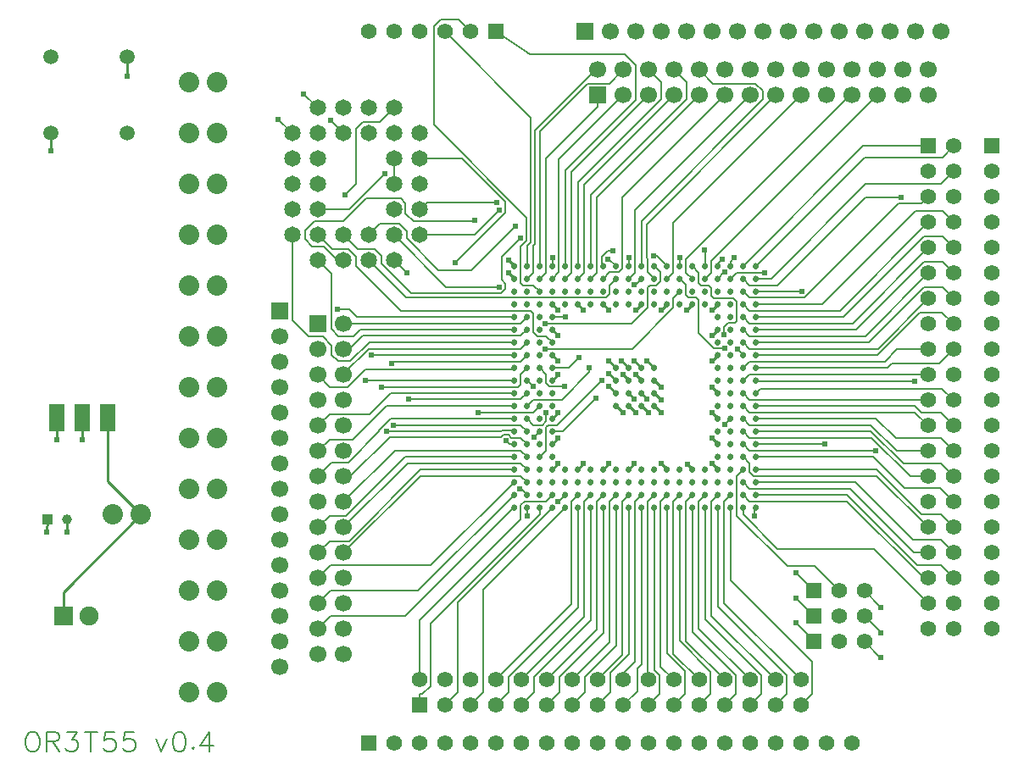
<source format=gtl>
G04 Layer: TopLayer*
G04 EasyEDA v5.9.42, Mon, 25 Mar 2019 10:54:48 GMT*
G04 64f0bed4ef7340cbb712f4c35e6e27d8*
G04 Gerber Generator version 0.2*
G04 Scale: 100 percent, Rotated: No, Reflected: No *
G04 Dimensions in inches *
G04 leading zeros omitted , absolute positions ,2 integer and 4 decimal *
%FSLAX24Y24*%
%MOIN*%
G90*
G70D02*

%ADD10C,0.010000*%
%ADD11C,0.008000*%
%ADD12C,0.024400*%
%ADD13C,0.024000*%
%ADD14C,0.080000*%
%ADD15R,0.062000X0.062000*%
%ADD16C,0.062000*%
%ADD17R,0.059700X0.107500*%
%ADD18R,0.039370X0.039370*%
%ADD19C,0.039370*%
%ADD20R,0.074803X0.074803*%
%ADD21C,0.074803*%
%ADD22C,0.059050*%
%ADD23C,0.064960*%
%ADD24R,0.066929X0.066929*%
%ADD25C,0.066929*%

%LPD*%
G54D10*
G01X24223Y15876D02*
G01X23950Y16150D01*
G01X24723Y15876D02*
G01X24450Y16150D01*
G01X25223Y15876D02*
G01X24950Y16150D01*
G01X25723Y15876D02*
G01X25450Y16150D01*
G01X24223Y14376D02*
G01X24500Y14100D01*
G01X24723Y14376D02*
G01X25000Y14100D01*
G01X25223Y14376D02*
G01X25500Y14100D01*
G01X25723Y14376D02*
G01X26000Y14100D01*
G01X25723Y14876D02*
G01X26000Y14600D01*
G01X25723Y15376D02*
G01X26000Y15100D01*
G01X24223Y15376D02*
G01X23950Y15650D01*
G01X24223Y14876D02*
G01X23950Y15150D01*
G01X24723Y15376D02*
G01X24500Y15600D01*
G01X25223Y15376D02*
G01X25000Y15600D01*
G01X25223Y14876D02*
G01X25450Y14650D01*
G01X24723Y14876D02*
G01X24950Y14650D01*
G01X23723Y18376D02*
G01X23950Y18150D01*
G01X28223Y18376D02*
G01X28000Y18150D01*
G01X26223Y18376D02*
G01X26000Y18150D01*
G01X28223Y16376D02*
G01X28000Y16150D01*
G01X28223Y13876D02*
G01X28000Y14100D01*
G01X28223Y11876D02*
G01X28000Y12100D01*
G01X26223Y11876D02*
G01X26000Y12100D01*
G01X23723Y11876D02*
G01X23950Y12100D01*
G01X21723Y11876D02*
G01X21950Y12100D01*
G01X21723Y13876D02*
G01X21950Y14100D01*
G01X21723Y16376D02*
G01X21950Y16150D01*
G01X21723Y18376D02*
G01X21950Y18150D01*
G01X20223Y19876D02*
G01X20000Y20100D01*
G01X20223Y19376D02*
G01X20000Y19600D01*
G01X22723Y18376D02*
G01X22950Y18150D01*
G01X25223Y18376D02*
G01X25000Y18150D01*
G01X27223Y18376D02*
G01X27000Y18150D01*
G01X28223Y17376D02*
G01X28000Y17150D01*
G01X28223Y14876D02*
G01X28000Y15100D01*
G01X28223Y12876D02*
G01X28000Y13100D01*
G01X27223Y11876D02*
G01X27000Y12100D01*
G01X24723Y11876D02*
G01X24950Y12100D01*
G01X22723Y11876D02*
G01X22950Y12100D01*
G01X21723Y12876D02*
G01X21950Y13100D01*
G01X21723Y15376D02*
G01X21950Y15600D01*
G01X21723Y17376D02*
G01X21950Y17150D01*
G01X3250Y13900D02*
G01X3250Y13050D01*
G01X2250Y13900D02*
G01X2250Y13050D01*
G01X1855Y9900D02*
G01X1850Y9400D01*
G01X2644Y9900D02*
G01X2650Y9400D01*
G01X4250Y13899D02*
G01X4250Y11399D01*
G01X5550Y10100D01*
G01X5550Y10100D02*
G01X2500Y7050D01*
G01X2500Y6100D01*
G01X5000Y28100D02*
G01X5000Y27350D01*
G01X2000Y25100D02*
G01X2000Y24400D01*
G54D11*
G01X32000Y7100D02*
G01X31300Y7800D01*
G01X32000Y6100D02*
G01X31300Y6800D01*
G01X32000Y5100D02*
G01X32000Y5150D01*
G01X31300Y5850D01*
G01X34000Y5100D02*
G01X34650Y4450D01*
G01X34000Y6100D02*
G01X34700Y5400D01*
G01X34000Y7100D02*
G01X34650Y6450D01*
G01X13500Y25100D02*
G01X13000Y25600D01*
G01X12500Y26100D02*
G01X11950Y26650D01*
G01X11500Y25100D02*
G01X10950Y25650D01*
G01X15500Y20100D02*
G01X16000Y19600D01*
G01X17500Y29100D02*
G01X20873Y25726D01*
G01X20873Y20817D01*
G01X20723Y20667D01*
G01X20723Y19876D01*
G01X24500Y27600D02*
G01X23956Y27055D01*
G01X23113Y27055D01*
G01X21223Y25167D01*
G01X21223Y19876D01*
G01X21723Y20207D02*
G01X21723Y19876D01*
G01X19500Y29100D02*
G01X20835Y28196D01*
G01X24569Y28196D01*
G01X25000Y27765D01*
G01X25000Y26421D01*
G01X22223Y23644D01*
G01X22223Y19876D01*
G01X25500Y27600D02*
G01X26000Y27100D01*
G01X26000Y26455D01*
G01X22723Y23180D01*
G01X22723Y19876D01*
G01X23223Y19876D02*
G01X23223Y22680D01*
G01X27000Y26455D01*
G01X27000Y27100D01*
G01X26500Y27600D01*
G01X13500Y21100D02*
G01X14053Y20546D01*
G01X14718Y20546D01*
G01X15000Y20263D01*
G01X15000Y19961D01*
G01X16157Y18803D01*
G01X19717Y18803D01*
G01X19884Y18969D01*
G01X19884Y19184D01*
G01X19722Y19344D01*
G01X19722Y20234D01*
G01X20472Y20984D01*
G01X24094Y20488D02*
G01X23894Y20488D01*
G01X23657Y20251D01*
G01X23657Y19942D01*
G01X23723Y19876D01*
G01X14500Y21100D02*
G01X14946Y21546D01*
G01X15697Y21546D01*
G01X16000Y21242D01*
G01X16000Y20967D01*
G01X17247Y19717D01*
G01X18523Y19717D01*
G01X20264Y21459D01*
G01X23903Y20151D02*
G01X23948Y20151D01*
G01X24223Y19876D01*
G01X16500Y21100D02*
G01X18669Y21100D01*
G01X19638Y22067D01*
G01X24723Y20205D02*
G01X24723Y19876D01*
G01X25223Y19876D02*
G01X25223Y21653D01*
G01X30000Y26430D01*
G01X30000Y26765D01*
G01X29710Y27055D01*
G01X28043Y27055D01*
G01X27500Y27600D01*
G01X19618Y19052D02*
G01X17547Y19052D01*
G01X15500Y21100D01*
G01X25723Y19876D02*
G01X25965Y19634D01*
G01X25965Y19267D01*
G01X25814Y19117D01*
G01X25560Y19117D01*
G01X25475Y19032D01*
G01X25475Y18259D01*
G01X24839Y17625D01*
G01X21435Y17625D01*
G01X16500Y22100D02*
G01X16788Y22388D01*
G01X19546Y22388D01*
G01X25702Y20265D02*
G01X25835Y20265D01*
G01X26223Y19876D01*
G01X26723Y20198D02*
G01X26723Y19876D01*
G01X28475Y17169D02*
G01X28475Y17475D01*
G01X28634Y17634D01*
G01X28889Y17634D01*
G01X28975Y17719D01*
G01X28975Y18484D01*
G01X28840Y18617D01*
G01X28081Y18617D01*
G01X27982Y18715D01*
G01X27982Y19019D01*
G01X27877Y19125D01*
G01X27564Y19125D01*
G01X27475Y19213D01*
G01X27475Y19625D01*
G01X27223Y19876D01*
G01X27723Y19876D02*
G01X27723Y20492D01*
G01X27710Y20507D01*
G01X28406Y20155D02*
G01X28223Y19973D01*
G01X28223Y19876D01*
G01X28864Y20201D02*
G01X28723Y20059D01*
G01X28723Y19876D01*
G01X36500Y24600D02*
G01X33948Y24600D01*
G01X29223Y19876D01*
G01X37500Y24600D02*
G01X37056Y24157D01*
G01X34006Y24157D01*
G01X29723Y19876D01*
G01X23500Y27600D02*
G01X23427Y27600D01*
G01X21035Y25207D01*
G01X21035Y20751D01*
G01X20975Y20690D01*
G01X20975Y19626D01*
G01X20723Y19376D01*
G01X23500Y26144D02*
G01X21475Y24119D01*
G01X21475Y19626D01*
G01X21223Y19376D01*
G01X23500Y26600D02*
G01X23500Y26144D01*
G01X24500Y26600D02*
G01X21977Y24077D01*
G01X21977Y19628D01*
G01X21723Y19376D01*
G01X25500Y26600D02*
G01X22475Y23575D01*
G01X22475Y19626D01*
G01X22223Y19376D01*
G01X22723Y19376D02*
G01X22973Y19626D01*
G01X22973Y23073D01*
G01X26500Y26600D01*
G01X23223Y19376D02*
G01X23472Y19625D01*
G01X23472Y22573D01*
G01X27500Y26600D01*
G01X23723Y19376D02*
G01X23982Y19634D01*
G01X24331Y19634D01*
G01X24473Y19776D01*
G01X24473Y22573D01*
G01X28500Y26600D01*
G01X24223Y19376D02*
G01X23975Y19126D01*
G01X23975Y18777D01*
G01X23831Y18634D01*
G01X15965Y18634D01*
G01X14500Y20100D01*
G01X29500Y26600D02*
G01X24975Y22073D01*
G01X24975Y19626D01*
G01X24723Y19376D01*
G01X25223Y19376D02*
G01X24986Y19138D01*
G01X24943Y19138D01*
G01X25723Y19376D02*
G01X25471Y19628D01*
G01X25471Y20157D01*
G01X25419Y20207D01*
G01X25419Y21519D01*
G01X30500Y26600D01*
G01X26223Y19376D02*
G01X26473Y19626D01*
G01X26473Y21573D01*
G01X31500Y26600D01*
G01X26723Y19376D02*
G01X26965Y19134D01*
G01X26965Y18734D01*
G01X27067Y18634D01*
G01X27368Y18634D01*
G01X27465Y18536D01*
G01X27465Y17228D01*
G01X28061Y16632D01*
G01X28503Y16632D01*
G01X27223Y19376D02*
G01X26978Y19621D01*
G01X26978Y20130D01*
G01X33447Y26600D01*
G01X33500Y26600D01*
G01X27723Y19376D02*
G01X27975Y19626D01*
G01X27975Y20073D01*
G01X34500Y26600D01*
G01X28223Y19376D02*
G01X28477Y19628D01*
G01X28514Y19628D01*
G01X28723Y19376D02*
G01X28973Y19625D01*
G01X30056Y19625D01*
G01X35438Y22571D02*
G01X34026Y22571D01*
G01X30580Y19125D01*
G01X29475Y19125D01*
G01X29223Y19376D01*
G01X37500Y23600D02*
G01X37000Y23100D01*
G01X34046Y23100D01*
G01X30322Y19376D01*
G01X29723Y19376D01*
G01X18500Y29100D02*
G01X18022Y29578D01*
G01X17325Y29578D01*
G01X17067Y29319D01*
G01X17067Y25436D01*
G01X20713Y21790D01*
G01X20713Y20884D01*
G01X20477Y20648D01*
G01X20477Y19226D01*
G01X20577Y19125D01*
G01X20975Y19125D01*
G01X21223Y18876D01*
G01X21430Y16626D02*
G01X24852Y16626D01*
G01X26475Y18246D01*
G01X26475Y18626D01*
G01X26723Y18876D01*
G01X36500Y22600D02*
G01X36231Y22330D01*
G01X35331Y22330D01*
G01X31635Y18634D01*
G01X29465Y18634D01*
G01X29223Y18876D01*
G01X31535Y18876D02*
G01X29723Y18876D01*
G01X29223Y18376D02*
G01X29475Y18125D01*
G01X33026Y18125D01*
G01X36500Y21600D01*
G01X37500Y21600D02*
G01X37063Y22036D01*
G01X36006Y22036D01*
G01X32344Y18376D01*
G01X29723Y18376D01*
G01X13268Y18171D02*
G01X13747Y18171D01*
G01X14043Y17876D01*
G01X20223Y17876D01*
G01X13500Y17600D02*
G01X13526Y17625D01*
G01X20473Y17625D01*
G01X20723Y17876D01*
G01X18671Y21667D02*
G01X18647Y21644D01*
G01X16260Y21644D01*
G01X15946Y21957D01*
G01X15946Y22359D01*
G01X15756Y22548D01*
G01X14410Y22548D01*
G01X13506Y21646D01*
G01X12355Y21646D01*
G01X12000Y21290D01*
G01X12000Y20936D01*
G01X12281Y20653D01*
G01X12718Y20653D01*
G01X13272Y20100D01*
G01X13500Y20100D01*
G01X22227Y17876D02*
G01X21723Y17876D01*
G01X29223Y17876D02*
G01X29475Y17625D01*
G01X33526Y17625D01*
G01X36500Y20600D01*
G01X37500Y20600D02*
G01X37068Y21032D01*
G01X36322Y21032D01*
G01X33165Y17876D01*
G01X29723Y17876D01*
G01X12500Y20100D02*
G01X13022Y19578D01*
G01X13022Y17415D01*
G01X13311Y17125D01*
G01X13911Y17125D01*
G01X14161Y17376D01*
G01X20223Y17376D01*
G01X13500Y16600D02*
G01X13727Y16600D01*
G01X14261Y17134D01*
G01X20482Y17134D01*
G01X20723Y17376D01*
G01X29223Y17376D02*
G01X29475Y17125D01*
G01X34026Y17125D01*
G01X36500Y19600D01*
G01X37500Y19600D02*
G01X37068Y20032D01*
G01X36322Y20032D01*
G01X33665Y17376D01*
G01X29723Y17376D01*
G01X20223Y16876D02*
G01X14518Y16876D01*
G01X13772Y16128D01*
G01X13306Y16128D01*
G01X13043Y16390D01*
G01X13043Y16744D01*
G01X12688Y17100D01*
G01X12131Y17100D01*
G01X11500Y17730D01*
G01X11500Y21100D01*
G01X13500Y15600D02*
G01X13500Y15628D01*
G01X14497Y16625D01*
G01X20473Y16625D01*
G01X20723Y16876D01*
G01X21723Y16876D02*
G01X21475Y17125D01*
G01X21126Y17125D01*
G01X20982Y17267D01*
G01X20982Y18007D01*
G01X20864Y18125D01*
G01X15759Y18125D01*
G01X14000Y19884D01*
G01X14000Y20250D01*
G01X13703Y20546D01*
G01X13053Y20546D01*
G01X12500Y21100D01*
G01X29223Y16876D02*
G01X29475Y16625D01*
G01X34526Y16625D01*
G01X36500Y18600D01*
G01X37500Y18600D02*
G01X37068Y19032D01*
G01X36322Y19032D01*
G01X34165Y16876D01*
G01X29723Y16876D01*
G01X14588Y16376D02*
G01X20223Y16376D01*
G01X15410Y16046D02*
G01X15489Y16125D01*
G01X20473Y16125D01*
G01X20723Y16376D01*
G01X28989Y16609D02*
G01X29223Y16376D01*
G01X37500Y17600D02*
G01X37051Y18048D01*
G01X36177Y18048D01*
G01X34504Y16376D01*
G01X29723Y16376D01*
G01X12500Y15600D02*
G01X12977Y15123D01*
G01X13677Y15123D01*
G01X14360Y15805D01*
G01X20153Y15805D01*
G01X20223Y15876D01*
G01X20723Y15876D02*
G01X20475Y15626D01*
G01X20475Y15223D01*
G01X20368Y15117D01*
G01X15017Y15117D01*
G01X21223Y15876D02*
G01X21475Y15625D01*
G01X21475Y15276D01*
G01X21617Y15134D01*
G01X22207Y15134D01*
G01X15131Y23498D02*
G01X13732Y22100D01*
G01X12500Y22100D01*
G01X22772Y16276D02*
G01X22371Y15876D01*
G01X21723Y15876D01*
G01X36500Y16600D02*
G01X35272Y16600D01*
G01X34797Y16125D01*
G01X29473Y16125D01*
G01X29223Y15876D01*
G01X37500Y16600D02*
G01X36944Y16044D01*
G01X35059Y16044D01*
G01X34889Y15876D01*
G01X29723Y15876D01*
G01X14352Y15376D02*
G01X20223Y15376D01*
G01X20959Y15140D02*
G01X20723Y15376D01*
G01X36500Y15600D02*
G01X36475Y15625D01*
G01X29473Y15625D01*
G01X29223Y15376D01*
G01X29723Y15376D02*
G01X29760Y15338D01*
G01X35952Y15338D01*
G01X20223Y14876D02*
G01X15360Y14876D01*
G01X14539Y14055D01*
G01X12956Y14055D01*
G01X12500Y13600D01*
G01X16077Y14630D02*
G01X20478Y14630D01*
G01X20723Y14876D01*
G01X36500Y14600D02*
G01X36475Y14625D01*
G01X29475Y14625D01*
G01X29223Y14876D01*
G01X37500Y14600D02*
G01X37047Y15053D01*
G01X29902Y15053D01*
G01X29723Y14876D01*
G01X12500Y12600D02*
G01X12956Y13055D01*
G01X13868Y13055D01*
G01X15188Y14376D01*
G01X20223Y14376D01*
G01X23165Y15880D02*
G01X23165Y15701D01*
G01X22090Y14625D01*
G01X20973Y14625D01*
G01X20723Y14376D01*
G01X15500Y26100D02*
G01X14946Y25546D01*
G01X14281Y25546D01*
G01X14000Y25263D01*
G01X14000Y23107D01*
G01X13568Y22675D01*
G01X18790Y14125D02*
G01X20973Y14125D01*
G01X21223Y14376D01*
G01X36500Y13600D02*
G01X35975Y14125D01*
G01X29475Y14125D01*
G01X29223Y14376D01*
G01X29723Y14376D02*
G01X35952Y14376D01*
G01X36229Y14100D01*
G01X37000Y14100D01*
G01X37500Y13600D01*
G01X12500Y11600D02*
G01X13043Y12144D01*
G01X13689Y12144D01*
G01X14914Y13369D01*
G01X14914Y13417D01*
G01X15372Y13876D01*
G01X20223Y13876D01*
G01X16500Y24100D02*
G01X18175Y24100D01*
G01X19878Y22396D01*
G01X19878Y21967D01*
G01X17914Y20003D01*
G01X17893Y20003D01*
G01X21475Y14096D02*
G01X21475Y13776D01*
G01X21322Y13625D01*
G01X20975Y13625D01*
G01X20723Y13876D01*
G01X28723Y13876D02*
G01X28490Y13642D01*
G01X29223Y13876D02*
G01X29475Y13625D01*
G01X34227Y13625D01*
G01X35254Y12600D01*
G01X36500Y12600D01*
G01X29723Y13876D02*
G01X34446Y13876D01*
G01X35222Y13100D01*
G01X37000Y13100D01*
G01X37500Y12600D01*
G01X15213Y13376D02*
G01X19698Y13376D01*
G01X19728Y13405D01*
G01X20194Y13405D01*
G01X20223Y13376D01*
G01X20723Y13376D02*
G01X20475Y13625D01*
G01X15471Y13625D01*
G01X20988Y13138D02*
G01X21223Y13376D01*
G01X21723Y13376D02*
G01X22135Y13376D01*
G01X23435Y14676D01*
G01X29223Y13376D02*
G01X29475Y13125D01*
G01X34272Y13125D01*
G01X35797Y11600D01*
G01X36500Y11600D01*
G01X29723Y13376D02*
G01X34250Y13376D01*
G01X35525Y12100D01*
G01X37000Y12100D01*
G01X37500Y11600D01*
G01X20223Y12876D02*
G01X20022Y12876D01*
G01X19896Y13003D01*
G01X13500Y11600D02*
G01X13778Y11600D01*
G01X15335Y13157D01*
G01X19709Y13157D01*
G01X19796Y13244D01*
G01X19996Y13244D01*
G01X20114Y13125D01*
G01X20475Y13125D01*
G01X20723Y12876D01*
G01X34431Y12625D02*
G01X29475Y12625D01*
G01X29223Y12876D01*
G01X29723Y12876D02*
G01X32443Y12876D01*
G01X12500Y9600D02*
G01X12956Y10055D01*
G01X13600Y10055D01*
G01X15919Y12376D01*
G01X20223Y12376D01*
G01X20723Y12376D02*
G01X20475Y12625D01*
G01X15526Y12625D01*
G01X13500Y10600D01*
G01X23681Y15392D02*
G01X21914Y13625D01*
G01X21552Y13625D01*
G01X21475Y13548D01*
G01X21475Y12626D01*
G01X21223Y12376D01*
G01X29223Y12376D02*
G01X29482Y12117D01*
G01X29482Y11767D01*
G01X29625Y11626D01*
G01X34473Y11626D01*
G01X36500Y9600D01*
G01X37500Y10600D02*
G01X36955Y11144D01*
G01X35569Y11144D01*
G01X34339Y12376D01*
G01X29723Y12376D01*
G01X20223Y11876D02*
G01X16547Y11876D01*
G01X13727Y9055D01*
G01X12956Y9055D01*
G01X12500Y8600D01*
G01X13500Y9600D02*
G01X16026Y12125D01*
G01X20475Y12125D01*
G01X20723Y11876D01*
G01X29223Y11876D02*
G01X28973Y11625D01*
G01X28973Y10051D01*
G01X30964Y8061D01*
G01X32039Y8061D01*
G01X33000Y7100D01*
G01X37500Y9600D02*
G01X37000Y10100D01*
G01X36229Y10100D01*
G01X34452Y11876D01*
G01X29723Y11876D01*
G01X12500Y7600D02*
G01X13000Y8100D01*
G01X16948Y8100D01*
G01X20223Y11376D01*
G01X20723Y11376D02*
G01X20481Y11619D01*
G01X16518Y11619D01*
G01X13500Y8600D01*
G01X36500Y8600D02*
G01X35944Y8600D01*
G01X33418Y11126D01*
G01X29472Y11126D01*
G01X29223Y11376D01*
G01X37500Y8600D02*
G01X37000Y9100D01*
G01X35901Y9100D01*
G01X33626Y11376D01*
G01X29723Y11376D01*
G01X20223Y10876D02*
G01X16448Y7100D01*
G01X13000Y7100D01*
G01X12500Y6600D01*
G01X20723Y10876D02*
G01X20489Y11109D01*
G01X20446Y11109D01*
G01X22223Y10876D02*
G01X21971Y10621D01*
G01X21935Y10621D01*
G01X29223Y10876D02*
G01X29475Y10625D01*
G01X33314Y10625D01*
G01X36340Y7600D01*
G01X36500Y7600D01*
G01X29723Y10876D02*
G01X33293Y10876D01*
G01X36068Y8100D01*
G01X37000Y8100D01*
G01X37500Y7600D01*
G01X12500Y5600D02*
G01X13000Y6100D01*
G01X15927Y6100D01*
G01X20202Y10376D01*
G01X20223Y10376D01*
G01X20723Y10376D02*
G01X20723Y10053D01*
G01X20726Y10051D01*
G01X29223Y10376D02*
G01X29223Y10096D01*
G01X30573Y8746D01*
G01X34352Y8746D01*
G01X36500Y6600D01*
G01X29723Y10376D02*
G01X29656Y10307D01*
G01X29656Y10042D01*
G01X15500Y24100D02*
G01X15500Y23100D01*
G01X31500Y2600D02*
G01X31943Y3044D01*
G01X31943Y4300D01*
G01X28723Y7519D01*
G01X28723Y10376D01*
G01X16500Y3600D02*
G01X16500Y5930D01*
G01X20482Y9913D01*
G01X20482Y10482D01*
G01X20626Y10625D01*
G01X21473Y10625D01*
G01X21723Y10876D01*
G01X19500Y3600D02*
G01X22475Y6573D01*
G01X22475Y10626D01*
G01X22723Y10876D01*
G01X20500Y3600D02*
G01X22975Y6073D01*
G01X22975Y10626D01*
G01X23223Y10876D01*
G01X21500Y3600D02*
G01X23475Y5573D01*
G01X23475Y10626D01*
G01X23723Y10876D01*
G01X22500Y3600D02*
G01X23975Y5073D01*
G01X23975Y10626D01*
G01X24223Y10876D01*
G01X23500Y3600D02*
G01X24475Y4573D01*
G01X24475Y10626D01*
G01X24723Y10876D01*
G01X24500Y3600D02*
G01X24500Y3828D01*
G01X24975Y4301D01*
G01X24975Y10626D01*
G01X25223Y10876D01*
G01X25500Y3600D02*
G01X25475Y3625D01*
G01X25475Y10626D01*
G01X25723Y10876D01*
G01X26223Y10876D02*
G01X25975Y10626D01*
G01X25975Y4125D01*
G01X26500Y3600D01*
G01X26723Y10876D02*
G01X26475Y10626D01*
G01X26475Y4625D01*
G01X27500Y3600D01*
G01X27223Y10876D02*
G01X26975Y10626D01*
G01X26975Y5125D01*
G01X28500Y3600D01*
G01X27723Y10876D02*
G01X27475Y10626D01*
G01X27475Y5625D01*
G01X29500Y3600D01*
G01X28223Y10876D02*
G01X27975Y10626D01*
G01X27975Y6125D01*
G01X30500Y3600D01*
G01X28723Y10876D02*
G01X28475Y10626D01*
G01X28475Y6625D01*
G01X31500Y3600D01*
G01X16500Y2600D02*
G01X16500Y3030D01*
G01X16500Y3030D02*
G01X16607Y3030D01*
G01X16931Y3353D01*
G01X16931Y5809D01*
G01X21223Y10103D01*
G01X21223Y10376D01*
G01X17500Y2600D02*
G01X18000Y3100D01*
G01X18000Y6651D01*
G01X21723Y10376D01*
G01X18500Y2600D02*
G01X19000Y3100D01*
G01X19000Y7151D01*
G01X22223Y10376D01*
G01X19500Y2600D02*
G01X20000Y3100D01*
G01X20000Y3709D01*
G01X22723Y6434D01*
G01X22723Y10376D01*
G01X20500Y2600D02*
G01X21000Y3100D01*
G01X21000Y3709D01*
G01X23223Y5934D01*
G01X23223Y10376D01*
G01X21500Y2600D02*
G01X22000Y3100D01*
G01X22000Y3709D01*
G01X23723Y5434D01*
G01X23723Y10376D01*
G01X22500Y2600D02*
G01X23000Y3100D01*
G01X23000Y3709D01*
G01X24223Y4934D01*
G01X24223Y10376D01*
G01X23500Y2600D02*
G01X24000Y3100D01*
G01X24000Y3871D01*
G01X24723Y4596D01*
G01X24723Y10376D01*
G01X24500Y2600D02*
G01X25055Y3155D01*
G01X25055Y4040D01*
G01X25223Y4209D01*
G01X25223Y10376D01*
G01X25500Y2600D02*
G01X25947Y3048D01*
G01X25947Y3761D01*
G01X25723Y3984D01*
G01X25723Y10376D01*
G01X26500Y2600D02*
G01X26938Y3036D01*
G01X26938Y3934D01*
G01X26223Y4646D01*
G01X26223Y10376D01*
G01X27500Y2600D02*
G01X27948Y3048D01*
G01X27948Y3921D01*
G01X26723Y5146D01*
G01X26723Y10376D01*
G01X28500Y2600D02*
G01X28946Y3046D01*
G01X28946Y3763D01*
G01X27223Y5484D01*
G01X27223Y10376D01*
G01X29500Y2600D02*
G01X29946Y3046D01*
G01X29946Y3763D01*
G01X27723Y5984D01*
G01X27723Y10376D01*
G01X30500Y2600D02*
G01X30946Y3046D01*
G01X30946Y3763D01*
G01X28223Y6484D01*
G01X28223Y10376D01*
G01X1217Y1536D02*
G01X1144Y1500D01*
G01X1073Y1426D01*
G01X1036Y1355D01*
G01X1000Y1244D01*
G01X1000Y1063D01*
G01X1036Y955D01*
G01X1073Y882D01*
G01X1144Y809D01*
G01X1217Y773D01*
G01X1363Y773D01*
G01X1436Y809D01*
G01X1509Y882D01*
G01X1544Y955D01*
G01X1582Y1063D01*
G01X1582Y1244D01*
G01X1544Y1355D01*
G01X1509Y1426D01*
G01X1436Y1500D01*
G01X1363Y1536D01*
G01X1217Y1536D01*
G01X1821Y1536D02*
G01X1821Y773D01*
G01X1821Y1536D02*
G01X2148Y1536D01*
G01X2257Y1500D01*
G01X2294Y1463D01*
G01X2330Y1390D01*
G01X2330Y1317D01*
G01X2294Y1244D01*
G01X2257Y1209D01*
G01X2148Y1173D01*
G01X1821Y1173D01*
G01X2076Y1173D02*
G01X2330Y773D01*
G01X2644Y1536D02*
G01X3044Y1536D01*
G01X2825Y1244D01*
G01X2934Y1244D01*
G01X3007Y1209D01*
G01X3044Y1173D01*
G01X3080Y1063D01*
G01X3080Y990D01*
G01X3044Y882D01*
G01X2971Y809D01*
G01X2861Y773D01*
G01X2753Y773D01*
G01X2644Y809D01*
G01X2607Y844D01*
G01X2571Y917D01*
G01X3575Y1536D02*
G01X3575Y773D01*
G01X3319Y1536D02*
G01X3828Y1536D01*
G01X4505Y1536D02*
G01X4142Y1536D01*
G01X4105Y1209D01*
G01X4142Y1244D01*
G01X4251Y1282D01*
G01X4359Y1282D01*
G01X4469Y1244D01*
G01X4542Y1173D01*
G01X4578Y1063D01*
G01X4578Y990D01*
G01X4542Y882D01*
G01X4469Y809D01*
G01X4359Y773D01*
G01X4251Y773D01*
G01X4142Y809D01*
G01X4105Y844D01*
G01X4069Y917D01*
G01X5255Y1536D02*
G01X4890Y1536D01*
G01X4855Y1209D01*
G01X4890Y1244D01*
G01X5000Y1282D01*
G01X5109Y1282D01*
G01X5218Y1244D01*
G01X5290Y1173D01*
G01X5327Y1063D01*
G01X5327Y990D01*
G01X5290Y882D01*
G01X5218Y809D01*
G01X5109Y773D01*
G01X5000Y773D01*
G01X4890Y809D01*
G01X4855Y844D01*
G01X4818Y917D01*
G01X6127Y1282D02*
G01X6344Y773D01*
G01X6564Y1282D02*
G01X6344Y773D01*
G01X7022Y1536D02*
G01X6913Y1500D01*
G01X6839Y1390D01*
G01X6803Y1209D01*
G01X6803Y1100D01*
G01X6839Y917D01*
G01X6913Y809D01*
G01X7022Y773D01*
G01X7094Y773D01*
G01X7203Y809D01*
G01X7276Y917D01*
G01X7313Y1100D01*
G01X7313Y1209D01*
G01X7276Y1390D01*
G01X7203Y1500D01*
G01X7094Y1536D01*
G01X7022Y1536D01*
G01X7589Y955D02*
G01X7552Y917D01*
G01X7589Y882D01*
G01X7625Y917D01*
G01X7589Y955D01*
G01X8228Y1536D02*
G01X7864Y1026D01*
G01X8410Y1026D01*
G01X8228Y1536D02*
G01X8228Y773D01*
G36*
G01X20103Y19876D02*
G01X20105Y19890D01*
G01X20106Y19903D01*
G01X20111Y19917D01*
G01X20118Y19932D01*
G01X20125Y19944D01*
G01X20134Y19955D01*
G01X20144Y19965D01*
G01X20156Y19975D01*
G01X20168Y19982D01*
G01X20181Y19988D01*
G01X20196Y19992D01*
G01X20210Y19994D01*
G01X20223Y19996D01*
G01X20223Y19996D01*
G01X20239Y19994D01*
G01X20252Y19992D01*
G01X20267Y19988D01*
G01X20280Y19982D01*
G01X20293Y19975D01*
G01X20303Y19965D01*
G01X20314Y19955D01*
G01X20323Y19944D01*
G01X20331Y19932D01*
G01X20336Y19917D01*
G01X20340Y19903D01*
G01X20343Y19890D01*
G01X20344Y19876D01*
G01X20344Y19876D01*
G01X20343Y19861D01*
G01X20340Y19846D01*
G01X20336Y19832D01*
G01X20331Y19819D01*
G01X20323Y19807D01*
G01X20314Y19796D01*
G01X20303Y19784D01*
G01X20293Y19776D01*
G01X20280Y19769D01*
G01X20267Y19763D01*
G01X20252Y19759D01*
G01X20239Y19755D01*
G01X20223Y19755D01*
G01X20223Y19755D01*
G01X20210Y19755D01*
G01X20196Y19759D01*
G01X20181Y19763D01*
G01X20168Y19769D01*
G01X20156Y19776D01*
G01X20144Y19784D01*
G01X20134Y19796D01*
G01X20125Y19807D01*
G01X20118Y19819D01*
G01X20111Y19832D01*
G01X20106Y19846D01*
G01X20105Y19861D01*
G01X20103Y19876D01*
G01X20103Y19876D01*
G37*
G36*
G01X20603Y19876D02*
G01X20605Y19890D01*
G01X20606Y19903D01*
G01X20611Y19917D01*
G01X20618Y19932D01*
G01X20625Y19944D01*
G01X20634Y19955D01*
G01X20644Y19965D01*
G01X20656Y19975D01*
G01X20668Y19982D01*
G01X20681Y19988D01*
G01X20696Y19992D01*
G01X20710Y19994D01*
G01X20723Y19996D01*
G01X20723Y19996D01*
G01X20739Y19994D01*
G01X20752Y19992D01*
G01X20767Y19988D01*
G01X20780Y19982D01*
G01X20793Y19975D01*
G01X20803Y19965D01*
G01X20814Y19955D01*
G01X20823Y19944D01*
G01X20831Y19932D01*
G01X20836Y19917D01*
G01X20840Y19903D01*
G01X20843Y19890D01*
G01X20844Y19876D01*
G01X20844Y19876D01*
G01X20843Y19861D01*
G01X20840Y19846D01*
G01X20836Y19832D01*
G01X20831Y19819D01*
G01X20823Y19807D01*
G01X20814Y19796D01*
G01X20803Y19784D01*
G01X20793Y19776D01*
G01X20780Y19769D01*
G01X20767Y19763D01*
G01X20752Y19759D01*
G01X20739Y19755D01*
G01X20723Y19755D01*
G01X20723Y19755D01*
G01X20710Y19755D01*
G01X20696Y19759D01*
G01X20681Y19763D01*
G01X20668Y19769D01*
G01X20656Y19776D01*
G01X20644Y19784D01*
G01X20634Y19796D01*
G01X20625Y19807D01*
G01X20618Y19819D01*
G01X20611Y19832D01*
G01X20606Y19846D01*
G01X20605Y19861D01*
G01X20603Y19876D01*
G01X20603Y19876D01*
G37*
G36*
G01X21103Y19876D02*
G01X21105Y19890D01*
G01X21106Y19903D01*
G01X21111Y19917D01*
G01X21118Y19932D01*
G01X21125Y19944D01*
G01X21134Y19955D01*
G01X21144Y19965D01*
G01X21156Y19975D01*
G01X21168Y19982D01*
G01X21181Y19988D01*
G01X21196Y19992D01*
G01X21210Y19994D01*
G01X21223Y19996D01*
G01X21223Y19996D01*
G01X21239Y19994D01*
G01X21252Y19992D01*
G01X21267Y19988D01*
G01X21280Y19982D01*
G01X21293Y19975D01*
G01X21303Y19965D01*
G01X21314Y19955D01*
G01X21323Y19944D01*
G01X21331Y19932D01*
G01X21336Y19917D01*
G01X21340Y19903D01*
G01X21343Y19890D01*
G01X21344Y19876D01*
G01X21344Y19876D01*
G01X21343Y19861D01*
G01X21340Y19846D01*
G01X21336Y19832D01*
G01X21331Y19819D01*
G01X21323Y19807D01*
G01X21314Y19796D01*
G01X21303Y19784D01*
G01X21293Y19776D01*
G01X21280Y19769D01*
G01X21267Y19763D01*
G01X21252Y19759D01*
G01X21239Y19755D01*
G01X21223Y19755D01*
G01X21223Y19755D01*
G01X21210Y19755D01*
G01X21196Y19759D01*
G01X21181Y19763D01*
G01X21168Y19769D01*
G01X21156Y19776D01*
G01X21144Y19784D01*
G01X21134Y19796D01*
G01X21125Y19807D01*
G01X21118Y19819D01*
G01X21111Y19832D01*
G01X21106Y19846D01*
G01X21105Y19861D01*
G01X21103Y19876D01*
G01X21103Y19876D01*
G37*
G36*
G01X21603Y19876D02*
G01X21605Y19890D01*
G01X21606Y19903D01*
G01X21611Y19917D01*
G01X21618Y19932D01*
G01X21625Y19944D01*
G01X21634Y19955D01*
G01X21644Y19965D01*
G01X21656Y19975D01*
G01X21668Y19982D01*
G01X21681Y19988D01*
G01X21696Y19992D01*
G01X21710Y19994D01*
G01X21723Y19996D01*
G01X21723Y19996D01*
G01X21739Y19994D01*
G01X21752Y19992D01*
G01X21767Y19988D01*
G01X21780Y19982D01*
G01X21793Y19975D01*
G01X21803Y19965D01*
G01X21814Y19955D01*
G01X21823Y19944D01*
G01X21831Y19932D01*
G01X21836Y19917D01*
G01X21840Y19903D01*
G01X21843Y19890D01*
G01X21844Y19876D01*
G01X21844Y19876D01*
G01X21843Y19861D01*
G01X21840Y19846D01*
G01X21836Y19832D01*
G01X21831Y19819D01*
G01X21823Y19807D01*
G01X21814Y19796D01*
G01X21803Y19784D01*
G01X21793Y19776D01*
G01X21780Y19769D01*
G01X21767Y19763D01*
G01X21752Y19759D01*
G01X21739Y19755D01*
G01X21723Y19755D01*
G01X21723Y19755D01*
G01X21710Y19755D01*
G01X21696Y19759D01*
G01X21681Y19763D01*
G01X21668Y19769D01*
G01X21656Y19776D01*
G01X21644Y19784D01*
G01X21634Y19796D01*
G01X21625Y19807D01*
G01X21618Y19819D01*
G01X21611Y19832D01*
G01X21606Y19846D01*
G01X21605Y19861D01*
G01X21603Y19876D01*
G01X21603Y19876D01*
G37*
G36*
G01X22103Y19876D02*
G01X22105Y19890D01*
G01X22106Y19903D01*
G01X22111Y19917D01*
G01X22118Y19932D01*
G01X22125Y19944D01*
G01X22134Y19955D01*
G01X22144Y19965D01*
G01X22156Y19975D01*
G01X22168Y19982D01*
G01X22181Y19988D01*
G01X22196Y19992D01*
G01X22210Y19994D01*
G01X22223Y19996D01*
G01X22223Y19996D01*
G01X22239Y19994D01*
G01X22252Y19992D01*
G01X22267Y19988D01*
G01X22280Y19982D01*
G01X22293Y19975D01*
G01X22303Y19965D01*
G01X22314Y19955D01*
G01X22323Y19944D01*
G01X22331Y19932D01*
G01X22336Y19917D01*
G01X22340Y19903D01*
G01X22343Y19890D01*
G01X22344Y19876D01*
G01X22344Y19876D01*
G01X22343Y19861D01*
G01X22340Y19846D01*
G01X22336Y19832D01*
G01X22331Y19819D01*
G01X22323Y19807D01*
G01X22314Y19796D01*
G01X22303Y19784D01*
G01X22293Y19776D01*
G01X22280Y19769D01*
G01X22267Y19763D01*
G01X22252Y19759D01*
G01X22239Y19755D01*
G01X22223Y19755D01*
G01X22223Y19755D01*
G01X22210Y19755D01*
G01X22196Y19759D01*
G01X22181Y19763D01*
G01X22168Y19769D01*
G01X22156Y19776D01*
G01X22144Y19784D01*
G01X22134Y19796D01*
G01X22125Y19807D01*
G01X22118Y19819D01*
G01X22111Y19832D01*
G01X22106Y19846D01*
G01X22105Y19861D01*
G01X22103Y19876D01*
G01X22103Y19876D01*
G37*
G36*
G01X22603Y19876D02*
G01X22605Y19890D01*
G01X22606Y19903D01*
G01X22611Y19917D01*
G01X22618Y19932D01*
G01X22625Y19944D01*
G01X22634Y19955D01*
G01X22644Y19965D01*
G01X22656Y19975D01*
G01X22668Y19982D01*
G01X22681Y19988D01*
G01X22696Y19992D01*
G01X22710Y19994D01*
G01X22723Y19996D01*
G01X22723Y19996D01*
G01X22739Y19994D01*
G01X22752Y19992D01*
G01X22767Y19988D01*
G01X22780Y19982D01*
G01X22793Y19975D01*
G01X22803Y19965D01*
G01X22814Y19955D01*
G01X22823Y19944D01*
G01X22831Y19932D01*
G01X22836Y19917D01*
G01X22840Y19903D01*
G01X22843Y19890D01*
G01X22844Y19876D01*
G01X22844Y19876D01*
G01X22843Y19861D01*
G01X22840Y19846D01*
G01X22836Y19832D01*
G01X22831Y19819D01*
G01X22823Y19807D01*
G01X22814Y19796D01*
G01X22803Y19784D01*
G01X22793Y19776D01*
G01X22780Y19769D01*
G01X22767Y19763D01*
G01X22752Y19759D01*
G01X22739Y19755D01*
G01X22723Y19755D01*
G01X22723Y19755D01*
G01X22710Y19755D01*
G01X22696Y19759D01*
G01X22681Y19763D01*
G01X22668Y19769D01*
G01X22656Y19776D01*
G01X22644Y19784D01*
G01X22634Y19796D01*
G01X22625Y19807D01*
G01X22618Y19819D01*
G01X22611Y19832D01*
G01X22606Y19846D01*
G01X22605Y19861D01*
G01X22603Y19876D01*
G01X22603Y19876D01*
G37*
G36*
G01X23103Y19876D02*
G01X23105Y19890D01*
G01X23106Y19903D01*
G01X23111Y19917D01*
G01X23118Y19932D01*
G01X23125Y19944D01*
G01X23134Y19955D01*
G01X23144Y19965D01*
G01X23156Y19975D01*
G01X23168Y19982D01*
G01X23181Y19988D01*
G01X23196Y19992D01*
G01X23210Y19994D01*
G01X23223Y19996D01*
G01X23223Y19996D01*
G01X23239Y19994D01*
G01X23252Y19992D01*
G01X23267Y19988D01*
G01X23280Y19982D01*
G01X23293Y19975D01*
G01X23303Y19965D01*
G01X23314Y19955D01*
G01X23323Y19944D01*
G01X23331Y19932D01*
G01X23336Y19917D01*
G01X23340Y19903D01*
G01X23343Y19890D01*
G01X23344Y19876D01*
G01X23344Y19876D01*
G01X23343Y19861D01*
G01X23340Y19846D01*
G01X23336Y19832D01*
G01X23331Y19819D01*
G01X23323Y19807D01*
G01X23314Y19796D01*
G01X23303Y19784D01*
G01X23293Y19776D01*
G01X23280Y19769D01*
G01X23267Y19763D01*
G01X23252Y19759D01*
G01X23239Y19755D01*
G01X23223Y19755D01*
G01X23223Y19755D01*
G01X23210Y19755D01*
G01X23196Y19759D01*
G01X23181Y19763D01*
G01X23168Y19769D01*
G01X23156Y19776D01*
G01X23144Y19784D01*
G01X23134Y19796D01*
G01X23125Y19807D01*
G01X23118Y19819D01*
G01X23111Y19832D01*
G01X23106Y19846D01*
G01X23105Y19861D01*
G01X23103Y19876D01*
G01X23103Y19876D01*
G37*
G36*
G01X23603Y19876D02*
G01X23605Y19890D01*
G01X23606Y19903D01*
G01X23611Y19917D01*
G01X23618Y19932D01*
G01X23625Y19944D01*
G01X23634Y19955D01*
G01X23644Y19965D01*
G01X23656Y19975D01*
G01X23668Y19982D01*
G01X23681Y19988D01*
G01X23696Y19992D01*
G01X23710Y19994D01*
G01X23723Y19996D01*
G01X23723Y19996D01*
G01X23739Y19994D01*
G01X23752Y19992D01*
G01X23767Y19988D01*
G01X23780Y19982D01*
G01X23793Y19975D01*
G01X23803Y19965D01*
G01X23814Y19955D01*
G01X23823Y19944D01*
G01X23831Y19932D01*
G01X23836Y19917D01*
G01X23840Y19903D01*
G01X23843Y19890D01*
G01X23844Y19876D01*
G01X23844Y19876D01*
G01X23843Y19861D01*
G01X23840Y19846D01*
G01X23836Y19832D01*
G01X23831Y19819D01*
G01X23823Y19807D01*
G01X23814Y19796D01*
G01X23803Y19784D01*
G01X23793Y19776D01*
G01X23780Y19769D01*
G01X23767Y19763D01*
G01X23752Y19759D01*
G01X23739Y19755D01*
G01X23723Y19755D01*
G01X23723Y19755D01*
G01X23710Y19755D01*
G01X23696Y19759D01*
G01X23681Y19763D01*
G01X23668Y19769D01*
G01X23656Y19776D01*
G01X23644Y19784D01*
G01X23634Y19796D01*
G01X23625Y19807D01*
G01X23618Y19819D01*
G01X23611Y19832D01*
G01X23606Y19846D01*
G01X23605Y19861D01*
G01X23603Y19876D01*
G01X23603Y19876D01*
G37*
G36*
G01X24103Y19876D02*
G01X24105Y19890D01*
G01X24106Y19903D01*
G01X24111Y19917D01*
G01X24118Y19932D01*
G01X24125Y19944D01*
G01X24134Y19955D01*
G01X24144Y19965D01*
G01X24156Y19975D01*
G01X24168Y19982D01*
G01X24181Y19988D01*
G01X24196Y19992D01*
G01X24210Y19994D01*
G01X24223Y19996D01*
G01X24223Y19996D01*
G01X24239Y19994D01*
G01X24252Y19992D01*
G01X24267Y19988D01*
G01X24280Y19982D01*
G01X24293Y19975D01*
G01X24303Y19965D01*
G01X24314Y19955D01*
G01X24323Y19944D01*
G01X24331Y19932D01*
G01X24336Y19917D01*
G01X24340Y19903D01*
G01X24343Y19890D01*
G01X24344Y19876D01*
G01X24344Y19876D01*
G01X24343Y19861D01*
G01X24340Y19846D01*
G01X24336Y19832D01*
G01X24331Y19819D01*
G01X24323Y19807D01*
G01X24314Y19796D01*
G01X24303Y19784D01*
G01X24293Y19776D01*
G01X24280Y19769D01*
G01X24267Y19763D01*
G01X24252Y19759D01*
G01X24239Y19755D01*
G01X24223Y19755D01*
G01X24223Y19755D01*
G01X24210Y19755D01*
G01X24196Y19759D01*
G01X24181Y19763D01*
G01X24168Y19769D01*
G01X24156Y19776D01*
G01X24144Y19784D01*
G01X24134Y19796D01*
G01X24125Y19807D01*
G01X24118Y19819D01*
G01X24111Y19832D01*
G01X24106Y19846D01*
G01X24105Y19861D01*
G01X24103Y19876D01*
G01X24103Y19876D01*
G37*
G36*
G01X24603Y19876D02*
G01X24605Y19890D01*
G01X24606Y19903D01*
G01X24611Y19917D01*
G01X24618Y19932D01*
G01X24625Y19944D01*
G01X24634Y19955D01*
G01X24644Y19965D01*
G01X24656Y19975D01*
G01X24668Y19982D01*
G01X24681Y19988D01*
G01X24696Y19992D01*
G01X24710Y19994D01*
G01X24723Y19996D01*
G01X24723Y19996D01*
G01X24739Y19994D01*
G01X24752Y19992D01*
G01X24767Y19988D01*
G01X24780Y19982D01*
G01X24793Y19975D01*
G01X24803Y19965D01*
G01X24814Y19955D01*
G01X24823Y19944D01*
G01X24831Y19932D01*
G01X24836Y19917D01*
G01X24840Y19903D01*
G01X24843Y19890D01*
G01X24844Y19876D01*
G01X24844Y19876D01*
G01X24843Y19861D01*
G01X24840Y19846D01*
G01X24836Y19832D01*
G01X24831Y19819D01*
G01X24823Y19807D01*
G01X24814Y19796D01*
G01X24803Y19784D01*
G01X24793Y19776D01*
G01X24780Y19769D01*
G01X24767Y19763D01*
G01X24752Y19759D01*
G01X24739Y19755D01*
G01X24723Y19755D01*
G01X24723Y19755D01*
G01X24710Y19755D01*
G01X24696Y19759D01*
G01X24681Y19763D01*
G01X24668Y19769D01*
G01X24656Y19776D01*
G01X24644Y19784D01*
G01X24634Y19796D01*
G01X24625Y19807D01*
G01X24618Y19819D01*
G01X24611Y19832D01*
G01X24606Y19846D01*
G01X24605Y19861D01*
G01X24603Y19876D01*
G01X24603Y19876D01*
G37*
G36*
G01X25103Y19876D02*
G01X25105Y19890D01*
G01X25106Y19903D01*
G01X25111Y19917D01*
G01X25118Y19932D01*
G01X25125Y19944D01*
G01X25134Y19955D01*
G01X25144Y19965D01*
G01X25156Y19975D01*
G01X25168Y19982D01*
G01X25181Y19988D01*
G01X25196Y19992D01*
G01X25210Y19994D01*
G01X25223Y19996D01*
G01X25223Y19996D01*
G01X25239Y19994D01*
G01X25252Y19992D01*
G01X25267Y19988D01*
G01X25280Y19982D01*
G01X25293Y19975D01*
G01X25303Y19965D01*
G01X25314Y19955D01*
G01X25323Y19944D01*
G01X25331Y19932D01*
G01X25336Y19917D01*
G01X25340Y19903D01*
G01X25343Y19890D01*
G01X25344Y19876D01*
G01X25344Y19876D01*
G01X25343Y19861D01*
G01X25340Y19846D01*
G01X25336Y19832D01*
G01X25331Y19819D01*
G01X25323Y19807D01*
G01X25314Y19796D01*
G01X25303Y19784D01*
G01X25293Y19776D01*
G01X25280Y19769D01*
G01X25267Y19763D01*
G01X25252Y19759D01*
G01X25239Y19755D01*
G01X25223Y19755D01*
G01X25223Y19755D01*
G01X25210Y19755D01*
G01X25196Y19759D01*
G01X25181Y19763D01*
G01X25168Y19769D01*
G01X25156Y19776D01*
G01X25144Y19784D01*
G01X25134Y19796D01*
G01X25125Y19807D01*
G01X25118Y19819D01*
G01X25111Y19832D01*
G01X25106Y19846D01*
G01X25105Y19861D01*
G01X25103Y19876D01*
G01X25103Y19876D01*
G37*
G36*
G01X25603Y19876D02*
G01X25605Y19890D01*
G01X25606Y19903D01*
G01X25611Y19917D01*
G01X25618Y19932D01*
G01X25625Y19944D01*
G01X25634Y19955D01*
G01X25644Y19965D01*
G01X25656Y19975D01*
G01X25668Y19982D01*
G01X25681Y19988D01*
G01X25696Y19992D01*
G01X25710Y19994D01*
G01X25723Y19996D01*
G01X25723Y19996D01*
G01X25739Y19994D01*
G01X25752Y19992D01*
G01X25767Y19988D01*
G01X25780Y19982D01*
G01X25793Y19975D01*
G01X25803Y19965D01*
G01X25814Y19955D01*
G01X25823Y19944D01*
G01X25831Y19932D01*
G01X25836Y19917D01*
G01X25840Y19903D01*
G01X25843Y19890D01*
G01X25844Y19876D01*
G01X25844Y19876D01*
G01X25843Y19861D01*
G01X25840Y19846D01*
G01X25836Y19832D01*
G01X25831Y19819D01*
G01X25823Y19807D01*
G01X25814Y19796D01*
G01X25803Y19784D01*
G01X25793Y19776D01*
G01X25780Y19769D01*
G01X25767Y19763D01*
G01X25752Y19759D01*
G01X25739Y19755D01*
G01X25723Y19755D01*
G01X25723Y19755D01*
G01X25710Y19755D01*
G01X25696Y19759D01*
G01X25681Y19763D01*
G01X25668Y19769D01*
G01X25656Y19776D01*
G01X25644Y19784D01*
G01X25634Y19796D01*
G01X25625Y19807D01*
G01X25618Y19819D01*
G01X25611Y19832D01*
G01X25606Y19846D01*
G01X25605Y19861D01*
G01X25603Y19876D01*
G01X25603Y19876D01*
G37*
G36*
G01X26103Y19876D02*
G01X26105Y19890D01*
G01X26106Y19903D01*
G01X26111Y19917D01*
G01X26118Y19932D01*
G01X26125Y19944D01*
G01X26134Y19955D01*
G01X26144Y19965D01*
G01X26156Y19975D01*
G01X26168Y19982D01*
G01X26181Y19988D01*
G01X26196Y19992D01*
G01X26210Y19994D01*
G01X26223Y19996D01*
G01X26223Y19996D01*
G01X26239Y19994D01*
G01X26252Y19992D01*
G01X26267Y19988D01*
G01X26280Y19982D01*
G01X26293Y19975D01*
G01X26303Y19965D01*
G01X26314Y19955D01*
G01X26323Y19944D01*
G01X26331Y19932D01*
G01X26336Y19917D01*
G01X26340Y19903D01*
G01X26343Y19890D01*
G01X26344Y19876D01*
G01X26344Y19876D01*
G01X26343Y19861D01*
G01X26340Y19846D01*
G01X26336Y19832D01*
G01X26331Y19819D01*
G01X26323Y19807D01*
G01X26314Y19796D01*
G01X26303Y19784D01*
G01X26293Y19776D01*
G01X26280Y19769D01*
G01X26267Y19763D01*
G01X26252Y19759D01*
G01X26239Y19755D01*
G01X26223Y19755D01*
G01X26223Y19755D01*
G01X26210Y19755D01*
G01X26196Y19759D01*
G01X26181Y19763D01*
G01X26168Y19769D01*
G01X26156Y19776D01*
G01X26144Y19784D01*
G01X26134Y19796D01*
G01X26125Y19807D01*
G01X26118Y19819D01*
G01X26111Y19832D01*
G01X26106Y19846D01*
G01X26105Y19861D01*
G01X26103Y19876D01*
G01X26103Y19876D01*
G37*
G36*
G01X26603Y19876D02*
G01X26605Y19890D01*
G01X26606Y19903D01*
G01X26611Y19917D01*
G01X26618Y19932D01*
G01X26625Y19944D01*
G01X26634Y19955D01*
G01X26644Y19965D01*
G01X26656Y19975D01*
G01X26668Y19982D01*
G01X26681Y19988D01*
G01X26696Y19992D01*
G01X26710Y19994D01*
G01X26723Y19996D01*
G01X26723Y19996D01*
G01X26739Y19994D01*
G01X26752Y19992D01*
G01X26767Y19988D01*
G01X26780Y19982D01*
G01X26793Y19975D01*
G01X26803Y19965D01*
G01X26814Y19955D01*
G01X26823Y19944D01*
G01X26831Y19932D01*
G01X26836Y19917D01*
G01X26840Y19903D01*
G01X26843Y19890D01*
G01X26844Y19876D01*
G01X26844Y19876D01*
G01X26843Y19861D01*
G01X26840Y19846D01*
G01X26836Y19832D01*
G01X26831Y19819D01*
G01X26823Y19807D01*
G01X26814Y19796D01*
G01X26803Y19784D01*
G01X26793Y19776D01*
G01X26780Y19769D01*
G01X26767Y19763D01*
G01X26752Y19759D01*
G01X26739Y19755D01*
G01X26723Y19755D01*
G01X26723Y19755D01*
G01X26710Y19755D01*
G01X26696Y19759D01*
G01X26681Y19763D01*
G01X26668Y19769D01*
G01X26656Y19776D01*
G01X26644Y19784D01*
G01X26634Y19796D01*
G01X26625Y19807D01*
G01X26618Y19819D01*
G01X26611Y19832D01*
G01X26606Y19846D01*
G01X26605Y19861D01*
G01X26603Y19876D01*
G01X26603Y19876D01*
G37*
G36*
G01X27103Y19876D02*
G01X27105Y19890D01*
G01X27106Y19903D01*
G01X27111Y19917D01*
G01X27118Y19932D01*
G01X27125Y19944D01*
G01X27134Y19955D01*
G01X27144Y19965D01*
G01X27156Y19975D01*
G01X27168Y19982D01*
G01X27181Y19988D01*
G01X27196Y19992D01*
G01X27210Y19994D01*
G01X27223Y19996D01*
G01X27223Y19996D01*
G01X27239Y19994D01*
G01X27252Y19992D01*
G01X27267Y19988D01*
G01X27280Y19982D01*
G01X27293Y19975D01*
G01X27303Y19965D01*
G01X27314Y19955D01*
G01X27323Y19944D01*
G01X27331Y19932D01*
G01X27336Y19917D01*
G01X27340Y19903D01*
G01X27343Y19890D01*
G01X27344Y19876D01*
G01X27344Y19876D01*
G01X27343Y19861D01*
G01X27340Y19846D01*
G01X27336Y19832D01*
G01X27331Y19819D01*
G01X27323Y19807D01*
G01X27314Y19796D01*
G01X27303Y19784D01*
G01X27293Y19776D01*
G01X27280Y19769D01*
G01X27267Y19763D01*
G01X27252Y19759D01*
G01X27239Y19755D01*
G01X27223Y19755D01*
G01X27223Y19755D01*
G01X27210Y19755D01*
G01X27196Y19759D01*
G01X27181Y19763D01*
G01X27168Y19769D01*
G01X27156Y19776D01*
G01X27144Y19784D01*
G01X27134Y19796D01*
G01X27125Y19807D01*
G01X27118Y19819D01*
G01X27111Y19832D01*
G01X27106Y19846D01*
G01X27105Y19861D01*
G01X27103Y19876D01*
G01X27103Y19876D01*
G37*
G36*
G01X27603Y19876D02*
G01X27605Y19890D01*
G01X27606Y19903D01*
G01X27611Y19917D01*
G01X27618Y19932D01*
G01X27625Y19944D01*
G01X27634Y19955D01*
G01X27644Y19965D01*
G01X27656Y19975D01*
G01X27668Y19982D01*
G01X27681Y19988D01*
G01X27696Y19992D01*
G01X27710Y19994D01*
G01X27723Y19996D01*
G01X27723Y19996D01*
G01X27739Y19994D01*
G01X27752Y19992D01*
G01X27767Y19988D01*
G01X27780Y19982D01*
G01X27793Y19975D01*
G01X27803Y19965D01*
G01X27814Y19955D01*
G01X27823Y19944D01*
G01X27831Y19932D01*
G01X27836Y19917D01*
G01X27840Y19903D01*
G01X27843Y19890D01*
G01X27844Y19876D01*
G01X27844Y19876D01*
G01X27843Y19861D01*
G01X27840Y19846D01*
G01X27836Y19832D01*
G01X27831Y19819D01*
G01X27823Y19807D01*
G01X27814Y19796D01*
G01X27803Y19784D01*
G01X27793Y19776D01*
G01X27780Y19769D01*
G01X27767Y19763D01*
G01X27752Y19759D01*
G01X27739Y19755D01*
G01X27723Y19755D01*
G01X27723Y19755D01*
G01X27710Y19755D01*
G01X27696Y19759D01*
G01X27681Y19763D01*
G01X27668Y19769D01*
G01X27656Y19776D01*
G01X27644Y19784D01*
G01X27634Y19796D01*
G01X27625Y19807D01*
G01X27618Y19819D01*
G01X27611Y19832D01*
G01X27606Y19846D01*
G01X27605Y19861D01*
G01X27603Y19876D01*
G01X27603Y19876D01*
G37*
G36*
G01X28103Y19876D02*
G01X28105Y19890D01*
G01X28106Y19903D01*
G01X28111Y19917D01*
G01X28118Y19932D01*
G01X28125Y19944D01*
G01X28134Y19955D01*
G01X28144Y19965D01*
G01X28156Y19975D01*
G01X28168Y19982D01*
G01X28181Y19988D01*
G01X28196Y19992D01*
G01X28210Y19994D01*
G01X28223Y19996D01*
G01X28223Y19996D01*
G01X28239Y19994D01*
G01X28252Y19992D01*
G01X28267Y19988D01*
G01X28280Y19982D01*
G01X28293Y19975D01*
G01X28303Y19965D01*
G01X28314Y19955D01*
G01X28323Y19944D01*
G01X28331Y19932D01*
G01X28336Y19917D01*
G01X28340Y19903D01*
G01X28343Y19890D01*
G01X28344Y19876D01*
G01X28344Y19876D01*
G01X28343Y19861D01*
G01X28340Y19846D01*
G01X28336Y19832D01*
G01X28331Y19819D01*
G01X28323Y19807D01*
G01X28314Y19796D01*
G01X28303Y19784D01*
G01X28293Y19776D01*
G01X28280Y19769D01*
G01X28267Y19763D01*
G01X28252Y19759D01*
G01X28239Y19755D01*
G01X28223Y19755D01*
G01X28223Y19755D01*
G01X28210Y19755D01*
G01X28196Y19759D01*
G01X28181Y19763D01*
G01X28168Y19769D01*
G01X28156Y19776D01*
G01X28144Y19784D01*
G01X28134Y19796D01*
G01X28125Y19807D01*
G01X28118Y19819D01*
G01X28111Y19832D01*
G01X28106Y19846D01*
G01X28105Y19861D01*
G01X28103Y19876D01*
G01X28103Y19876D01*
G37*
G36*
G01X28603Y19876D02*
G01X28605Y19890D01*
G01X28606Y19903D01*
G01X28611Y19917D01*
G01X28618Y19932D01*
G01X28625Y19944D01*
G01X28634Y19955D01*
G01X28644Y19965D01*
G01X28656Y19975D01*
G01X28668Y19982D01*
G01X28681Y19988D01*
G01X28696Y19992D01*
G01X28710Y19994D01*
G01X28723Y19996D01*
G01X28723Y19996D01*
G01X28739Y19994D01*
G01X28752Y19992D01*
G01X28767Y19988D01*
G01X28780Y19982D01*
G01X28793Y19975D01*
G01X28803Y19965D01*
G01X28814Y19955D01*
G01X28823Y19944D01*
G01X28831Y19932D01*
G01X28836Y19917D01*
G01X28840Y19903D01*
G01X28843Y19890D01*
G01X28844Y19876D01*
G01X28844Y19876D01*
G01X28843Y19861D01*
G01X28840Y19846D01*
G01X28836Y19832D01*
G01X28831Y19819D01*
G01X28823Y19807D01*
G01X28814Y19796D01*
G01X28803Y19784D01*
G01X28793Y19776D01*
G01X28780Y19769D01*
G01X28767Y19763D01*
G01X28752Y19759D01*
G01X28739Y19755D01*
G01X28723Y19755D01*
G01X28723Y19755D01*
G01X28710Y19755D01*
G01X28696Y19759D01*
G01X28681Y19763D01*
G01X28668Y19769D01*
G01X28656Y19776D01*
G01X28644Y19784D01*
G01X28634Y19796D01*
G01X28625Y19807D01*
G01X28618Y19819D01*
G01X28611Y19832D01*
G01X28606Y19846D01*
G01X28605Y19861D01*
G01X28603Y19876D01*
G01X28603Y19876D01*
G37*
G36*
G01X29103Y19876D02*
G01X29105Y19890D01*
G01X29106Y19903D01*
G01X29111Y19917D01*
G01X29118Y19932D01*
G01X29125Y19944D01*
G01X29134Y19955D01*
G01X29144Y19965D01*
G01X29156Y19975D01*
G01X29168Y19982D01*
G01X29181Y19988D01*
G01X29196Y19992D01*
G01X29210Y19994D01*
G01X29223Y19996D01*
G01X29223Y19996D01*
G01X29239Y19994D01*
G01X29252Y19992D01*
G01X29267Y19988D01*
G01X29280Y19982D01*
G01X29293Y19975D01*
G01X29303Y19965D01*
G01X29314Y19955D01*
G01X29323Y19944D01*
G01X29331Y19932D01*
G01X29336Y19917D01*
G01X29340Y19903D01*
G01X29343Y19890D01*
G01X29344Y19876D01*
G01X29344Y19876D01*
G01X29343Y19861D01*
G01X29340Y19846D01*
G01X29336Y19832D01*
G01X29331Y19819D01*
G01X29323Y19807D01*
G01X29314Y19796D01*
G01X29303Y19784D01*
G01X29293Y19776D01*
G01X29280Y19769D01*
G01X29267Y19763D01*
G01X29252Y19759D01*
G01X29239Y19755D01*
G01X29223Y19755D01*
G01X29223Y19755D01*
G01X29210Y19755D01*
G01X29196Y19759D01*
G01X29181Y19763D01*
G01X29168Y19769D01*
G01X29156Y19776D01*
G01X29144Y19784D01*
G01X29134Y19796D01*
G01X29125Y19807D01*
G01X29118Y19819D01*
G01X29111Y19832D01*
G01X29106Y19846D01*
G01X29105Y19861D01*
G01X29103Y19876D01*
G01X29103Y19876D01*
G37*
G36*
G01X29603Y19876D02*
G01X29605Y19890D01*
G01X29606Y19903D01*
G01X29611Y19917D01*
G01X29618Y19932D01*
G01X29625Y19944D01*
G01X29634Y19955D01*
G01X29644Y19965D01*
G01X29656Y19975D01*
G01X29668Y19982D01*
G01X29681Y19988D01*
G01X29696Y19992D01*
G01X29710Y19994D01*
G01X29723Y19996D01*
G01X29723Y19996D01*
G01X29739Y19994D01*
G01X29752Y19992D01*
G01X29767Y19988D01*
G01X29780Y19982D01*
G01X29793Y19975D01*
G01X29803Y19965D01*
G01X29814Y19955D01*
G01X29823Y19944D01*
G01X29831Y19932D01*
G01X29836Y19917D01*
G01X29840Y19903D01*
G01X29843Y19890D01*
G01X29844Y19876D01*
G01X29844Y19876D01*
G01X29843Y19861D01*
G01X29840Y19846D01*
G01X29836Y19832D01*
G01X29831Y19819D01*
G01X29823Y19807D01*
G01X29814Y19796D01*
G01X29803Y19784D01*
G01X29793Y19776D01*
G01X29780Y19769D01*
G01X29767Y19763D01*
G01X29752Y19759D01*
G01X29739Y19755D01*
G01X29723Y19755D01*
G01X29723Y19755D01*
G01X29710Y19755D01*
G01X29696Y19759D01*
G01X29681Y19763D01*
G01X29668Y19769D01*
G01X29656Y19776D01*
G01X29644Y19784D01*
G01X29634Y19796D01*
G01X29625Y19807D01*
G01X29618Y19819D01*
G01X29611Y19832D01*
G01X29606Y19846D01*
G01X29605Y19861D01*
G01X29603Y19876D01*
G01X29603Y19876D01*
G37*
G36*
G01X20103Y19376D02*
G01X20105Y19390D01*
G01X20106Y19403D01*
G01X20111Y19417D01*
G01X20118Y19432D01*
G01X20125Y19444D01*
G01X20134Y19455D01*
G01X20144Y19465D01*
G01X20156Y19475D01*
G01X20168Y19482D01*
G01X20181Y19488D01*
G01X20196Y19492D01*
G01X20210Y19494D01*
G01X20223Y19496D01*
G01X20223Y19496D01*
G01X20239Y19494D01*
G01X20252Y19492D01*
G01X20267Y19488D01*
G01X20280Y19482D01*
G01X20293Y19475D01*
G01X20303Y19465D01*
G01X20314Y19455D01*
G01X20323Y19444D01*
G01X20331Y19432D01*
G01X20336Y19417D01*
G01X20340Y19403D01*
G01X20343Y19390D01*
G01X20344Y19376D01*
G01X20344Y19376D01*
G01X20343Y19361D01*
G01X20340Y19346D01*
G01X20336Y19332D01*
G01X20331Y19319D01*
G01X20323Y19307D01*
G01X20314Y19296D01*
G01X20303Y19284D01*
G01X20293Y19276D01*
G01X20280Y19269D01*
G01X20267Y19263D01*
G01X20252Y19259D01*
G01X20239Y19255D01*
G01X20223Y19255D01*
G01X20223Y19255D01*
G01X20210Y19255D01*
G01X20196Y19259D01*
G01X20181Y19263D01*
G01X20168Y19269D01*
G01X20156Y19276D01*
G01X20144Y19284D01*
G01X20134Y19296D01*
G01X20125Y19307D01*
G01X20118Y19319D01*
G01X20111Y19332D01*
G01X20106Y19346D01*
G01X20105Y19361D01*
G01X20103Y19376D01*
G01X20103Y19376D01*
G37*
G36*
G01X20603Y19376D02*
G01X20605Y19390D01*
G01X20606Y19403D01*
G01X20611Y19417D01*
G01X20618Y19432D01*
G01X20625Y19444D01*
G01X20634Y19455D01*
G01X20644Y19465D01*
G01X20656Y19475D01*
G01X20668Y19482D01*
G01X20681Y19488D01*
G01X20696Y19492D01*
G01X20710Y19494D01*
G01X20723Y19496D01*
G01X20723Y19496D01*
G01X20739Y19494D01*
G01X20752Y19492D01*
G01X20767Y19488D01*
G01X20780Y19482D01*
G01X20793Y19475D01*
G01X20803Y19465D01*
G01X20814Y19455D01*
G01X20823Y19444D01*
G01X20831Y19432D01*
G01X20836Y19417D01*
G01X20840Y19403D01*
G01X20843Y19390D01*
G01X20844Y19376D01*
G01X20844Y19376D01*
G01X20843Y19361D01*
G01X20840Y19346D01*
G01X20836Y19332D01*
G01X20831Y19319D01*
G01X20823Y19307D01*
G01X20814Y19296D01*
G01X20803Y19284D01*
G01X20793Y19276D01*
G01X20780Y19269D01*
G01X20767Y19263D01*
G01X20752Y19259D01*
G01X20739Y19255D01*
G01X20723Y19255D01*
G01X20723Y19255D01*
G01X20710Y19255D01*
G01X20696Y19259D01*
G01X20681Y19263D01*
G01X20668Y19269D01*
G01X20656Y19276D01*
G01X20644Y19284D01*
G01X20634Y19296D01*
G01X20625Y19307D01*
G01X20618Y19319D01*
G01X20611Y19332D01*
G01X20606Y19346D01*
G01X20605Y19361D01*
G01X20603Y19376D01*
G01X20603Y19376D01*
G37*
G36*
G01X21103Y19376D02*
G01X21105Y19390D01*
G01X21106Y19403D01*
G01X21111Y19417D01*
G01X21118Y19432D01*
G01X21125Y19444D01*
G01X21134Y19455D01*
G01X21144Y19465D01*
G01X21156Y19475D01*
G01X21168Y19482D01*
G01X21181Y19488D01*
G01X21196Y19492D01*
G01X21210Y19494D01*
G01X21223Y19496D01*
G01X21223Y19496D01*
G01X21239Y19494D01*
G01X21252Y19492D01*
G01X21267Y19488D01*
G01X21280Y19482D01*
G01X21293Y19475D01*
G01X21303Y19465D01*
G01X21314Y19455D01*
G01X21323Y19444D01*
G01X21331Y19432D01*
G01X21336Y19417D01*
G01X21340Y19403D01*
G01X21343Y19390D01*
G01X21344Y19376D01*
G01X21344Y19376D01*
G01X21343Y19361D01*
G01X21340Y19346D01*
G01X21336Y19332D01*
G01X21331Y19319D01*
G01X21323Y19307D01*
G01X21314Y19296D01*
G01X21303Y19284D01*
G01X21293Y19276D01*
G01X21280Y19269D01*
G01X21267Y19263D01*
G01X21252Y19259D01*
G01X21239Y19255D01*
G01X21223Y19255D01*
G01X21223Y19255D01*
G01X21210Y19255D01*
G01X21196Y19259D01*
G01X21181Y19263D01*
G01X21168Y19269D01*
G01X21156Y19276D01*
G01X21144Y19284D01*
G01X21134Y19296D01*
G01X21125Y19307D01*
G01X21118Y19319D01*
G01X21111Y19332D01*
G01X21106Y19346D01*
G01X21105Y19361D01*
G01X21103Y19376D01*
G01X21103Y19376D01*
G37*
G36*
G01X21603Y19376D02*
G01X21605Y19390D01*
G01X21606Y19403D01*
G01X21611Y19417D01*
G01X21618Y19432D01*
G01X21625Y19444D01*
G01X21634Y19455D01*
G01X21644Y19465D01*
G01X21656Y19475D01*
G01X21668Y19482D01*
G01X21681Y19488D01*
G01X21696Y19492D01*
G01X21710Y19494D01*
G01X21723Y19496D01*
G01X21723Y19496D01*
G01X21739Y19494D01*
G01X21752Y19492D01*
G01X21767Y19488D01*
G01X21780Y19482D01*
G01X21793Y19475D01*
G01X21803Y19465D01*
G01X21814Y19455D01*
G01X21823Y19444D01*
G01X21831Y19432D01*
G01X21836Y19417D01*
G01X21840Y19403D01*
G01X21843Y19390D01*
G01X21844Y19376D01*
G01X21844Y19376D01*
G01X21843Y19361D01*
G01X21840Y19346D01*
G01X21836Y19332D01*
G01X21831Y19319D01*
G01X21823Y19307D01*
G01X21814Y19296D01*
G01X21803Y19284D01*
G01X21793Y19276D01*
G01X21780Y19269D01*
G01X21767Y19263D01*
G01X21752Y19259D01*
G01X21739Y19255D01*
G01X21723Y19255D01*
G01X21723Y19255D01*
G01X21710Y19255D01*
G01X21696Y19259D01*
G01X21681Y19263D01*
G01X21668Y19269D01*
G01X21656Y19276D01*
G01X21644Y19284D01*
G01X21634Y19296D01*
G01X21625Y19307D01*
G01X21618Y19319D01*
G01X21611Y19332D01*
G01X21606Y19346D01*
G01X21605Y19361D01*
G01X21603Y19376D01*
G01X21603Y19376D01*
G37*
G36*
G01X22103Y19376D02*
G01X22105Y19390D01*
G01X22106Y19403D01*
G01X22111Y19417D01*
G01X22118Y19432D01*
G01X22125Y19444D01*
G01X22134Y19455D01*
G01X22144Y19465D01*
G01X22156Y19475D01*
G01X22168Y19482D01*
G01X22181Y19488D01*
G01X22196Y19492D01*
G01X22210Y19494D01*
G01X22223Y19496D01*
G01X22223Y19496D01*
G01X22239Y19494D01*
G01X22252Y19492D01*
G01X22267Y19488D01*
G01X22280Y19482D01*
G01X22293Y19475D01*
G01X22303Y19465D01*
G01X22314Y19455D01*
G01X22323Y19444D01*
G01X22331Y19432D01*
G01X22336Y19417D01*
G01X22340Y19403D01*
G01X22343Y19390D01*
G01X22344Y19376D01*
G01X22344Y19376D01*
G01X22343Y19361D01*
G01X22340Y19346D01*
G01X22336Y19332D01*
G01X22331Y19319D01*
G01X22323Y19307D01*
G01X22314Y19296D01*
G01X22303Y19284D01*
G01X22293Y19276D01*
G01X22280Y19269D01*
G01X22267Y19263D01*
G01X22252Y19259D01*
G01X22239Y19255D01*
G01X22223Y19255D01*
G01X22223Y19255D01*
G01X22210Y19255D01*
G01X22196Y19259D01*
G01X22181Y19263D01*
G01X22168Y19269D01*
G01X22156Y19276D01*
G01X22144Y19284D01*
G01X22134Y19296D01*
G01X22125Y19307D01*
G01X22118Y19319D01*
G01X22111Y19332D01*
G01X22106Y19346D01*
G01X22105Y19361D01*
G01X22103Y19376D01*
G01X22103Y19376D01*
G37*
G36*
G01X22603Y19376D02*
G01X22605Y19390D01*
G01X22606Y19403D01*
G01X22611Y19417D01*
G01X22618Y19432D01*
G01X22625Y19444D01*
G01X22634Y19455D01*
G01X22644Y19465D01*
G01X22656Y19475D01*
G01X22668Y19482D01*
G01X22681Y19488D01*
G01X22696Y19492D01*
G01X22710Y19494D01*
G01X22723Y19496D01*
G01X22723Y19496D01*
G01X22739Y19494D01*
G01X22752Y19492D01*
G01X22767Y19488D01*
G01X22780Y19482D01*
G01X22793Y19475D01*
G01X22803Y19465D01*
G01X22814Y19455D01*
G01X22823Y19444D01*
G01X22831Y19432D01*
G01X22836Y19417D01*
G01X22840Y19403D01*
G01X22843Y19390D01*
G01X22844Y19376D01*
G01X22844Y19376D01*
G01X22843Y19361D01*
G01X22840Y19346D01*
G01X22836Y19332D01*
G01X22831Y19319D01*
G01X22823Y19307D01*
G01X22814Y19296D01*
G01X22803Y19284D01*
G01X22793Y19276D01*
G01X22780Y19269D01*
G01X22767Y19263D01*
G01X22752Y19259D01*
G01X22739Y19255D01*
G01X22723Y19255D01*
G01X22723Y19255D01*
G01X22710Y19255D01*
G01X22696Y19259D01*
G01X22681Y19263D01*
G01X22668Y19269D01*
G01X22656Y19276D01*
G01X22644Y19284D01*
G01X22634Y19296D01*
G01X22625Y19307D01*
G01X22618Y19319D01*
G01X22611Y19332D01*
G01X22606Y19346D01*
G01X22605Y19361D01*
G01X22603Y19376D01*
G01X22603Y19376D01*
G37*
G36*
G01X23103Y19376D02*
G01X23105Y19390D01*
G01X23106Y19403D01*
G01X23111Y19417D01*
G01X23118Y19432D01*
G01X23125Y19444D01*
G01X23134Y19455D01*
G01X23144Y19465D01*
G01X23156Y19475D01*
G01X23168Y19482D01*
G01X23181Y19488D01*
G01X23196Y19492D01*
G01X23210Y19494D01*
G01X23223Y19496D01*
G01X23223Y19496D01*
G01X23239Y19494D01*
G01X23252Y19492D01*
G01X23267Y19488D01*
G01X23280Y19482D01*
G01X23293Y19475D01*
G01X23303Y19465D01*
G01X23314Y19455D01*
G01X23323Y19444D01*
G01X23331Y19432D01*
G01X23336Y19417D01*
G01X23340Y19403D01*
G01X23343Y19390D01*
G01X23344Y19376D01*
G01X23344Y19376D01*
G01X23343Y19361D01*
G01X23340Y19346D01*
G01X23336Y19332D01*
G01X23331Y19319D01*
G01X23323Y19307D01*
G01X23314Y19296D01*
G01X23303Y19284D01*
G01X23293Y19276D01*
G01X23280Y19269D01*
G01X23267Y19263D01*
G01X23252Y19259D01*
G01X23239Y19255D01*
G01X23223Y19255D01*
G01X23223Y19255D01*
G01X23210Y19255D01*
G01X23196Y19259D01*
G01X23181Y19263D01*
G01X23168Y19269D01*
G01X23156Y19276D01*
G01X23144Y19284D01*
G01X23134Y19296D01*
G01X23125Y19307D01*
G01X23118Y19319D01*
G01X23111Y19332D01*
G01X23106Y19346D01*
G01X23105Y19361D01*
G01X23103Y19376D01*
G01X23103Y19376D01*
G37*
G36*
G01X23603Y19376D02*
G01X23605Y19390D01*
G01X23606Y19403D01*
G01X23611Y19417D01*
G01X23618Y19432D01*
G01X23625Y19444D01*
G01X23634Y19455D01*
G01X23644Y19465D01*
G01X23656Y19475D01*
G01X23668Y19482D01*
G01X23681Y19488D01*
G01X23696Y19492D01*
G01X23710Y19494D01*
G01X23723Y19496D01*
G01X23723Y19496D01*
G01X23739Y19494D01*
G01X23752Y19492D01*
G01X23767Y19488D01*
G01X23780Y19482D01*
G01X23793Y19475D01*
G01X23803Y19465D01*
G01X23814Y19455D01*
G01X23823Y19444D01*
G01X23831Y19432D01*
G01X23836Y19417D01*
G01X23840Y19403D01*
G01X23843Y19390D01*
G01X23844Y19376D01*
G01X23844Y19376D01*
G01X23843Y19361D01*
G01X23840Y19346D01*
G01X23836Y19332D01*
G01X23831Y19319D01*
G01X23823Y19307D01*
G01X23814Y19296D01*
G01X23803Y19284D01*
G01X23793Y19276D01*
G01X23780Y19269D01*
G01X23767Y19263D01*
G01X23752Y19259D01*
G01X23739Y19255D01*
G01X23723Y19255D01*
G01X23723Y19255D01*
G01X23710Y19255D01*
G01X23696Y19259D01*
G01X23681Y19263D01*
G01X23668Y19269D01*
G01X23656Y19276D01*
G01X23644Y19284D01*
G01X23634Y19296D01*
G01X23625Y19307D01*
G01X23618Y19319D01*
G01X23611Y19332D01*
G01X23606Y19346D01*
G01X23605Y19361D01*
G01X23603Y19376D01*
G01X23603Y19376D01*
G37*
G36*
G01X24103Y19376D02*
G01X24105Y19390D01*
G01X24106Y19403D01*
G01X24111Y19417D01*
G01X24118Y19432D01*
G01X24125Y19444D01*
G01X24134Y19455D01*
G01X24144Y19465D01*
G01X24156Y19475D01*
G01X24168Y19482D01*
G01X24181Y19488D01*
G01X24196Y19492D01*
G01X24210Y19494D01*
G01X24223Y19496D01*
G01X24223Y19496D01*
G01X24239Y19494D01*
G01X24252Y19492D01*
G01X24267Y19488D01*
G01X24280Y19482D01*
G01X24293Y19475D01*
G01X24303Y19465D01*
G01X24314Y19455D01*
G01X24323Y19444D01*
G01X24331Y19432D01*
G01X24336Y19417D01*
G01X24340Y19403D01*
G01X24343Y19390D01*
G01X24344Y19376D01*
G01X24344Y19376D01*
G01X24343Y19361D01*
G01X24340Y19346D01*
G01X24336Y19332D01*
G01X24331Y19319D01*
G01X24323Y19307D01*
G01X24314Y19296D01*
G01X24303Y19284D01*
G01X24293Y19276D01*
G01X24280Y19269D01*
G01X24267Y19263D01*
G01X24252Y19259D01*
G01X24239Y19255D01*
G01X24223Y19255D01*
G01X24223Y19255D01*
G01X24210Y19255D01*
G01X24196Y19259D01*
G01X24181Y19263D01*
G01X24168Y19269D01*
G01X24156Y19276D01*
G01X24144Y19284D01*
G01X24134Y19296D01*
G01X24125Y19307D01*
G01X24118Y19319D01*
G01X24111Y19332D01*
G01X24106Y19346D01*
G01X24105Y19361D01*
G01X24103Y19376D01*
G01X24103Y19376D01*
G37*
G36*
G01X24603Y19376D02*
G01X24605Y19390D01*
G01X24606Y19403D01*
G01X24611Y19417D01*
G01X24618Y19432D01*
G01X24625Y19444D01*
G01X24634Y19455D01*
G01X24644Y19465D01*
G01X24656Y19475D01*
G01X24668Y19482D01*
G01X24681Y19488D01*
G01X24696Y19492D01*
G01X24710Y19494D01*
G01X24723Y19496D01*
G01X24723Y19496D01*
G01X24739Y19494D01*
G01X24752Y19492D01*
G01X24767Y19488D01*
G01X24780Y19482D01*
G01X24793Y19475D01*
G01X24803Y19465D01*
G01X24814Y19455D01*
G01X24823Y19444D01*
G01X24831Y19432D01*
G01X24836Y19417D01*
G01X24840Y19403D01*
G01X24843Y19390D01*
G01X24844Y19376D01*
G01X24844Y19376D01*
G01X24843Y19361D01*
G01X24840Y19346D01*
G01X24836Y19332D01*
G01X24831Y19319D01*
G01X24823Y19307D01*
G01X24814Y19296D01*
G01X24803Y19284D01*
G01X24793Y19276D01*
G01X24780Y19269D01*
G01X24767Y19263D01*
G01X24752Y19259D01*
G01X24739Y19255D01*
G01X24723Y19255D01*
G01X24723Y19255D01*
G01X24710Y19255D01*
G01X24696Y19259D01*
G01X24681Y19263D01*
G01X24668Y19269D01*
G01X24656Y19276D01*
G01X24644Y19284D01*
G01X24634Y19296D01*
G01X24625Y19307D01*
G01X24618Y19319D01*
G01X24611Y19332D01*
G01X24606Y19346D01*
G01X24605Y19361D01*
G01X24603Y19376D01*
G01X24603Y19376D01*
G37*
G36*
G01X25103Y19376D02*
G01X25105Y19390D01*
G01X25106Y19403D01*
G01X25111Y19417D01*
G01X25118Y19432D01*
G01X25125Y19444D01*
G01X25134Y19455D01*
G01X25144Y19465D01*
G01X25156Y19475D01*
G01X25168Y19482D01*
G01X25181Y19488D01*
G01X25196Y19492D01*
G01X25210Y19494D01*
G01X25223Y19496D01*
G01X25223Y19496D01*
G01X25239Y19494D01*
G01X25252Y19492D01*
G01X25267Y19488D01*
G01X25280Y19482D01*
G01X25293Y19475D01*
G01X25303Y19465D01*
G01X25314Y19455D01*
G01X25323Y19444D01*
G01X25331Y19432D01*
G01X25336Y19417D01*
G01X25340Y19403D01*
G01X25343Y19390D01*
G01X25344Y19376D01*
G01X25344Y19376D01*
G01X25343Y19361D01*
G01X25340Y19346D01*
G01X25336Y19332D01*
G01X25331Y19319D01*
G01X25323Y19307D01*
G01X25314Y19296D01*
G01X25303Y19284D01*
G01X25293Y19276D01*
G01X25280Y19269D01*
G01X25267Y19263D01*
G01X25252Y19259D01*
G01X25239Y19255D01*
G01X25223Y19255D01*
G01X25223Y19255D01*
G01X25210Y19255D01*
G01X25196Y19259D01*
G01X25181Y19263D01*
G01X25168Y19269D01*
G01X25156Y19276D01*
G01X25144Y19284D01*
G01X25134Y19296D01*
G01X25125Y19307D01*
G01X25118Y19319D01*
G01X25111Y19332D01*
G01X25106Y19346D01*
G01X25105Y19361D01*
G01X25103Y19376D01*
G01X25103Y19376D01*
G37*
G36*
G01X25603Y19376D02*
G01X25605Y19390D01*
G01X25606Y19403D01*
G01X25611Y19417D01*
G01X25618Y19432D01*
G01X25625Y19444D01*
G01X25634Y19455D01*
G01X25644Y19465D01*
G01X25656Y19475D01*
G01X25668Y19482D01*
G01X25681Y19488D01*
G01X25696Y19492D01*
G01X25710Y19494D01*
G01X25723Y19496D01*
G01X25723Y19496D01*
G01X25739Y19494D01*
G01X25752Y19492D01*
G01X25767Y19488D01*
G01X25780Y19482D01*
G01X25793Y19475D01*
G01X25803Y19465D01*
G01X25814Y19455D01*
G01X25823Y19444D01*
G01X25831Y19432D01*
G01X25836Y19417D01*
G01X25840Y19403D01*
G01X25843Y19390D01*
G01X25844Y19376D01*
G01X25844Y19376D01*
G01X25843Y19361D01*
G01X25840Y19346D01*
G01X25836Y19332D01*
G01X25831Y19319D01*
G01X25823Y19307D01*
G01X25814Y19296D01*
G01X25803Y19284D01*
G01X25793Y19276D01*
G01X25780Y19269D01*
G01X25767Y19263D01*
G01X25752Y19259D01*
G01X25739Y19255D01*
G01X25723Y19255D01*
G01X25723Y19255D01*
G01X25710Y19255D01*
G01X25696Y19259D01*
G01X25681Y19263D01*
G01X25668Y19269D01*
G01X25656Y19276D01*
G01X25644Y19284D01*
G01X25634Y19296D01*
G01X25625Y19307D01*
G01X25618Y19319D01*
G01X25611Y19332D01*
G01X25606Y19346D01*
G01X25605Y19361D01*
G01X25603Y19376D01*
G01X25603Y19376D01*
G37*
G36*
G01X26103Y19376D02*
G01X26105Y19390D01*
G01X26106Y19403D01*
G01X26111Y19417D01*
G01X26118Y19432D01*
G01X26125Y19444D01*
G01X26134Y19455D01*
G01X26144Y19465D01*
G01X26156Y19475D01*
G01X26168Y19482D01*
G01X26181Y19488D01*
G01X26196Y19492D01*
G01X26210Y19494D01*
G01X26223Y19496D01*
G01X26223Y19496D01*
G01X26239Y19494D01*
G01X26252Y19492D01*
G01X26267Y19488D01*
G01X26280Y19482D01*
G01X26293Y19475D01*
G01X26303Y19465D01*
G01X26314Y19455D01*
G01X26323Y19444D01*
G01X26331Y19432D01*
G01X26336Y19417D01*
G01X26340Y19403D01*
G01X26343Y19390D01*
G01X26344Y19376D01*
G01X26344Y19376D01*
G01X26343Y19361D01*
G01X26340Y19346D01*
G01X26336Y19332D01*
G01X26331Y19319D01*
G01X26323Y19307D01*
G01X26314Y19296D01*
G01X26303Y19284D01*
G01X26293Y19276D01*
G01X26280Y19269D01*
G01X26267Y19263D01*
G01X26252Y19259D01*
G01X26239Y19255D01*
G01X26223Y19255D01*
G01X26223Y19255D01*
G01X26210Y19255D01*
G01X26196Y19259D01*
G01X26181Y19263D01*
G01X26168Y19269D01*
G01X26156Y19276D01*
G01X26144Y19284D01*
G01X26134Y19296D01*
G01X26125Y19307D01*
G01X26118Y19319D01*
G01X26111Y19332D01*
G01X26106Y19346D01*
G01X26105Y19361D01*
G01X26103Y19376D01*
G01X26103Y19376D01*
G37*
G36*
G01X26603Y19376D02*
G01X26605Y19390D01*
G01X26606Y19403D01*
G01X26611Y19417D01*
G01X26618Y19432D01*
G01X26625Y19444D01*
G01X26634Y19455D01*
G01X26644Y19465D01*
G01X26656Y19475D01*
G01X26668Y19482D01*
G01X26681Y19488D01*
G01X26696Y19492D01*
G01X26710Y19494D01*
G01X26723Y19496D01*
G01X26723Y19496D01*
G01X26739Y19494D01*
G01X26752Y19492D01*
G01X26767Y19488D01*
G01X26780Y19482D01*
G01X26793Y19475D01*
G01X26803Y19465D01*
G01X26814Y19455D01*
G01X26823Y19444D01*
G01X26831Y19432D01*
G01X26836Y19417D01*
G01X26840Y19403D01*
G01X26843Y19390D01*
G01X26844Y19376D01*
G01X26844Y19376D01*
G01X26843Y19361D01*
G01X26840Y19346D01*
G01X26836Y19332D01*
G01X26831Y19319D01*
G01X26823Y19307D01*
G01X26814Y19296D01*
G01X26803Y19284D01*
G01X26793Y19276D01*
G01X26780Y19269D01*
G01X26767Y19263D01*
G01X26752Y19259D01*
G01X26739Y19255D01*
G01X26723Y19255D01*
G01X26723Y19255D01*
G01X26710Y19255D01*
G01X26696Y19259D01*
G01X26681Y19263D01*
G01X26668Y19269D01*
G01X26656Y19276D01*
G01X26644Y19284D01*
G01X26634Y19296D01*
G01X26625Y19307D01*
G01X26618Y19319D01*
G01X26611Y19332D01*
G01X26606Y19346D01*
G01X26605Y19361D01*
G01X26603Y19376D01*
G01X26603Y19376D01*
G37*
G36*
G01X27103Y19376D02*
G01X27105Y19390D01*
G01X27106Y19403D01*
G01X27111Y19417D01*
G01X27118Y19432D01*
G01X27125Y19444D01*
G01X27134Y19455D01*
G01X27144Y19465D01*
G01X27156Y19475D01*
G01X27168Y19482D01*
G01X27181Y19488D01*
G01X27196Y19492D01*
G01X27210Y19494D01*
G01X27223Y19496D01*
G01X27223Y19496D01*
G01X27239Y19494D01*
G01X27252Y19492D01*
G01X27267Y19488D01*
G01X27280Y19482D01*
G01X27293Y19475D01*
G01X27303Y19465D01*
G01X27314Y19455D01*
G01X27323Y19444D01*
G01X27331Y19432D01*
G01X27336Y19417D01*
G01X27340Y19403D01*
G01X27343Y19390D01*
G01X27344Y19376D01*
G01X27344Y19376D01*
G01X27343Y19361D01*
G01X27340Y19346D01*
G01X27336Y19332D01*
G01X27331Y19319D01*
G01X27323Y19307D01*
G01X27314Y19296D01*
G01X27303Y19284D01*
G01X27293Y19276D01*
G01X27280Y19269D01*
G01X27267Y19263D01*
G01X27252Y19259D01*
G01X27239Y19255D01*
G01X27223Y19255D01*
G01X27223Y19255D01*
G01X27210Y19255D01*
G01X27196Y19259D01*
G01X27181Y19263D01*
G01X27168Y19269D01*
G01X27156Y19276D01*
G01X27144Y19284D01*
G01X27134Y19296D01*
G01X27125Y19307D01*
G01X27118Y19319D01*
G01X27111Y19332D01*
G01X27106Y19346D01*
G01X27105Y19361D01*
G01X27103Y19376D01*
G01X27103Y19376D01*
G37*
G36*
G01X27603Y19376D02*
G01X27605Y19390D01*
G01X27606Y19403D01*
G01X27611Y19417D01*
G01X27618Y19432D01*
G01X27625Y19444D01*
G01X27634Y19455D01*
G01X27644Y19465D01*
G01X27656Y19475D01*
G01X27668Y19482D01*
G01X27681Y19488D01*
G01X27696Y19492D01*
G01X27710Y19494D01*
G01X27723Y19496D01*
G01X27723Y19496D01*
G01X27739Y19494D01*
G01X27752Y19492D01*
G01X27767Y19488D01*
G01X27780Y19482D01*
G01X27793Y19475D01*
G01X27803Y19465D01*
G01X27814Y19455D01*
G01X27823Y19444D01*
G01X27831Y19432D01*
G01X27836Y19417D01*
G01X27840Y19403D01*
G01X27843Y19390D01*
G01X27844Y19376D01*
G01X27844Y19376D01*
G01X27843Y19361D01*
G01X27840Y19346D01*
G01X27836Y19332D01*
G01X27831Y19319D01*
G01X27823Y19307D01*
G01X27814Y19296D01*
G01X27803Y19284D01*
G01X27793Y19276D01*
G01X27780Y19269D01*
G01X27767Y19263D01*
G01X27752Y19259D01*
G01X27739Y19255D01*
G01X27723Y19255D01*
G01X27723Y19255D01*
G01X27710Y19255D01*
G01X27696Y19259D01*
G01X27681Y19263D01*
G01X27668Y19269D01*
G01X27656Y19276D01*
G01X27644Y19284D01*
G01X27634Y19296D01*
G01X27625Y19307D01*
G01X27618Y19319D01*
G01X27611Y19332D01*
G01X27606Y19346D01*
G01X27605Y19361D01*
G01X27603Y19376D01*
G01X27603Y19376D01*
G37*
G36*
G01X28103Y19376D02*
G01X28105Y19390D01*
G01X28106Y19403D01*
G01X28111Y19417D01*
G01X28118Y19432D01*
G01X28125Y19444D01*
G01X28134Y19455D01*
G01X28144Y19465D01*
G01X28156Y19475D01*
G01X28168Y19482D01*
G01X28181Y19488D01*
G01X28196Y19492D01*
G01X28210Y19494D01*
G01X28223Y19496D01*
G01X28223Y19496D01*
G01X28239Y19494D01*
G01X28252Y19492D01*
G01X28267Y19488D01*
G01X28280Y19482D01*
G01X28293Y19475D01*
G01X28303Y19465D01*
G01X28314Y19455D01*
G01X28323Y19444D01*
G01X28331Y19432D01*
G01X28336Y19417D01*
G01X28340Y19403D01*
G01X28343Y19390D01*
G01X28344Y19376D01*
G01X28344Y19376D01*
G01X28343Y19361D01*
G01X28340Y19346D01*
G01X28336Y19332D01*
G01X28331Y19319D01*
G01X28323Y19307D01*
G01X28314Y19296D01*
G01X28303Y19284D01*
G01X28293Y19276D01*
G01X28280Y19269D01*
G01X28267Y19263D01*
G01X28252Y19259D01*
G01X28239Y19255D01*
G01X28223Y19255D01*
G01X28223Y19255D01*
G01X28210Y19255D01*
G01X28196Y19259D01*
G01X28181Y19263D01*
G01X28168Y19269D01*
G01X28156Y19276D01*
G01X28144Y19284D01*
G01X28134Y19296D01*
G01X28125Y19307D01*
G01X28118Y19319D01*
G01X28111Y19332D01*
G01X28106Y19346D01*
G01X28105Y19361D01*
G01X28103Y19376D01*
G01X28103Y19376D01*
G37*
G36*
G01X28603Y19376D02*
G01X28605Y19390D01*
G01X28606Y19403D01*
G01X28611Y19417D01*
G01X28618Y19432D01*
G01X28625Y19444D01*
G01X28634Y19455D01*
G01X28644Y19465D01*
G01X28656Y19475D01*
G01X28668Y19482D01*
G01X28681Y19488D01*
G01X28696Y19492D01*
G01X28710Y19494D01*
G01X28723Y19496D01*
G01X28723Y19496D01*
G01X28739Y19494D01*
G01X28752Y19492D01*
G01X28767Y19488D01*
G01X28780Y19482D01*
G01X28793Y19475D01*
G01X28803Y19465D01*
G01X28814Y19455D01*
G01X28823Y19444D01*
G01X28831Y19432D01*
G01X28836Y19417D01*
G01X28840Y19403D01*
G01X28843Y19390D01*
G01X28844Y19376D01*
G01X28844Y19376D01*
G01X28843Y19361D01*
G01X28840Y19346D01*
G01X28836Y19332D01*
G01X28831Y19319D01*
G01X28823Y19307D01*
G01X28814Y19296D01*
G01X28803Y19284D01*
G01X28793Y19276D01*
G01X28780Y19269D01*
G01X28767Y19263D01*
G01X28752Y19259D01*
G01X28739Y19255D01*
G01X28723Y19255D01*
G01X28723Y19255D01*
G01X28710Y19255D01*
G01X28696Y19259D01*
G01X28681Y19263D01*
G01X28668Y19269D01*
G01X28656Y19276D01*
G01X28644Y19284D01*
G01X28634Y19296D01*
G01X28625Y19307D01*
G01X28618Y19319D01*
G01X28611Y19332D01*
G01X28606Y19346D01*
G01X28605Y19361D01*
G01X28603Y19376D01*
G01X28603Y19376D01*
G37*
G36*
G01X29103Y19376D02*
G01X29105Y19390D01*
G01X29106Y19403D01*
G01X29111Y19417D01*
G01X29118Y19432D01*
G01X29125Y19444D01*
G01X29134Y19455D01*
G01X29144Y19465D01*
G01X29156Y19475D01*
G01X29168Y19482D01*
G01X29181Y19488D01*
G01X29196Y19492D01*
G01X29210Y19494D01*
G01X29223Y19496D01*
G01X29223Y19496D01*
G01X29239Y19494D01*
G01X29252Y19492D01*
G01X29267Y19488D01*
G01X29280Y19482D01*
G01X29293Y19475D01*
G01X29303Y19465D01*
G01X29314Y19455D01*
G01X29323Y19444D01*
G01X29331Y19432D01*
G01X29336Y19417D01*
G01X29340Y19403D01*
G01X29343Y19390D01*
G01X29344Y19376D01*
G01X29344Y19376D01*
G01X29343Y19361D01*
G01X29340Y19346D01*
G01X29336Y19332D01*
G01X29331Y19319D01*
G01X29323Y19307D01*
G01X29314Y19296D01*
G01X29303Y19284D01*
G01X29293Y19276D01*
G01X29280Y19269D01*
G01X29267Y19263D01*
G01X29252Y19259D01*
G01X29239Y19255D01*
G01X29223Y19255D01*
G01X29223Y19255D01*
G01X29210Y19255D01*
G01X29196Y19259D01*
G01X29181Y19263D01*
G01X29168Y19269D01*
G01X29156Y19276D01*
G01X29144Y19284D01*
G01X29134Y19296D01*
G01X29125Y19307D01*
G01X29118Y19319D01*
G01X29111Y19332D01*
G01X29106Y19346D01*
G01X29105Y19361D01*
G01X29103Y19376D01*
G01X29103Y19376D01*
G37*
G36*
G01X29603Y19376D02*
G01X29605Y19390D01*
G01X29606Y19403D01*
G01X29611Y19417D01*
G01X29618Y19432D01*
G01X29625Y19444D01*
G01X29634Y19455D01*
G01X29644Y19465D01*
G01X29656Y19475D01*
G01X29668Y19482D01*
G01X29681Y19488D01*
G01X29696Y19492D01*
G01X29710Y19494D01*
G01X29723Y19496D01*
G01X29723Y19496D01*
G01X29739Y19494D01*
G01X29752Y19492D01*
G01X29767Y19488D01*
G01X29780Y19482D01*
G01X29793Y19475D01*
G01X29803Y19465D01*
G01X29814Y19455D01*
G01X29823Y19444D01*
G01X29831Y19432D01*
G01X29836Y19417D01*
G01X29840Y19403D01*
G01X29843Y19390D01*
G01X29844Y19376D01*
G01X29844Y19376D01*
G01X29843Y19361D01*
G01X29840Y19346D01*
G01X29836Y19332D01*
G01X29831Y19319D01*
G01X29823Y19307D01*
G01X29814Y19296D01*
G01X29803Y19284D01*
G01X29793Y19276D01*
G01X29780Y19269D01*
G01X29767Y19263D01*
G01X29752Y19259D01*
G01X29739Y19255D01*
G01X29723Y19255D01*
G01X29723Y19255D01*
G01X29710Y19255D01*
G01X29696Y19259D01*
G01X29681Y19263D01*
G01X29668Y19269D01*
G01X29656Y19276D01*
G01X29644Y19284D01*
G01X29634Y19296D01*
G01X29625Y19307D01*
G01X29618Y19319D01*
G01X29611Y19332D01*
G01X29606Y19346D01*
G01X29605Y19361D01*
G01X29603Y19376D01*
G01X29603Y19376D01*
G37*
G36*
G01X20103Y18876D02*
G01X20105Y18890D01*
G01X20106Y18903D01*
G01X20111Y18917D01*
G01X20118Y18932D01*
G01X20125Y18944D01*
G01X20134Y18955D01*
G01X20144Y18965D01*
G01X20156Y18975D01*
G01X20168Y18982D01*
G01X20181Y18988D01*
G01X20196Y18992D01*
G01X20210Y18994D01*
G01X20223Y18996D01*
G01X20223Y18996D01*
G01X20239Y18994D01*
G01X20252Y18992D01*
G01X20267Y18988D01*
G01X20280Y18982D01*
G01X20293Y18975D01*
G01X20303Y18965D01*
G01X20314Y18955D01*
G01X20323Y18944D01*
G01X20331Y18932D01*
G01X20336Y18917D01*
G01X20340Y18903D01*
G01X20343Y18890D01*
G01X20344Y18876D01*
G01X20344Y18876D01*
G01X20343Y18861D01*
G01X20340Y18846D01*
G01X20336Y18832D01*
G01X20331Y18819D01*
G01X20323Y18807D01*
G01X20314Y18796D01*
G01X20303Y18784D01*
G01X20293Y18776D01*
G01X20280Y18769D01*
G01X20267Y18763D01*
G01X20252Y18759D01*
G01X20239Y18755D01*
G01X20223Y18755D01*
G01X20223Y18755D01*
G01X20210Y18755D01*
G01X20196Y18759D01*
G01X20181Y18763D01*
G01X20168Y18769D01*
G01X20156Y18776D01*
G01X20144Y18784D01*
G01X20134Y18796D01*
G01X20125Y18807D01*
G01X20118Y18819D01*
G01X20111Y18832D01*
G01X20106Y18846D01*
G01X20105Y18861D01*
G01X20103Y18876D01*
G01X20103Y18876D01*
G37*
G36*
G01X20603Y18876D02*
G01X20605Y18890D01*
G01X20606Y18903D01*
G01X20611Y18917D01*
G01X20618Y18932D01*
G01X20625Y18944D01*
G01X20634Y18955D01*
G01X20644Y18965D01*
G01X20656Y18975D01*
G01X20668Y18982D01*
G01X20681Y18988D01*
G01X20696Y18992D01*
G01X20710Y18994D01*
G01X20723Y18996D01*
G01X20723Y18996D01*
G01X20739Y18994D01*
G01X20752Y18992D01*
G01X20767Y18988D01*
G01X20780Y18982D01*
G01X20793Y18975D01*
G01X20803Y18965D01*
G01X20814Y18955D01*
G01X20823Y18944D01*
G01X20831Y18932D01*
G01X20836Y18917D01*
G01X20840Y18903D01*
G01X20843Y18890D01*
G01X20844Y18876D01*
G01X20844Y18876D01*
G01X20843Y18861D01*
G01X20840Y18846D01*
G01X20836Y18832D01*
G01X20831Y18819D01*
G01X20823Y18807D01*
G01X20814Y18796D01*
G01X20803Y18784D01*
G01X20793Y18776D01*
G01X20780Y18769D01*
G01X20767Y18763D01*
G01X20752Y18759D01*
G01X20739Y18755D01*
G01X20723Y18755D01*
G01X20723Y18755D01*
G01X20710Y18755D01*
G01X20696Y18759D01*
G01X20681Y18763D01*
G01X20668Y18769D01*
G01X20656Y18776D01*
G01X20644Y18784D01*
G01X20634Y18796D01*
G01X20625Y18807D01*
G01X20618Y18819D01*
G01X20611Y18832D01*
G01X20606Y18846D01*
G01X20605Y18861D01*
G01X20603Y18876D01*
G01X20603Y18876D01*
G37*
G36*
G01X21103Y18876D02*
G01X21105Y18890D01*
G01X21106Y18903D01*
G01X21111Y18917D01*
G01X21118Y18932D01*
G01X21125Y18944D01*
G01X21134Y18955D01*
G01X21144Y18965D01*
G01X21156Y18975D01*
G01X21168Y18982D01*
G01X21181Y18988D01*
G01X21196Y18992D01*
G01X21210Y18994D01*
G01X21223Y18996D01*
G01X21223Y18996D01*
G01X21239Y18994D01*
G01X21252Y18992D01*
G01X21267Y18988D01*
G01X21280Y18982D01*
G01X21293Y18975D01*
G01X21303Y18965D01*
G01X21314Y18955D01*
G01X21323Y18944D01*
G01X21331Y18932D01*
G01X21336Y18917D01*
G01X21340Y18903D01*
G01X21343Y18890D01*
G01X21344Y18876D01*
G01X21344Y18876D01*
G01X21343Y18861D01*
G01X21340Y18846D01*
G01X21336Y18832D01*
G01X21331Y18819D01*
G01X21323Y18807D01*
G01X21314Y18796D01*
G01X21303Y18784D01*
G01X21293Y18776D01*
G01X21280Y18769D01*
G01X21267Y18763D01*
G01X21252Y18759D01*
G01X21239Y18755D01*
G01X21223Y18755D01*
G01X21223Y18755D01*
G01X21210Y18755D01*
G01X21196Y18759D01*
G01X21181Y18763D01*
G01X21168Y18769D01*
G01X21156Y18776D01*
G01X21144Y18784D01*
G01X21134Y18796D01*
G01X21125Y18807D01*
G01X21118Y18819D01*
G01X21111Y18832D01*
G01X21106Y18846D01*
G01X21105Y18861D01*
G01X21103Y18876D01*
G01X21103Y18876D01*
G37*
G36*
G01X21603Y18876D02*
G01X21605Y18890D01*
G01X21606Y18903D01*
G01X21611Y18917D01*
G01X21618Y18932D01*
G01X21625Y18944D01*
G01X21634Y18955D01*
G01X21644Y18965D01*
G01X21656Y18975D01*
G01X21668Y18982D01*
G01X21681Y18988D01*
G01X21696Y18992D01*
G01X21710Y18994D01*
G01X21723Y18996D01*
G01X21723Y18996D01*
G01X21739Y18994D01*
G01X21752Y18992D01*
G01X21767Y18988D01*
G01X21780Y18982D01*
G01X21793Y18975D01*
G01X21803Y18965D01*
G01X21814Y18955D01*
G01X21823Y18944D01*
G01X21831Y18932D01*
G01X21836Y18917D01*
G01X21840Y18903D01*
G01X21843Y18890D01*
G01X21844Y18876D01*
G01X21844Y18876D01*
G01X21843Y18861D01*
G01X21840Y18846D01*
G01X21836Y18832D01*
G01X21831Y18819D01*
G01X21823Y18807D01*
G01X21814Y18796D01*
G01X21803Y18784D01*
G01X21793Y18776D01*
G01X21780Y18769D01*
G01X21767Y18763D01*
G01X21752Y18759D01*
G01X21739Y18755D01*
G01X21723Y18755D01*
G01X21723Y18755D01*
G01X21710Y18755D01*
G01X21696Y18759D01*
G01X21681Y18763D01*
G01X21668Y18769D01*
G01X21656Y18776D01*
G01X21644Y18784D01*
G01X21634Y18796D01*
G01X21625Y18807D01*
G01X21618Y18819D01*
G01X21611Y18832D01*
G01X21606Y18846D01*
G01X21605Y18861D01*
G01X21603Y18876D01*
G01X21603Y18876D01*
G37*
G36*
G01X22103Y18876D02*
G01X22105Y18890D01*
G01X22106Y18903D01*
G01X22111Y18917D01*
G01X22118Y18932D01*
G01X22125Y18944D01*
G01X22134Y18955D01*
G01X22144Y18965D01*
G01X22156Y18975D01*
G01X22168Y18982D01*
G01X22181Y18988D01*
G01X22196Y18992D01*
G01X22210Y18994D01*
G01X22223Y18996D01*
G01X22223Y18996D01*
G01X22239Y18994D01*
G01X22252Y18992D01*
G01X22267Y18988D01*
G01X22280Y18982D01*
G01X22293Y18975D01*
G01X22303Y18965D01*
G01X22314Y18955D01*
G01X22323Y18944D01*
G01X22331Y18932D01*
G01X22336Y18917D01*
G01X22340Y18903D01*
G01X22343Y18890D01*
G01X22344Y18876D01*
G01X22344Y18876D01*
G01X22343Y18861D01*
G01X22340Y18846D01*
G01X22336Y18832D01*
G01X22331Y18819D01*
G01X22323Y18807D01*
G01X22314Y18796D01*
G01X22303Y18784D01*
G01X22293Y18776D01*
G01X22280Y18769D01*
G01X22267Y18763D01*
G01X22252Y18759D01*
G01X22239Y18755D01*
G01X22223Y18755D01*
G01X22223Y18755D01*
G01X22210Y18755D01*
G01X22196Y18759D01*
G01X22181Y18763D01*
G01X22168Y18769D01*
G01X22156Y18776D01*
G01X22144Y18784D01*
G01X22134Y18796D01*
G01X22125Y18807D01*
G01X22118Y18819D01*
G01X22111Y18832D01*
G01X22106Y18846D01*
G01X22105Y18861D01*
G01X22103Y18876D01*
G01X22103Y18876D01*
G37*
G36*
G01X22603Y18876D02*
G01X22605Y18890D01*
G01X22606Y18903D01*
G01X22611Y18917D01*
G01X22618Y18932D01*
G01X22625Y18944D01*
G01X22634Y18955D01*
G01X22644Y18965D01*
G01X22656Y18975D01*
G01X22668Y18982D01*
G01X22681Y18988D01*
G01X22696Y18992D01*
G01X22710Y18994D01*
G01X22723Y18996D01*
G01X22723Y18996D01*
G01X22739Y18994D01*
G01X22752Y18992D01*
G01X22767Y18988D01*
G01X22780Y18982D01*
G01X22793Y18975D01*
G01X22803Y18965D01*
G01X22814Y18955D01*
G01X22823Y18944D01*
G01X22831Y18932D01*
G01X22836Y18917D01*
G01X22840Y18903D01*
G01X22843Y18890D01*
G01X22844Y18876D01*
G01X22844Y18876D01*
G01X22843Y18861D01*
G01X22840Y18846D01*
G01X22836Y18832D01*
G01X22831Y18819D01*
G01X22823Y18807D01*
G01X22814Y18796D01*
G01X22803Y18784D01*
G01X22793Y18776D01*
G01X22780Y18769D01*
G01X22767Y18763D01*
G01X22752Y18759D01*
G01X22739Y18755D01*
G01X22723Y18755D01*
G01X22723Y18755D01*
G01X22710Y18755D01*
G01X22696Y18759D01*
G01X22681Y18763D01*
G01X22668Y18769D01*
G01X22656Y18776D01*
G01X22644Y18784D01*
G01X22634Y18796D01*
G01X22625Y18807D01*
G01X22618Y18819D01*
G01X22611Y18832D01*
G01X22606Y18846D01*
G01X22605Y18861D01*
G01X22603Y18876D01*
G01X22603Y18876D01*
G37*
G36*
G01X23103Y18876D02*
G01X23105Y18890D01*
G01X23106Y18903D01*
G01X23111Y18917D01*
G01X23118Y18932D01*
G01X23125Y18944D01*
G01X23134Y18955D01*
G01X23144Y18965D01*
G01X23156Y18975D01*
G01X23168Y18982D01*
G01X23181Y18988D01*
G01X23196Y18992D01*
G01X23210Y18994D01*
G01X23223Y18996D01*
G01X23223Y18996D01*
G01X23239Y18994D01*
G01X23252Y18992D01*
G01X23267Y18988D01*
G01X23280Y18982D01*
G01X23293Y18975D01*
G01X23303Y18965D01*
G01X23314Y18955D01*
G01X23323Y18944D01*
G01X23331Y18932D01*
G01X23336Y18917D01*
G01X23340Y18903D01*
G01X23343Y18890D01*
G01X23344Y18876D01*
G01X23344Y18876D01*
G01X23343Y18861D01*
G01X23340Y18846D01*
G01X23336Y18832D01*
G01X23331Y18819D01*
G01X23323Y18807D01*
G01X23314Y18796D01*
G01X23303Y18784D01*
G01X23293Y18776D01*
G01X23280Y18769D01*
G01X23267Y18763D01*
G01X23252Y18759D01*
G01X23239Y18755D01*
G01X23223Y18755D01*
G01X23223Y18755D01*
G01X23210Y18755D01*
G01X23196Y18759D01*
G01X23181Y18763D01*
G01X23168Y18769D01*
G01X23156Y18776D01*
G01X23144Y18784D01*
G01X23134Y18796D01*
G01X23125Y18807D01*
G01X23118Y18819D01*
G01X23111Y18832D01*
G01X23106Y18846D01*
G01X23105Y18861D01*
G01X23103Y18876D01*
G01X23103Y18876D01*
G37*
G36*
G01X23603Y18876D02*
G01X23605Y18890D01*
G01X23606Y18903D01*
G01X23611Y18917D01*
G01X23618Y18932D01*
G01X23625Y18944D01*
G01X23634Y18955D01*
G01X23644Y18965D01*
G01X23656Y18975D01*
G01X23668Y18982D01*
G01X23681Y18988D01*
G01X23696Y18992D01*
G01X23710Y18994D01*
G01X23723Y18996D01*
G01X23723Y18996D01*
G01X23739Y18994D01*
G01X23752Y18992D01*
G01X23767Y18988D01*
G01X23780Y18982D01*
G01X23793Y18975D01*
G01X23803Y18965D01*
G01X23814Y18955D01*
G01X23823Y18944D01*
G01X23831Y18932D01*
G01X23836Y18917D01*
G01X23840Y18903D01*
G01X23843Y18890D01*
G01X23844Y18876D01*
G01X23844Y18876D01*
G01X23843Y18861D01*
G01X23840Y18846D01*
G01X23836Y18832D01*
G01X23831Y18819D01*
G01X23823Y18807D01*
G01X23814Y18796D01*
G01X23803Y18784D01*
G01X23793Y18776D01*
G01X23780Y18769D01*
G01X23767Y18763D01*
G01X23752Y18759D01*
G01X23739Y18755D01*
G01X23723Y18755D01*
G01X23723Y18755D01*
G01X23710Y18755D01*
G01X23696Y18759D01*
G01X23681Y18763D01*
G01X23668Y18769D01*
G01X23656Y18776D01*
G01X23644Y18784D01*
G01X23634Y18796D01*
G01X23625Y18807D01*
G01X23618Y18819D01*
G01X23611Y18832D01*
G01X23606Y18846D01*
G01X23605Y18861D01*
G01X23603Y18876D01*
G01X23603Y18876D01*
G37*
G36*
G01X24103Y18876D02*
G01X24105Y18890D01*
G01X24106Y18903D01*
G01X24111Y18917D01*
G01X24118Y18932D01*
G01X24125Y18944D01*
G01X24134Y18955D01*
G01X24144Y18965D01*
G01X24156Y18975D01*
G01X24168Y18982D01*
G01X24181Y18988D01*
G01X24196Y18992D01*
G01X24210Y18994D01*
G01X24223Y18996D01*
G01X24223Y18996D01*
G01X24239Y18994D01*
G01X24252Y18992D01*
G01X24267Y18988D01*
G01X24280Y18982D01*
G01X24293Y18975D01*
G01X24303Y18965D01*
G01X24314Y18955D01*
G01X24323Y18944D01*
G01X24331Y18932D01*
G01X24336Y18917D01*
G01X24340Y18903D01*
G01X24343Y18890D01*
G01X24344Y18876D01*
G01X24344Y18876D01*
G01X24343Y18861D01*
G01X24340Y18846D01*
G01X24336Y18832D01*
G01X24331Y18819D01*
G01X24323Y18807D01*
G01X24314Y18796D01*
G01X24303Y18784D01*
G01X24293Y18776D01*
G01X24280Y18769D01*
G01X24267Y18763D01*
G01X24252Y18759D01*
G01X24239Y18755D01*
G01X24223Y18755D01*
G01X24223Y18755D01*
G01X24210Y18755D01*
G01X24196Y18759D01*
G01X24181Y18763D01*
G01X24168Y18769D01*
G01X24156Y18776D01*
G01X24144Y18784D01*
G01X24134Y18796D01*
G01X24125Y18807D01*
G01X24118Y18819D01*
G01X24111Y18832D01*
G01X24106Y18846D01*
G01X24105Y18861D01*
G01X24103Y18876D01*
G01X24103Y18876D01*
G37*
G36*
G01X24603Y18876D02*
G01X24605Y18890D01*
G01X24606Y18903D01*
G01X24611Y18917D01*
G01X24618Y18932D01*
G01X24625Y18944D01*
G01X24634Y18955D01*
G01X24644Y18965D01*
G01X24656Y18975D01*
G01X24668Y18982D01*
G01X24681Y18988D01*
G01X24696Y18992D01*
G01X24710Y18994D01*
G01X24723Y18996D01*
G01X24723Y18996D01*
G01X24739Y18994D01*
G01X24752Y18992D01*
G01X24767Y18988D01*
G01X24780Y18982D01*
G01X24793Y18975D01*
G01X24803Y18965D01*
G01X24814Y18955D01*
G01X24823Y18944D01*
G01X24831Y18932D01*
G01X24836Y18917D01*
G01X24840Y18903D01*
G01X24843Y18890D01*
G01X24844Y18876D01*
G01X24844Y18876D01*
G01X24843Y18861D01*
G01X24840Y18846D01*
G01X24836Y18832D01*
G01X24831Y18819D01*
G01X24823Y18807D01*
G01X24814Y18796D01*
G01X24803Y18784D01*
G01X24793Y18776D01*
G01X24780Y18769D01*
G01X24767Y18763D01*
G01X24752Y18759D01*
G01X24739Y18755D01*
G01X24723Y18755D01*
G01X24723Y18755D01*
G01X24710Y18755D01*
G01X24696Y18759D01*
G01X24681Y18763D01*
G01X24668Y18769D01*
G01X24656Y18776D01*
G01X24644Y18784D01*
G01X24634Y18796D01*
G01X24625Y18807D01*
G01X24618Y18819D01*
G01X24611Y18832D01*
G01X24606Y18846D01*
G01X24605Y18861D01*
G01X24603Y18876D01*
G01X24603Y18876D01*
G37*
G36*
G01X25103Y18876D02*
G01X25105Y18890D01*
G01X25106Y18903D01*
G01X25111Y18917D01*
G01X25118Y18932D01*
G01X25125Y18944D01*
G01X25134Y18955D01*
G01X25144Y18965D01*
G01X25156Y18975D01*
G01X25168Y18982D01*
G01X25181Y18988D01*
G01X25196Y18992D01*
G01X25210Y18994D01*
G01X25223Y18996D01*
G01X25223Y18996D01*
G01X25239Y18994D01*
G01X25252Y18992D01*
G01X25267Y18988D01*
G01X25280Y18982D01*
G01X25293Y18975D01*
G01X25303Y18965D01*
G01X25314Y18955D01*
G01X25323Y18944D01*
G01X25331Y18932D01*
G01X25336Y18917D01*
G01X25340Y18903D01*
G01X25343Y18890D01*
G01X25344Y18876D01*
G01X25344Y18876D01*
G01X25343Y18861D01*
G01X25340Y18846D01*
G01X25336Y18832D01*
G01X25331Y18819D01*
G01X25323Y18807D01*
G01X25314Y18796D01*
G01X25303Y18784D01*
G01X25293Y18776D01*
G01X25280Y18769D01*
G01X25267Y18763D01*
G01X25252Y18759D01*
G01X25239Y18755D01*
G01X25223Y18755D01*
G01X25223Y18755D01*
G01X25210Y18755D01*
G01X25196Y18759D01*
G01X25181Y18763D01*
G01X25168Y18769D01*
G01X25156Y18776D01*
G01X25144Y18784D01*
G01X25134Y18796D01*
G01X25125Y18807D01*
G01X25118Y18819D01*
G01X25111Y18832D01*
G01X25106Y18846D01*
G01X25105Y18861D01*
G01X25103Y18876D01*
G01X25103Y18876D01*
G37*
G36*
G01X25603Y18876D02*
G01X25605Y18890D01*
G01X25606Y18903D01*
G01X25611Y18917D01*
G01X25618Y18932D01*
G01X25625Y18944D01*
G01X25634Y18955D01*
G01X25644Y18965D01*
G01X25656Y18975D01*
G01X25668Y18982D01*
G01X25681Y18988D01*
G01X25696Y18992D01*
G01X25710Y18994D01*
G01X25723Y18996D01*
G01X25723Y18996D01*
G01X25739Y18994D01*
G01X25752Y18992D01*
G01X25767Y18988D01*
G01X25780Y18982D01*
G01X25793Y18975D01*
G01X25803Y18965D01*
G01X25814Y18955D01*
G01X25823Y18944D01*
G01X25831Y18932D01*
G01X25836Y18917D01*
G01X25840Y18903D01*
G01X25843Y18890D01*
G01X25844Y18876D01*
G01X25844Y18876D01*
G01X25843Y18861D01*
G01X25840Y18846D01*
G01X25836Y18832D01*
G01X25831Y18819D01*
G01X25823Y18807D01*
G01X25814Y18796D01*
G01X25803Y18784D01*
G01X25793Y18776D01*
G01X25780Y18769D01*
G01X25767Y18763D01*
G01X25752Y18759D01*
G01X25739Y18755D01*
G01X25723Y18755D01*
G01X25723Y18755D01*
G01X25710Y18755D01*
G01X25696Y18759D01*
G01X25681Y18763D01*
G01X25668Y18769D01*
G01X25656Y18776D01*
G01X25644Y18784D01*
G01X25634Y18796D01*
G01X25625Y18807D01*
G01X25618Y18819D01*
G01X25611Y18832D01*
G01X25606Y18846D01*
G01X25605Y18861D01*
G01X25603Y18876D01*
G01X25603Y18876D01*
G37*
G36*
G01X26103Y18876D02*
G01X26105Y18890D01*
G01X26106Y18903D01*
G01X26111Y18917D01*
G01X26118Y18932D01*
G01X26125Y18944D01*
G01X26134Y18955D01*
G01X26144Y18965D01*
G01X26156Y18975D01*
G01X26168Y18982D01*
G01X26181Y18988D01*
G01X26196Y18992D01*
G01X26210Y18994D01*
G01X26223Y18996D01*
G01X26223Y18996D01*
G01X26239Y18994D01*
G01X26252Y18992D01*
G01X26267Y18988D01*
G01X26280Y18982D01*
G01X26293Y18975D01*
G01X26303Y18965D01*
G01X26314Y18955D01*
G01X26323Y18944D01*
G01X26331Y18932D01*
G01X26336Y18917D01*
G01X26340Y18903D01*
G01X26343Y18890D01*
G01X26344Y18876D01*
G01X26344Y18876D01*
G01X26343Y18861D01*
G01X26340Y18846D01*
G01X26336Y18832D01*
G01X26331Y18819D01*
G01X26323Y18807D01*
G01X26314Y18796D01*
G01X26303Y18784D01*
G01X26293Y18776D01*
G01X26280Y18769D01*
G01X26267Y18763D01*
G01X26252Y18759D01*
G01X26239Y18755D01*
G01X26223Y18755D01*
G01X26223Y18755D01*
G01X26210Y18755D01*
G01X26196Y18759D01*
G01X26181Y18763D01*
G01X26168Y18769D01*
G01X26156Y18776D01*
G01X26144Y18784D01*
G01X26134Y18796D01*
G01X26125Y18807D01*
G01X26118Y18819D01*
G01X26111Y18832D01*
G01X26106Y18846D01*
G01X26105Y18861D01*
G01X26103Y18876D01*
G01X26103Y18876D01*
G37*
G36*
G01X26603Y18876D02*
G01X26605Y18890D01*
G01X26606Y18903D01*
G01X26611Y18917D01*
G01X26618Y18932D01*
G01X26625Y18944D01*
G01X26634Y18955D01*
G01X26644Y18965D01*
G01X26656Y18975D01*
G01X26668Y18982D01*
G01X26681Y18988D01*
G01X26696Y18992D01*
G01X26710Y18994D01*
G01X26723Y18996D01*
G01X26723Y18996D01*
G01X26739Y18994D01*
G01X26752Y18992D01*
G01X26767Y18988D01*
G01X26780Y18982D01*
G01X26793Y18975D01*
G01X26803Y18965D01*
G01X26814Y18955D01*
G01X26823Y18944D01*
G01X26831Y18932D01*
G01X26836Y18917D01*
G01X26840Y18903D01*
G01X26843Y18890D01*
G01X26844Y18876D01*
G01X26844Y18876D01*
G01X26843Y18861D01*
G01X26840Y18846D01*
G01X26836Y18832D01*
G01X26831Y18819D01*
G01X26823Y18807D01*
G01X26814Y18796D01*
G01X26803Y18784D01*
G01X26793Y18776D01*
G01X26780Y18769D01*
G01X26767Y18763D01*
G01X26752Y18759D01*
G01X26739Y18755D01*
G01X26723Y18755D01*
G01X26723Y18755D01*
G01X26710Y18755D01*
G01X26696Y18759D01*
G01X26681Y18763D01*
G01X26668Y18769D01*
G01X26656Y18776D01*
G01X26644Y18784D01*
G01X26634Y18796D01*
G01X26625Y18807D01*
G01X26618Y18819D01*
G01X26611Y18832D01*
G01X26606Y18846D01*
G01X26605Y18861D01*
G01X26603Y18876D01*
G01X26603Y18876D01*
G37*
G36*
G01X27103Y18876D02*
G01X27105Y18890D01*
G01X27106Y18903D01*
G01X27111Y18917D01*
G01X27118Y18932D01*
G01X27125Y18944D01*
G01X27134Y18955D01*
G01X27144Y18965D01*
G01X27156Y18975D01*
G01X27168Y18982D01*
G01X27181Y18988D01*
G01X27196Y18992D01*
G01X27210Y18994D01*
G01X27223Y18996D01*
G01X27223Y18996D01*
G01X27239Y18994D01*
G01X27252Y18992D01*
G01X27267Y18988D01*
G01X27280Y18982D01*
G01X27293Y18975D01*
G01X27303Y18965D01*
G01X27314Y18955D01*
G01X27323Y18944D01*
G01X27331Y18932D01*
G01X27336Y18917D01*
G01X27340Y18903D01*
G01X27343Y18890D01*
G01X27344Y18876D01*
G01X27344Y18876D01*
G01X27343Y18861D01*
G01X27340Y18846D01*
G01X27336Y18832D01*
G01X27331Y18819D01*
G01X27323Y18807D01*
G01X27314Y18796D01*
G01X27303Y18784D01*
G01X27293Y18776D01*
G01X27280Y18769D01*
G01X27267Y18763D01*
G01X27252Y18759D01*
G01X27239Y18755D01*
G01X27223Y18755D01*
G01X27223Y18755D01*
G01X27210Y18755D01*
G01X27196Y18759D01*
G01X27181Y18763D01*
G01X27168Y18769D01*
G01X27156Y18776D01*
G01X27144Y18784D01*
G01X27134Y18796D01*
G01X27125Y18807D01*
G01X27118Y18819D01*
G01X27111Y18832D01*
G01X27106Y18846D01*
G01X27105Y18861D01*
G01X27103Y18876D01*
G01X27103Y18876D01*
G37*
G36*
G01X27603Y18876D02*
G01X27605Y18890D01*
G01X27606Y18903D01*
G01X27611Y18917D01*
G01X27618Y18932D01*
G01X27625Y18944D01*
G01X27634Y18955D01*
G01X27644Y18965D01*
G01X27656Y18975D01*
G01X27668Y18982D01*
G01X27681Y18988D01*
G01X27696Y18992D01*
G01X27710Y18994D01*
G01X27723Y18996D01*
G01X27723Y18996D01*
G01X27739Y18994D01*
G01X27752Y18992D01*
G01X27767Y18988D01*
G01X27780Y18982D01*
G01X27793Y18975D01*
G01X27803Y18965D01*
G01X27814Y18955D01*
G01X27823Y18944D01*
G01X27831Y18932D01*
G01X27836Y18917D01*
G01X27840Y18903D01*
G01X27843Y18890D01*
G01X27844Y18876D01*
G01X27844Y18876D01*
G01X27843Y18861D01*
G01X27840Y18846D01*
G01X27836Y18832D01*
G01X27831Y18819D01*
G01X27823Y18807D01*
G01X27814Y18796D01*
G01X27803Y18784D01*
G01X27793Y18776D01*
G01X27780Y18769D01*
G01X27767Y18763D01*
G01X27752Y18759D01*
G01X27739Y18755D01*
G01X27723Y18755D01*
G01X27723Y18755D01*
G01X27710Y18755D01*
G01X27696Y18759D01*
G01X27681Y18763D01*
G01X27668Y18769D01*
G01X27656Y18776D01*
G01X27644Y18784D01*
G01X27634Y18796D01*
G01X27625Y18807D01*
G01X27618Y18819D01*
G01X27611Y18832D01*
G01X27606Y18846D01*
G01X27605Y18861D01*
G01X27603Y18876D01*
G01X27603Y18876D01*
G37*
G36*
G01X28103Y18876D02*
G01X28105Y18890D01*
G01X28106Y18903D01*
G01X28111Y18917D01*
G01X28118Y18932D01*
G01X28125Y18944D01*
G01X28134Y18955D01*
G01X28144Y18965D01*
G01X28156Y18975D01*
G01X28168Y18982D01*
G01X28181Y18988D01*
G01X28196Y18992D01*
G01X28210Y18994D01*
G01X28223Y18996D01*
G01X28223Y18996D01*
G01X28239Y18994D01*
G01X28252Y18992D01*
G01X28267Y18988D01*
G01X28280Y18982D01*
G01X28293Y18975D01*
G01X28303Y18965D01*
G01X28314Y18955D01*
G01X28323Y18944D01*
G01X28331Y18932D01*
G01X28336Y18917D01*
G01X28340Y18903D01*
G01X28343Y18890D01*
G01X28344Y18876D01*
G01X28344Y18876D01*
G01X28343Y18861D01*
G01X28340Y18846D01*
G01X28336Y18832D01*
G01X28331Y18819D01*
G01X28323Y18807D01*
G01X28314Y18796D01*
G01X28303Y18784D01*
G01X28293Y18776D01*
G01X28280Y18769D01*
G01X28267Y18763D01*
G01X28252Y18759D01*
G01X28239Y18755D01*
G01X28223Y18755D01*
G01X28223Y18755D01*
G01X28210Y18755D01*
G01X28196Y18759D01*
G01X28181Y18763D01*
G01X28168Y18769D01*
G01X28156Y18776D01*
G01X28144Y18784D01*
G01X28134Y18796D01*
G01X28125Y18807D01*
G01X28118Y18819D01*
G01X28111Y18832D01*
G01X28106Y18846D01*
G01X28105Y18861D01*
G01X28103Y18876D01*
G01X28103Y18876D01*
G37*
G36*
G01X28603Y18876D02*
G01X28605Y18890D01*
G01X28606Y18903D01*
G01X28611Y18917D01*
G01X28618Y18932D01*
G01X28625Y18944D01*
G01X28634Y18955D01*
G01X28644Y18965D01*
G01X28656Y18975D01*
G01X28668Y18982D01*
G01X28681Y18988D01*
G01X28696Y18992D01*
G01X28710Y18994D01*
G01X28723Y18996D01*
G01X28723Y18996D01*
G01X28739Y18994D01*
G01X28752Y18992D01*
G01X28767Y18988D01*
G01X28780Y18982D01*
G01X28793Y18975D01*
G01X28803Y18965D01*
G01X28814Y18955D01*
G01X28823Y18944D01*
G01X28831Y18932D01*
G01X28836Y18917D01*
G01X28840Y18903D01*
G01X28843Y18890D01*
G01X28844Y18876D01*
G01X28844Y18876D01*
G01X28843Y18861D01*
G01X28840Y18846D01*
G01X28836Y18832D01*
G01X28831Y18819D01*
G01X28823Y18807D01*
G01X28814Y18796D01*
G01X28803Y18784D01*
G01X28793Y18776D01*
G01X28780Y18769D01*
G01X28767Y18763D01*
G01X28752Y18759D01*
G01X28739Y18755D01*
G01X28723Y18755D01*
G01X28723Y18755D01*
G01X28710Y18755D01*
G01X28696Y18759D01*
G01X28681Y18763D01*
G01X28668Y18769D01*
G01X28656Y18776D01*
G01X28644Y18784D01*
G01X28634Y18796D01*
G01X28625Y18807D01*
G01X28618Y18819D01*
G01X28611Y18832D01*
G01X28606Y18846D01*
G01X28605Y18861D01*
G01X28603Y18876D01*
G01X28603Y18876D01*
G37*
G36*
G01X29103Y18876D02*
G01X29105Y18890D01*
G01X29106Y18903D01*
G01X29111Y18917D01*
G01X29118Y18932D01*
G01X29125Y18944D01*
G01X29134Y18955D01*
G01X29144Y18965D01*
G01X29156Y18975D01*
G01X29168Y18982D01*
G01X29181Y18988D01*
G01X29196Y18992D01*
G01X29210Y18994D01*
G01X29223Y18996D01*
G01X29223Y18996D01*
G01X29239Y18994D01*
G01X29252Y18992D01*
G01X29267Y18988D01*
G01X29280Y18982D01*
G01X29293Y18975D01*
G01X29303Y18965D01*
G01X29314Y18955D01*
G01X29323Y18944D01*
G01X29331Y18932D01*
G01X29336Y18917D01*
G01X29340Y18903D01*
G01X29343Y18890D01*
G01X29344Y18876D01*
G01X29344Y18876D01*
G01X29343Y18861D01*
G01X29340Y18846D01*
G01X29336Y18832D01*
G01X29331Y18819D01*
G01X29323Y18807D01*
G01X29314Y18796D01*
G01X29303Y18784D01*
G01X29293Y18776D01*
G01X29280Y18769D01*
G01X29267Y18763D01*
G01X29252Y18759D01*
G01X29239Y18755D01*
G01X29223Y18755D01*
G01X29223Y18755D01*
G01X29210Y18755D01*
G01X29196Y18759D01*
G01X29181Y18763D01*
G01X29168Y18769D01*
G01X29156Y18776D01*
G01X29144Y18784D01*
G01X29134Y18796D01*
G01X29125Y18807D01*
G01X29118Y18819D01*
G01X29111Y18832D01*
G01X29106Y18846D01*
G01X29105Y18861D01*
G01X29103Y18876D01*
G01X29103Y18876D01*
G37*
G36*
G01X29603Y18876D02*
G01X29605Y18890D01*
G01X29606Y18903D01*
G01X29611Y18917D01*
G01X29618Y18932D01*
G01X29625Y18944D01*
G01X29634Y18955D01*
G01X29644Y18965D01*
G01X29656Y18975D01*
G01X29668Y18982D01*
G01X29681Y18988D01*
G01X29696Y18992D01*
G01X29710Y18994D01*
G01X29723Y18996D01*
G01X29723Y18996D01*
G01X29739Y18994D01*
G01X29752Y18992D01*
G01X29767Y18988D01*
G01X29780Y18982D01*
G01X29793Y18975D01*
G01X29803Y18965D01*
G01X29814Y18955D01*
G01X29823Y18944D01*
G01X29831Y18932D01*
G01X29836Y18917D01*
G01X29840Y18903D01*
G01X29843Y18890D01*
G01X29844Y18876D01*
G01X29844Y18876D01*
G01X29843Y18861D01*
G01X29840Y18846D01*
G01X29836Y18832D01*
G01X29831Y18819D01*
G01X29823Y18807D01*
G01X29814Y18796D01*
G01X29803Y18784D01*
G01X29793Y18776D01*
G01X29780Y18769D01*
G01X29767Y18763D01*
G01X29752Y18759D01*
G01X29739Y18755D01*
G01X29723Y18755D01*
G01X29723Y18755D01*
G01X29710Y18755D01*
G01X29696Y18759D01*
G01X29681Y18763D01*
G01X29668Y18769D01*
G01X29656Y18776D01*
G01X29644Y18784D01*
G01X29634Y18796D01*
G01X29625Y18807D01*
G01X29618Y18819D01*
G01X29611Y18832D01*
G01X29606Y18846D01*
G01X29605Y18861D01*
G01X29603Y18876D01*
G01X29603Y18876D01*
G37*
G36*
G01X20103Y18376D02*
G01X20105Y18390D01*
G01X20106Y18403D01*
G01X20111Y18417D01*
G01X20118Y18432D01*
G01X20125Y18444D01*
G01X20134Y18455D01*
G01X20144Y18465D01*
G01X20156Y18475D01*
G01X20168Y18482D01*
G01X20181Y18488D01*
G01X20196Y18492D01*
G01X20210Y18494D01*
G01X20223Y18496D01*
G01X20223Y18496D01*
G01X20239Y18494D01*
G01X20252Y18492D01*
G01X20267Y18488D01*
G01X20280Y18482D01*
G01X20293Y18475D01*
G01X20303Y18465D01*
G01X20314Y18455D01*
G01X20323Y18444D01*
G01X20331Y18432D01*
G01X20336Y18417D01*
G01X20340Y18403D01*
G01X20343Y18390D01*
G01X20344Y18376D01*
G01X20344Y18376D01*
G01X20343Y18361D01*
G01X20340Y18346D01*
G01X20336Y18332D01*
G01X20331Y18319D01*
G01X20323Y18307D01*
G01X20314Y18296D01*
G01X20303Y18284D01*
G01X20293Y18276D01*
G01X20280Y18269D01*
G01X20267Y18263D01*
G01X20252Y18259D01*
G01X20239Y18255D01*
G01X20223Y18255D01*
G01X20223Y18255D01*
G01X20210Y18255D01*
G01X20196Y18259D01*
G01X20181Y18263D01*
G01X20168Y18269D01*
G01X20156Y18276D01*
G01X20144Y18284D01*
G01X20134Y18296D01*
G01X20125Y18307D01*
G01X20118Y18319D01*
G01X20111Y18332D01*
G01X20106Y18346D01*
G01X20105Y18361D01*
G01X20103Y18376D01*
G01X20103Y18376D01*
G37*
G36*
G01X20603Y18376D02*
G01X20605Y18390D01*
G01X20606Y18403D01*
G01X20611Y18417D01*
G01X20618Y18432D01*
G01X20625Y18444D01*
G01X20634Y18455D01*
G01X20644Y18465D01*
G01X20656Y18475D01*
G01X20668Y18482D01*
G01X20681Y18488D01*
G01X20696Y18492D01*
G01X20710Y18494D01*
G01X20723Y18496D01*
G01X20723Y18496D01*
G01X20739Y18494D01*
G01X20752Y18492D01*
G01X20767Y18488D01*
G01X20780Y18482D01*
G01X20793Y18475D01*
G01X20803Y18465D01*
G01X20814Y18455D01*
G01X20823Y18444D01*
G01X20831Y18432D01*
G01X20836Y18417D01*
G01X20840Y18403D01*
G01X20843Y18390D01*
G01X20844Y18376D01*
G01X20844Y18376D01*
G01X20843Y18361D01*
G01X20840Y18346D01*
G01X20836Y18332D01*
G01X20831Y18319D01*
G01X20823Y18307D01*
G01X20814Y18296D01*
G01X20803Y18284D01*
G01X20793Y18276D01*
G01X20780Y18269D01*
G01X20767Y18263D01*
G01X20752Y18259D01*
G01X20739Y18255D01*
G01X20723Y18255D01*
G01X20723Y18255D01*
G01X20710Y18255D01*
G01X20696Y18259D01*
G01X20681Y18263D01*
G01X20668Y18269D01*
G01X20656Y18276D01*
G01X20644Y18284D01*
G01X20634Y18296D01*
G01X20625Y18307D01*
G01X20618Y18319D01*
G01X20611Y18332D01*
G01X20606Y18346D01*
G01X20605Y18361D01*
G01X20603Y18376D01*
G01X20603Y18376D01*
G37*
G36*
G01X21103Y18376D02*
G01X21105Y18390D01*
G01X21106Y18403D01*
G01X21111Y18417D01*
G01X21118Y18432D01*
G01X21125Y18444D01*
G01X21134Y18455D01*
G01X21144Y18465D01*
G01X21156Y18475D01*
G01X21168Y18482D01*
G01X21181Y18488D01*
G01X21196Y18492D01*
G01X21210Y18494D01*
G01X21223Y18496D01*
G01X21223Y18496D01*
G01X21239Y18494D01*
G01X21252Y18492D01*
G01X21267Y18488D01*
G01X21280Y18482D01*
G01X21293Y18475D01*
G01X21303Y18465D01*
G01X21314Y18455D01*
G01X21323Y18444D01*
G01X21331Y18432D01*
G01X21336Y18417D01*
G01X21340Y18403D01*
G01X21343Y18390D01*
G01X21344Y18376D01*
G01X21344Y18376D01*
G01X21343Y18361D01*
G01X21340Y18346D01*
G01X21336Y18332D01*
G01X21331Y18319D01*
G01X21323Y18307D01*
G01X21314Y18296D01*
G01X21303Y18284D01*
G01X21293Y18276D01*
G01X21280Y18269D01*
G01X21267Y18263D01*
G01X21252Y18259D01*
G01X21239Y18255D01*
G01X21223Y18255D01*
G01X21223Y18255D01*
G01X21210Y18255D01*
G01X21196Y18259D01*
G01X21181Y18263D01*
G01X21168Y18269D01*
G01X21156Y18276D01*
G01X21144Y18284D01*
G01X21134Y18296D01*
G01X21125Y18307D01*
G01X21118Y18319D01*
G01X21111Y18332D01*
G01X21106Y18346D01*
G01X21105Y18361D01*
G01X21103Y18376D01*
G01X21103Y18376D01*
G37*
G36*
G01X21603Y18376D02*
G01X21605Y18390D01*
G01X21606Y18403D01*
G01X21611Y18417D01*
G01X21618Y18432D01*
G01X21625Y18444D01*
G01X21634Y18455D01*
G01X21644Y18465D01*
G01X21656Y18475D01*
G01X21668Y18482D01*
G01X21681Y18488D01*
G01X21696Y18492D01*
G01X21710Y18494D01*
G01X21723Y18496D01*
G01X21723Y18496D01*
G01X21739Y18494D01*
G01X21752Y18492D01*
G01X21767Y18488D01*
G01X21780Y18482D01*
G01X21793Y18475D01*
G01X21803Y18465D01*
G01X21814Y18455D01*
G01X21823Y18444D01*
G01X21831Y18432D01*
G01X21836Y18417D01*
G01X21840Y18403D01*
G01X21843Y18390D01*
G01X21844Y18376D01*
G01X21844Y18376D01*
G01X21843Y18361D01*
G01X21840Y18346D01*
G01X21836Y18332D01*
G01X21831Y18319D01*
G01X21823Y18307D01*
G01X21814Y18296D01*
G01X21803Y18284D01*
G01X21793Y18276D01*
G01X21780Y18269D01*
G01X21767Y18263D01*
G01X21752Y18259D01*
G01X21739Y18255D01*
G01X21723Y18255D01*
G01X21723Y18255D01*
G01X21710Y18255D01*
G01X21696Y18259D01*
G01X21681Y18263D01*
G01X21668Y18269D01*
G01X21656Y18276D01*
G01X21644Y18284D01*
G01X21634Y18296D01*
G01X21625Y18307D01*
G01X21618Y18319D01*
G01X21611Y18332D01*
G01X21606Y18346D01*
G01X21605Y18361D01*
G01X21603Y18376D01*
G01X21603Y18376D01*
G37*
G36*
G01X22103Y18376D02*
G01X22105Y18390D01*
G01X22106Y18403D01*
G01X22111Y18417D01*
G01X22118Y18432D01*
G01X22125Y18444D01*
G01X22134Y18455D01*
G01X22144Y18465D01*
G01X22156Y18475D01*
G01X22168Y18482D01*
G01X22181Y18488D01*
G01X22196Y18492D01*
G01X22210Y18494D01*
G01X22223Y18496D01*
G01X22223Y18496D01*
G01X22239Y18494D01*
G01X22252Y18492D01*
G01X22267Y18488D01*
G01X22280Y18482D01*
G01X22293Y18475D01*
G01X22303Y18465D01*
G01X22314Y18455D01*
G01X22323Y18444D01*
G01X22331Y18432D01*
G01X22336Y18417D01*
G01X22340Y18403D01*
G01X22343Y18390D01*
G01X22344Y18376D01*
G01X22344Y18376D01*
G01X22343Y18361D01*
G01X22340Y18346D01*
G01X22336Y18332D01*
G01X22331Y18319D01*
G01X22323Y18307D01*
G01X22314Y18296D01*
G01X22303Y18284D01*
G01X22293Y18276D01*
G01X22280Y18269D01*
G01X22267Y18263D01*
G01X22252Y18259D01*
G01X22239Y18255D01*
G01X22223Y18255D01*
G01X22223Y18255D01*
G01X22210Y18255D01*
G01X22196Y18259D01*
G01X22181Y18263D01*
G01X22168Y18269D01*
G01X22156Y18276D01*
G01X22144Y18284D01*
G01X22134Y18296D01*
G01X22125Y18307D01*
G01X22118Y18319D01*
G01X22111Y18332D01*
G01X22106Y18346D01*
G01X22105Y18361D01*
G01X22103Y18376D01*
G01X22103Y18376D01*
G37*
G36*
G01X22603Y18376D02*
G01X22605Y18390D01*
G01X22606Y18403D01*
G01X22611Y18417D01*
G01X22618Y18432D01*
G01X22625Y18444D01*
G01X22634Y18455D01*
G01X22644Y18465D01*
G01X22656Y18475D01*
G01X22668Y18482D01*
G01X22681Y18488D01*
G01X22696Y18492D01*
G01X22710Y18494D01*
G01X22723Y18496D01*
G01X22723Y18496D01*
G01X22739Y18494D01*
G01X22752Y18492D01*
G01X22767Y18488D01*
G01X22780Y18482D01*
G01X22793Y18475D01*
G01X22803Y18465D01*
G01X22814Y18455D01*
G01X22823Y18444D01*
G01X22831Y18432D01*
G01X22836Y18417D01*
G01X22840Y18403D01*
G01X22843Y18390D01*
G01X22844Y18376D01*
G01X22844Y18376D01*
G01X22843Y18361D01*
G01X22840Y18346D01*
G01X22836Y18332D01*
G01X22831Y18319D01*
G01X22823Y18307D01*
G01X22814Y18296D01*
G01X22803Y18284D01*
G01X22793Y18276D01*
G01X22780Y18269D01*
G01X22767Y18263D01*
G01X22752Y18259D01*
G01X22739Y18255D01*
G01X22723Y18255D01*
G01X22723Y18255D01*
G01X22710Y18255D01*
G01X22696Y18259D01*
G01X22681Y18263D01*
G01X22668Y18269D01*
G01X22656Y18276D01*
G01X22644Y18284D01*
G01X22634Y18296D01*
G01X22625Y18307D01*
G01X22618Y18319D01*
G01X22611Y18332D01*
G01X22606Y18346D01*
G01X22605Y18361D01*
G01X22603Y18376D01*
G01X22603Y18376D01*
G37*
G36*
G01X23103Y18376D02*
G01X23105Y18390D01*
G01X23106Y18403D01*
G01X23111Y18417D01*
G01X23118Y18432D01*
G01X23125Y18444D01*
G01X23134Y18455D01*
G01X23144Y18465D01*
G01X23156Y18475D01*
G01X23168Y18482D01*
G01X23181Y18488D01*
G01X23196Y18492D01*
G01X23210Y18494D01*
G01X23223Y18496D01*
G01X23223Y18496D01*
G01X23239Y18494D01*
G01X23252Y18492D01*
G01X23267Y18488D01*
G01X23280Y18482D01*
G01X23293Y18475D01*
G01X23303Y18465D01*
G01X23314Y18455D01*
G01X23323Y18444D01*
G01X23331Y18432D01*
G01X23336Y18417D01*
G01X23340Y18403D01*
G01X23343Y18390D01*
G01X23344Y18376D01*
G01X23344Y18376D01*
G01X23343Y18361D01*
G01X23340Y18346D01*
G01X23336Y18332D01*
G01X23331Y18319D01*
G01X23323Y18307D01*
G01X23314Y18296D01*
G01X23303Y18284D01*
G01X23293Y18276D01*
G01X23280Y18269D01*
G01X23267Y18263D01*
G01X23252Y18259D01*
G01X23239Y18255D01*
G01X23223Y18255D01*
G01X23223Y18255D01*
G01X23210Y18255D01*
G01X23196Y18259D01*
G01X23181Y18263D01*
G01X23168Y18269D01*
G01X23156Y18276D01*
G01X23144Y18284D01*
G01X23134Y18296D01*
G01X23125Y18307D01*
G01X23118Y18319D01*
G01X23111Y18332D01*
G01X23106Y18346D01*
G01X23105Y18361D01*
G01X23103Y18376D01*
G01X23103Y18376D01*
G37*
G36*
G01X23603Y18376D02*
G01X23605Y18390D01*
G01X23606Y18403D01*
G01X23611Y18417D01*
G01X23618Y18432D01*
G01X23625Y18444D01*
G01X23634Y18455D01*
G01X23644Y18465D01*
G01X23656Y18475D01*
G01X23668Y18482D01*
G01X23681Y18488D01*
G01X23696Y18492D01*
G01X23710Y18494D01*
G01X23723Y18496D01*
G01X23723Y18496D01*
G01X23739Y18494D01*
G01X23752Y18492D01*
G01X23767Y18488D01*
G01X23780Y18482D01*
G01X23793Y18475D01*
G01X23803Y18465D01*
G01X23814Y18455D01*
G01X23823Y18444D01*
G01X23831Y18432D01*
G01X23836Y18417D01*
G01X23840Y18403D01*
G01X23843Y18390D01*
G01X23844Y18376D01*
G01X23844Y18376D01*
G01X23843Y18361D01*
G01X23840Y18346D01*
G01X23836Y18332D01*
G01X23831Y18319D01*
G01X23823Y18307D01*
G01X23814Y18296D01*
G01X23803Y18284D01*
G01X23793Y18276D01*
G01X23780Y18269D01*
G01X23767Y18263D01*
G01X23752Y18259D01*
G01X23739Y18255D01*
G01X23723Y18255D01*
G01X23723Y18255D01*
G01X23710Y18255D01*
G01X23696Y18259D01*
G01X23681Y18263D01*
G01X23668Y18269D01*
G01X23656Y18276D01*
G01X23644Y18284D01*
G01X23634Y18296D01*
G01X23625Y18307D01*
G01X23618Y18319D01*
G01X23611Y18332D01*
G01X23606Y18346D01*
G01X23605Y18361D01*
G01X23603Y18376D01*
G01X23603Y18376D01*
G37*
G36*
G01X24103Y18376D02*
G01X24105Y18390D01*
G01X24106Y18403D01*
G01X24111Y18417D01*
G01X24118Y18432D01*
G01X24125Y18444D01*
G01X24134Y18455D01*
G01X24144Y18465D01*
G01X24156Y18475D01*
G01X24168Y18482D01*
G01X24181Y18488D01*
G01X24196Y18492D01*
G01X24210Y18494D01*
G01X24223Y18496D01*
G01X24223Y18496D01*
G01X24239Y18494D01*
G01X24252Y18492D01*
G01X24267Y18488D01*
G01X24280Y18482D01*
G01X24293Y18475D01*
G01X24303Y18465D01*
G01X24314Y18455D01*
G01X24323Y18444D01*
G01X24331Y18432D01*
G01X24336Y18417D01*
G01X24340Y18403D01*
G01X24343Y18390D01*
G01X24344Y18376D01*
G01X24344Y18376D01*
G01X24343Y18361D01*
G01X24340Y18346D01*
G01X24336Y18332D01*
G01X24331Y18319D01*
G01X24323Y18307D01*
G01X24314Y18296D01*
G01X24303Y18284D01*
G01X24293Y18276D01*
G01X24280Y18269D01*
G01X24267Y18263D01*
G01X24252Y18259D01*
G01X24239Y18255D01*
G01X24223Y18255D01*
G01X24223Y18255D01*
G01X24210Y18255D01*
G01X24196Y18259D01*
G01X24181Y18263D01*
G01X24168Y18269D01*
G01X24156Y18276D01*
G01X24144Y18284D01*
G01X24134Y18296D01*
G01X24125Y18307D01*
G01X24118Y18319D01*
G01X24111Y18332D01*
G01X24106Y18346D01*
G01X24105Y18361D01*
G01X24103Y18376D01*
G01X24103Y18376D01*
G37*
G36*
G01X24603Y18376D02*
G01X24605Y18390D01*
G01X24606Y18403D01*
G01X24611Y18417D01*
G01X24618Y18432D01*
G01X24625Y18444D01*
G01X24634Y18455D01*
G01X24644Y18465D01*
G01X24656Y18475D01*
G01X24668Y18482D01*
G01X24681Y18488D01*
G01X24696Y18492D01*
G01X24710Y18494D01*
G01X24723Y18496D01*
G01X24723Y18496D01*
G01X24739Y18494D01*
G01X24752Y18492D01*
G01X24767Y18488D01*
G01X24780Y18482D01*
G01X24793Y18475D01*
G01X24803Y18465D01*
G01X24814Y18455D01*
G01X24823Y18444D01*
G01X24831Y18432D01*
G01X24836Y18417D01*
G01X24840Y18403D01*
G01X24843Y18390D01*
G01X24844Y18376D01*
G01X24844Y18376D01*
G01X24843Y18361D01*
G01X24840Y18346D01*
G01X24836Y18332D01*
G01X24831Y18319D01*
G01X24823Y18307D01*
G01X24814Y18296D01*
G01X24803Y18284D01*
G01X24793Y18276D01*
G01X24780Y18269D01*
G01X24767Y18263D01*
G01X24752Y18259D01*
G01X24739Y18255D01*
G01X24723Y18255D01*
G01X24723Y18255D01*
G01X24710Y18255D01*
G01X24696Y18259D01*
G01X24681Y18263D01*
G01X24668Y18269D01*
G01X24656Y18276D01*
G01X24644Y18284D01*
G01X24634Y18296D01*
G01X24625Y18307D01*
G01X24618Y18319D01*
G01X24611Y18332D01*
G01X24606Y18346D01*
G01X24605Y18361D01*
G01X24603Y18376D01*
G01X24603Y18376D01*
G37*
G36*
G01X25103Y18376D02*
G01X25105Y18390D01*
G01X25106Y18403D01*
G01X25111Y18417D01*
G01X25118Y18432D01*
G01X25125Y18444D01*
G01X25134Y18455D01*
G01X25144Y18465D01*
G01X25156Y18475D01*
G01X25168Y18482D01*
G01X25181Y18488D01*
G01X25196Y18492D01*
G01X25210Y18494D01*
G01X25223Y18496D01*
G01X25223Y18496D01*
G01X25239Y18494D01*
G01X25252Y18492D01*
G01X25267Y18488D01*
G01X25280Y18482D01*
G01X25293Y18475D01*
G01X25303Y18465D01*
G01X25314Y18455D01*
G01X25323Y18444D01*
G01X25331Y18432D01*
G01X25336Y18417D01*
G01X25340Y18403D01*
G01X25343Y18390D01*
G01X25344Y18376D01*
G01X25344Y18376D01*
G01X25343Y18361D01*
G01X25340Y18346D01*
G01X25336Y18332D01*
G01X25331Y18319D01*
G01X25323Y18307D01*
G01X25314Y18296D01*
G01X25303Y18284D01*
G01X25293Y18276D01*
G01X25280Y18269D01*
G01X25267Y18263D01*
G01X25252Y18259D01*
G01X25239Y18255D01*
G01X25223Y18255D01*
G01X25223Y18255D01*
G01X25210Y18255D01*
G01X25196Y18259D01*
G01X25181Y18263D01*
G01X25168Y18269D01*
G01X25156Y18276D01*
G01X25144Y18284D01*
G01X25134Y18296D01*
G01X25125Y18307D01*
G01X25118Y18319D01*
G01X25111Y18332D01*
G01X25106Y18346D01*
G01X25105Y18361D01*
G01X25103Y18376D01*
G01X25103Y18376D01*
G37*
G36*
G01X25603Y18376D02*
G01X25605Y18390D01*
G01X25606Y18403D01*
G01X25611Y18417D01*
G01X25618Y18432D01*
G01X25625Y18444D01*
G01X25634Y18455D01*
G01X25644Y18465D01*
G01X25656Y18475D01*
G01X25668Y18482D01*
G01X25681Y18488D01*
G01X25696Y18492D01*
G01X25710Y18494D01*
G01X25723Y18496D01*
G01X25723Y18496D01*
G01X25739Y18494D01*
G01X25752Y18492D01*
G01X25767Y18488D01*
G01X25780Y18482D01*
G01X25793Y18475D01*
G01X25803Y18465D01*
G01X25814Y18455D01*
G01X25823Y18444D01*
G01X25831Y18432D01*
G01X25836Y18417D01*
G01X25840Y18403D01*
G01X25843Y18390D01*
G01X25844Y18376D01*
G01X25844Y18376D01*
G01X25843Y18361D01*
G01X25840Y18346D01*
G01X25836Y18332D01*
G01X25831Y18319D01*
G01X25823Y18307D01*
G01X25814Y18296D01*
G01X25803Y18284D01*
G01X25793Y18276D01*
G01X25780Y18269D01*
G01X25767Y18263D01*
G01X25752Y18259D01*
G01X25739Y18255D01*
G01X25723Y18255D01*
G01X25723Y18255D01*
G01X25710Y18255D01*
G01X25696Y18259D01*
G01X25681Y18263D01*
G01X25668Y18269D01*
G01X25656Y18276D01*
G01X25644Y18284D01*
G01X25634Y18296D01*
G01X25625Y18307D01*
G01X25618Y18319D01*
G01X25611Y18332D01*
G01X25606Y18346D01*
G01X25605Y18361D01*
G01X25603Y18376D01*
G01X25603Y18376D01*
G37*
G36*
G01X26103Y18376D02*
G01X26105Y18390D01*
G01X26106Y18403D01*
G01X26111Y18417D01*
G01X26118Y18432D01*
G01X26125Y18444D01*
G01X26134Y18455D01*
G01X26144Y18465D01*
G01X26156Y18475D01*
G01X26168Y18482D01*
G01X26181Y18488D01*
G01X26196Y18492D01*
G01X26210Y18494D01*
G01X26223Y18496D01*
G01X26223Y18496D01*
G01X26239Y18494D01*
G01X26252Y18492D01*
G01X26267Y18488D01*
G01X26280Y18482D01*
G01X26293Y18475D01*
G01X26303Y18465D01*
G01X26314Y18455D01*
G01X26323Y18444D01*
G01X26331Y18432D01*
G01X26336Y18417D01*
G01X26340Y18403D01*
G01X26343Y18390D01*
G01X26344Y18376D01*
G01X26344Y18376D01*
G01X26343Y18361D01*
G01X26340Y18346D01*
G01X26336Y18332D01*
G01X26331Y18319D01*
G01X26323Y18307D01*
G01X26314Y18296D01*
G01X26303Y18284D01*
G01X26293Y18276D01*
G01X26280Y18269D01*
G01X26267Y18263D01*
G01X26252Y18259D01*
G01X26239Y18255D01*
G01X26223Y18255D01*
G01X26223Y18255D01*
G01X26210Y18255D01*
G01X26196Y18259D01*
G01X26181Y18263D01*
G01X26168Y18269D01*
G01X26156Y18276D01*
G01X26144Y18284D01*
G01X26134Y18296D01*
G01X26125Y18307D01*
G01X26118Y18319D01*
G01X26111Y18332D01*
G01X26106Y18346D01*
G01X26105Y18361D01*
G01X26103Y18376D01*
G01X26103Y18376D01*
G37*
G36*
G01X26603Y18376D02*
G01X26605Y18390D01*
G01X26606Y18403D01*
G01X26611Y18417D01*
G01X26618Y18432D01*
G01X26625Y18444D01*
G01X26634Y18455D01*
G01X26644Y18465D01*
G01X26656Y18475D01*
G01X26668Y18482D01*
G01X26681Y18488D01*
G01X26696Y18492D01*
G01X26710Y18494D01*
G01X26723Y18496D01*
G01X26723Y18496D01*
G01X26739Y18494D01*
G01X26752Y18492D01*
G01X26767Y18488D01*
G01X26780Y18482D01*
G01X26793Y18475D01*
G01X26803Y18465D01*
G01X26814Y18455D01*
G01X26823Y18444D01*
G01X26831Y18432D01*
G01X26836Y18417D01*
G01X26840Y18403D01*
G01X26843Y18390D01*
G01X26844Y18376D01*
G01X26844Y18376D01*
G01X26843Y18361D01*
G01X26840Y18346D01*
G01X26836Y18332D01*
G01X26831Y18319D01*
G01X26823Y18307D01*
G01X26814Y18296D01*
G01X26803Y18284D01*
G01X26793Y18276D01*
G01X26780Y18269D01*
G01X26767Y18263D01*
G01X26752Y18259D01*
G01X26739Y18255D01*
G01X26723Y18255D01*
G01X26723Y18255D01*
G01X26710Y18255D01*
G01X26696Y18259D01*
G01X26681Y18263D01*
G01X26668Y18269D01*
G01X26656Y18276D01*
G01X26644Y18284D01*
G01X26634Y18296D01*
G01X26625Y18307D01*
G01X26618Y18319D01*
G01X26611Y18332D01*
G01X26606Y18346D01*
G01X26605Y18361D01*
G01X26603Y18376D01*
G01X26603Y18376D01*
G37*
G36*
G01X27103Y18376D02*
G01X27105Y18390D01*
G01X27106Y18403D01*
G01X27111Y18417D01*
G01X27118Y18432D01*
G01X27125Y18444D01*
G01X27134Y18455D01*
G01X27144Y18465D01*
G01X27156Y18475D01*
G01X27168Y18482D01*
G01X27181Y18488D01*
G01X27196Y18492D01*
G01X27210Y18494D01*
G01X27223Y18496D01*
G01X27223Y18496D01*
G01X27239Y18494D01*
G01X27252Y18492D01*
G01X27267Y18488D01*
G01X27280Y18482D01*
G01X27293Y18475D01*
G01X27303Y18465D01*
G01X27314Y18455D01*
G01X27323Y18444D01*
G01X27331Y18432D01*
G01X27336Y18417D01*
G01X27340Y18403D01*
G01X27343Y18390D01*
G01X27344Y18376D01*
G01X27344Y18376D01*
G01X27343Y18361D01*
G01X27340Y18346D01*
G01X27336Y18332D01*
G01X27331Y18319D01*
G01X27323Y18307D01*
G01X27314Y18296D01*
G01X27303Y18284D01*
G01X27293Y18276D01*
G01X27280Y18269D01*
G01X27267Y18263D01*
G01X27252Y18259D01*
G01X27239Y18255D01*
G01X27223Y18255D01*
G01X27223Y18255D01*
G01X27210Y18255D01*
G01X27196Y18259D01*
G01X27181Y18263D01*
G01X27168Y18269D01*
G01X27156Y18276D01*
G01X27144Y18284D01*
G01X27134Y18296D01*
G01X27125Y18307D01*
G01X27118Y18319D01*
G01X27111Y18332D01*
G01X27106Y18346D01*
G01X27105Y18361D01*
G01X27103Y18376D01*
G01X27103Y18376D01*
G37*
G36*
G01X27603Y18376D02*
G01X27605Y18390D01*
G01X27606Y18403D01*
G01X27611Y18417D01*
G01X27618Y18432D01*
G01X27625Y18444D01*
G01X27634Y18455D01*
G01X27644Y18465D01*
G01X27656Y18475D01*
G01X27668Y18482D01*
G01X27681Y18488D01*
G01X27696Y18492D01*
G01X27710Y18494D01*
G01X27723Y18496D01*
G01X27723Y18496D01*
G01X27739Y18494D01*
G01X27752Y18492D01*
G01X27767Y18488D01*
G01X27780Y18482D01*
G01X27793Y18475D01*
G01X27803Y18465D01*
G01X27814Y18455D01*
G01X27823Y18444D01*
G01X27831Y18432D01*
G01X27836Y18417D01*
G01X27840Y18403D01*
G01X27843Y18390D01*
G01X27844Y18376D01*
G01X27844Y18376D01*
G01X27843Y18361D01*
G01X27840Y18346D01*
G01X27836Y18332D01*
G01X27831Y18319D01*
G01X27823Y18307D01*
G01X27814Y18296D01*
G01X27803Y18284D01*
G01X27793Y18276D01*
G01X27780Y18269D01*
G01X27767Y18263D01*
G01X27752Y18259D01*
G01X27739Y18255D01*
G01X27723Y18255D01*
G01X27723Y18255D01*
G01X27710Y18255D01*
G01X27696Y18259D01*
G01X27681Y18263D01*
G01X27668Y18269D01*
G01X27656Y18276D01*
G01X27644Y18284D01*
G01X27634Y18296D01*
G01X27625Y18307D01*
G01X27618Y18319D01*
G01X27611Y18332D01*
G01X27606Y18346D01*
G01X27605Y18361D01*
G01X27603Y18376D01*
G01X27603Y18376D01*
G37*
G36*
G01X28103Y18376D02*
G01X28105Y18390D01*
G01X28106Y18403D01*
G01X28111Y18417D01*
G01X28118Y18432D01*
G01X28125Y18444D01*
G01X28134Y18455D01*
G01X28144Y18465D01*
G01X28156Y18475D01*
G01X28168Y18482D01*
G01X28181Y18488D01*
G01X28196Y18492D01*
G01X28210Y18494D01*
G01X28223Y18496D01*
G01X28223Y18496D01*
G01X28239Y18494D01*
G01X28252Y18492D01*
G01X28267Y18488D01*
G01X28280Y18482D01*
G01X28293Y18475D01*
G01X28303Y18465D01*
G01X28314Y18455D01*
G01X28323Y18444D01*
G01X28331Y18432D01*
G01X28336Y18417D01*
G01X28340Y18403D01*
G01X28343Y18390D01*
G01X28344Y18376D01*
G01X28344Y18376D01*
G01X28343Y18361D01*
G01X28340Y18346D01*
G01X28336Y18332D01*
G01X28331Y18319D01*
G01X28323Y18307D01*
G01X28314Y18296D01*
G01X28303Y18284D01*
G01X28293Y18276D01*
G01X28280Y18269D01*
G01X28267Y18263D01*
G01X28252Y18259D01*
G01X28239Y18255D01*
G01X28223Y18255D01*
G01X28223Y18255D01*
G01X28210Y18255D01*
G01X28196Y18259D01*
G01X28181Y18263D01*
G01X28168Y18269D01*
G01X28156Y18276D01*
G01X28144Y18284D01*
G01X28134Y18296D01*
G01X28125Y18307D01*
G01X28118Y18319D01*
G01X28111Y18332D01*
G01X28106Y18346D01*
G01X28105Y18361D01*
G01X28103Y18376D01*
G01X28103Y18376D01*
G37*
G36*
G01X28603Y18376D02*
G01X28605Y18390D01*
G01X28606Y18403D01*
G01X28611Y18417D01*
G01X28618Y18432D01*
G01X28625Y18444D01*
G01X28634Y18455D01*
G01X28644Y18465D01*
G01X28656Y18475D01*
G01X28668Y18482D01*
G01X28681Y18488D01*
G01X28696Y18492D01*
G01X28710Y18494D01*
G01X28723Y18496D01*
G01X28723Y18496D01*
G01X28739Y18494D01*
G01X28752Y18492D01*
G01X28767Y18488D01*
G01X28780Y18482D01*
G01X28793Y18475D01*
G01X28803Y18465D01*
G01X28814Y18455D01*
G01X28823Y18444D01*
G01X28831Y18432D01*
G01X28836Y18417D01*
G01X28840Y18403D01*
G01X28843Y18390D01*
G01X28844Y18376D01*
G01X28844Y18376D01*
G01X28843Y18361D01*
G01X28840Y18346D01*
G01X28836Y18332D01*
G01X28831Y18319D01*
G01X28823Y18307D01*
G01X28814Y18296D01*
G01X28803Y18284D01*
G01X28793Y18276D01*
G01X28780Y18269D01*
G01X28767Y18263D01*
G01X28752Y18259D01*
G01X28739Y18255D01*
G01X28723Y18255D01*
G01X28723Y18255D01*
G01X28710Y18255D01*
G01X28696Y18259D01*
G01X28681Y18263D01*
G01X28668Y18269D01*
G01X28656Y18276D01*
G01X28644Y18284D01*
G01X28634Y18296D01*
G01X28625Y18307D01*
G01X28618Y18319D01*
G01X28611Y18332D01*
G01X28606Y18346D01*
G01X28605Y18361D01*
G01X28603Y18376D01*
G01X28603Y18376D01*
G37*
G36*
G01X29103Y18376D02*
G01X29105Y18390D01*
G01X29106Y18403D01*
G01X29111Y18417D01*
G01X29118Y18432D01*
G01X29125Y18444D01*
G01X29134Y18455D01*
G01X29144Y18465D01*
G01X29156Y18475D01*
G01X29168Y18482D01*
G01X29181Y18488D01*
G01X29196Y18492D01*
G01X29210Y18494D01*
G01X29223Y18496D01*
G01X29223Y18496D01*
G01X29239Y18494D01*
G01X29252Y18492D01*
G01X29267Y18488D01*
G01X29280Y18482D01*
G01X29293Y18475D01*
G01X29303Y18465D01*
G01X29314Y18455D01*
G01X29323Y18444D01*
G01X29331Y18432D01*
G01X29336Y18417D01*
G01X29340Y18403D01*
G01X29343Y18390D01*
G01X29344Y18376D01*
G01X29344Y18376D01*
G01X29343Y18361D01*
G01X29340Y18346D01*
G01X29336Y18332D01*
G01X29331Y18319D01*
G01X29323Y18307D01*
G01X29314Y18296D01*
G01X29303Y18284D01*
G01X29293Y18276D01*
G01X29280Y18269D01*
G01X29267Y18263D01*
G01X29252Y18259D01*
G01X29239Y18255D01*
G01X29223Y18255D01*
G01X29223Y18255D01*
G01X29210Y18255D01*
G01X29196Y18259D01*
G01X29181Y18263D01*
G01X29168Y18269D01*
G01X29156Y18276D01*
G01X29144Y18284D01*
G01X29134Y18296D01*
G01X29125Y18307D01*
G01X29118Y18319D01*
G01X29111Y18332D01*
G01X29106Y18346D01*
G01X29105Y18361D01*
G01X29103Y18376D01*
G01X29103Y18376D01*
G37*
G36*
G01X29603Y18376D02*
G01X29605Y18390D01*
G01X29606Y18403D01*
G01X29611Y18417D01*
G01X29618Y18432D01*
G01X29625Y18444D01*
G01X29634Y18455D01*
G01X29644Y18465D01*
G01X29656Y18475D01*
G01X29668Y18482D01*
G01X29681Y18488D01*
G01X29696Y18492D01*
G01X29710Y18494D01*
G01X29723Y18496D01*
G01X29723Y18496D01*
G01X29739Y18494D01*
G01X29752Y18492D01*
G01X29767Y18488D01*
G01X29780Y18482D01*
G01X29793Y18475D01*
G01X29803Y18465D01*
G01X29814Y18455D01*
G01X29823Y18444D01*
G01X29831Y18432D01*
G01X29836Y18417D01*
G01X29840Y18403D01*
G01X29843Y18390D01*
G01X29844Y18376D01*
G01X29844Y18376D01*
G01X29843Y18361D01*
G01X29840Y18346D01*
G01X29836Y18332D01*
G01X29831Y18319D01*
G01X29823Y18307D01*
G01X29814Y18296D01*
G01X29803Y18284D01*
G01X29793Y18276D01*
G01X29780Y18269D01*
G01X29767Y18263D01*
G01X29752Y18259D01*
G01X29739Y18255D01*
G01X29723Y18255D01*
G01X29723Y18255D01*
G01X29710Y18255D01*
G01X29696Y18259D01*
G01X29681Y18263D01*
G01X29668Y18269D01*
G01X29656Y18276D01*
G01X29644Y18284D01*
G01X29634Y18296D01*
G01X29625Y18307D01*
G01X29618Y18319D01*
G01X29611Y18332D01*
G01X29606Y18346D01*
G01X29605Y18361D01*
G01X29603Y18376D01*
G01X29603Y18376D01*
G37*
G36*
G01X20103Y17876D02*
G01X20105Y17890D01*
G01X20106Y17903D01*
G01X20111Y17917D01*
G01X20118Y17932D01*
G01X20125Y17944D01*
G01X20134Y17955D01*
G01X20144Y17965D01*
G01X20156Y17975D01*
G01X20168Y17982D01*
G01X20181Y17988D01*
G01X20196Y17992D01*
G01X20210Y17994D01*
G01X20223Y17996D01*
G01X20223Y17996D01*
G01X20239Y17994D01*
G01X20252Y17992D01*
G01X20267Y17988D01*
G01X20280Y17982D01*
G01X20293Y17975D01*
G01X20303Y17965D01*
G01X20314Y17955D01*
G01X20323Y17944D01*
G01X20331Y17932D01*
G01X20336Y17917D01*
G01X20340Y17903D01*
G01X20343Y17890D01*
G01X20344Y17876D01*
G01X20344Y17876D01*
G01X20343Y17861D01*
G01X20340Y17846D01*
G01X20336Y17832D01*
G01X20331Y17819D01*
G01X20323Y17807D01*
G01X20314Y17796D01*
G01X20303Y17784D01*
G01X20293Y17776D01*
G01X20280Y17769D01*
G01X20267Y17763D01*
G01X20252Y17759D01*
G01X20239Y17755D01*
G01X20223Y17755D01*
G01X20223Y17755D01*
G01X20210Y17755D01*
G01X20196Y17759D01*
G01X20181Y17763D01*
G01X20168Y17769D01*
G01X20156Y17776D01*
G01X20144Y17784D01*
G01X20134Y17796D01*
G01X20125Y17807D01*
G01X20118Y17819D01*
G01X20111Y17832D01*
G01X20106Y17846D01*
G01X20105Y17861D01*
G01X20103Y17876D01*
G01X20103Y17876D01*
G37*
G36*
G01X20603Y17876D02*
G01X20605Y17890D01*
G01X20606Y17903D01*
G01X20611Y17917D01*
G01X20618Y17932D01*
G01X20625Y17944D01*
G01X20634Y17955D01*
G01X20644Y17965D01*
G01X20656Y17975D01*
G01X20668Y17982D01*
G01X20681Y17988D01*
G01X20696Y17992D01*
G01X20710Y17994D01*
G01X20723Y17996D01*
G01X20723Y17996D01*
G01X20739Y17994D01*
G01X20752Y17992D01*
G01X20767Y17988D01*
G01X20780Y17982D01*
G01X20793Y17975D01*
G01X20803Y17965D01*
G01X20814Y17955D01*
G01X20823Y17944D01*
G01X20831Y17932D01*
G01X20836Y17917D01*
G01X20840Y17903D01*
G01X20843Y17890D01*
G01X20844Y17876D01*
G01X20844Y17876D01*
G01X20843Y17861D01*
G01X20840Y17846D01*
G01X20836Y17832D01*
G01X20831Y17819D01*
G01X20823Y17807D01*
G01X20814Y17796D01*
G01X20803Y17784D01*
G01X20793Y17776D01*
G01X20780Y17769D01*
G01X20767Y17763D01*
G01X20752Y17759D01*
G01X20739Y17755D01*
G01X20723Y17755D01*
G01X20723Y17755D01*
G01X20710Y17755D01*
G01X20696Y17759D01*
G01X20681Y17763D01*
G01X20668Y17769D01*
G01X20656Y17776D01*
G01X20644Y17784D01*
G01X20634Y17796D01*
G01X20625Y17807D01*
G01X20618Y17819D01*
G01X20611Y17832D01*
G01X20606Y17846D01*
G01X20605Y17861D01*
G01X20603Y17876D01*
G01X20603Y17876D01*
G37*
G36*
G01X21103Y17876D02*
G01X21105Y17890D01*
G01X21106Y17903D01*
G01X21111Y17917D01*
G01X21118Y17932D01*
G01X21125Y17944D01*
G01X21134Y17955D01*
G01X21144Y17965D01*
G01X21156Y17975D01*
G01X21168Y17982D01*
G01X21181Y17988D01*
G01X21196Y17992D01*
G01X21210Y17994D01*
G01X21223Y17996D01*
G01X21223Y17996D01*
G01X21239Y17994D01*
G01X21252Y17992D01*
G01X21267Y17988D01*
G01X21280Y17982D01*
G01X21293Y17975D01*
G01X21303Y17965D01*
G01X21314Y17955D01*
G01X21323Y17944D01*
G01X21331Y17932D01*
G01X21336Y17917D01*
G01X21340Y17903D01*
G01X21343Y17890D01*
G01X21344Y17876D01*
G01X21344Y17876D01*
G01X21343Y17861D01*
G01X21340Y17846D01*
G01X21336Y17832D01*
G01X21331Y17819D01*
G01X21323Y17807D01*
G01X21314Y17796D01*
G01X21303Y17784D01*
G01X21293Y17776D01*
G01X21280Y17769D01*
G01X21267Y17763D01*
G01X21252Y17759D01*
G01X21239Y17755D01*
G01X21223Y17755D01*
G01X21223Y17755D01*
G01X21210Y17755D01*
G01X21196Y17759D01*
G01X21181Y17763D01*
G01X21168Y17769D01*
G01X21156Y17776D01*
G01X21144Y17784D01*
G01X21134Y17796D01*
G01X21125Y17807D01*
G01X21118Y17819D01*
G01X21111Y17832D01*
G01X21106Y17846D01*
G01X21105Y17861D01*
G01X21103Y17876D01*
G01X21103Y17876D01*
G37*
G36*
G01X21603Y17876D02*
G01X21605Y17890D01*
G01X21606Y17903D01*
G01X21611Y17917D01*
G01X21618Y17932D01*
G01X21625Y17944D01*
G01X21634Y17955D01*
G01X21644Y17965D01*
G01X21656Y17975D01*
G01X21668Y17982D01*
G01X21681Y17988D01*
G01X21696Y17992D01*
G01X21710Y17994D01*
G01X21723Y17996D01*
G01X21723Y17996D01*
G01X21739Y17994D01*
G01X21752Y17992D01*
G01X21767Y17988D01*
G01X21780Y17982D01*
G01X21793Y17975D01*
G01X21803Y17965D01*
G01X21814Y17955D01*
G01X21823Y17944D01*
G01X21831Y17932D01*
G01X21836Y17917D01*
G01X21840Y17903D01*
G01X21843Y17890D01*
G01X21844Y17876D01*
G01X21844Y17876D01*
G01X21843Y17861D01*
G01X21840Y17846D01*
G01X21836Y17832D01*
G01X21831Y17819D01*
G01X21823Y17807D01*
G01X21814Y17796D01*
G01X21803Y17784D01*
G01X21793Y17776D01*
G01X21780Y17769D01*
G01X21767Y17763D01*
G01X21752Y17759D01*
G01X21739Y17755D01*
G01X21723Y17755D01*
G01X21723Y17755D01*
G01X21710Y17755D01*
G01X21696Y17759D01*
G01X21681Y17763D01*
G01X21668Y17769D01*
G01X21656Y17776D01*
G01X21644Y17784D01*
G01X21634Y17796D01*
G01X21625Y17807D01*
G01X21618Y17819D01*
G01X21611Y17832D01*
G01X21606Y17846D01*
G01X21605Y17861D01*
G01X21603Y17876D01*
G01X21603Y17876D01*
G37*
G36*
G01X28103Y17876D02*
G01X28105Y17890D01*
G01X28106Y17903D01*
G01X28111Y17917D01*
G01X28118Y17932D01*
G01X28125Y17944D01*
G01X28134Y17955D01*
G01X28144Y17965D01*
G01X28156Y17975D01*
G01X28168Y17982D01*
G01X28181Y17988D01*
G01X28196Y17992D01*
G01X28210Y17994D01*
G01X28223Y17996D01*
G01X28223Y17996D01*
G01X28239Y17994D01*
G01X28252Y17992D01*
G01X28267Y17988D01*
G01X28280Y17982D01*
G01X28293Y17975D01*
G01X28303Y17965D01*
G01X28314Y17955D01*
G01X28323Y17944D01*
G01X28331Y17932D01*
G01X28336Y17917D01*
G01X28340Y17903D01*
G01X28343Y17890D01*
G01X28344Y17876D01*
G01X28344Y17876D01*
G01X28343Y17861D01*
G01X28340Y17846D01*
G01X28336Y17832D01*
G01X28331Y17819D01*
G01X28323Y17807D01*
G01X28314Y17796D01*
G01X28303Y17784D01*
G01X28293Y17776D01*
G01X28280Y17769D01*
G01X28267Y17763D01*
G01X28252Y17759D01*
G01X28239Y17755D01*
G01X28223Y17755D01*
G01X28223Y17755D01*
G01X28210Y17755D01*
G01X28196Y17759D01*
G01X28181Y17763D01*
G01X28168Y17769D01*
G01X28156Y17776D01*
G01X28144Y17784D01*
G01X28134Y17796D01*
G01X28125Y17807D01*
G01X28118Y17819D01*
G01X28111Y17832D01*
G01X28106Y17846D01*
G01X28105Y17861D01*
G01X28103Y17876D01*
G01X28103Y17876D01*
G37*
G36*
G01X28603Y17876D02*
G01X28605Y17890D01*
G01X28606Y17903D01*
G01X28611Y17917D01*
G01X28618Y17932D01*
G01X28625Y17944D01*
G01X28634Y17955D01*
G01X28644Y17965D01*
G01X28656Y17975D01*
G01X28668Y17982D01*
G01X28681Y17988D01*
G01X28696Y17992D01*
G01X28710Y17994D01*
G01X28723Y17996D01*
G01X28723Y17996D01*
G01X28739Y17994D01*
G01X28752Y17992D01*
G01X28767Y17988D01*
G01X28780Y17982D01*
G01X28793Y17975D01*
G01X28803Y17965D01*
G01X28814Y17955D01*
G01X28823Y17944D01*
G01X28831Y17932D01*
G01X28836Y17917D01*
G01X28840Y17903D01*
G01X28843Y17890D01*
G01X28844Y17876D01*
G01X28844Y17876D01*
G01X28843Y17861D01*
G01X28840Y17846D01*
G01X28836Y17832D01*
G01X28831Y17819D01*
G01X28823Y17807D01*
G01X28814Y17796D01*
G01X28803Y17784D01*
G01X28793Y17776D01*
G01X28780Y17769D01*
G01X28767Y17763D01*
G01X28752Y17759D01*
G01X28739Y17755D01*
G01X28723Y17755D01*
G01X28723Y17755D01*
G01X28710Y17755D01*
G01X28696Y17759D01*
G01X28681Y17763D01*
G01X28668Y17769D01*
G01X28656Y17776D01*
G01X28644Y17784D01*
G01X28634Y17796D01*
G01X28625Y17807D01*
G01X28618Y17819D01*
G01X28611Y17832D01*
G01X28606Y17846D01*
G01X28605Y17861D01*
G01X28603Y17876D01*
G01X28603Y17876D01*
G37*
G36*
G01X29103Y17876D02*
G01X29105Y17890D01*
G01X29106Y17903D01*
G01X29111Y17917D01*
G01X29118Y17932D01*
G01X29125Y17944D01*
G01X29134Y17955D01*
G01X29144Y17965D01*
G01X29156Y17975D01*
G01X29168Y17982D01*
G01X29181Y17988D01*
G01X29196Y17992D01*
G01X29210Y17994D01*
G01X29223Y17996D01*
G01X29223Y17996D01*
G01X29239Y17994D01*
G01X29252Y17992D01*
G01X29267Y17988D01*
G01X29280Y17982D01*
G01X29293Y17975D01*
G01X29303Y17965D01*
G01X29314Y17955D01*
G01X29323Y17944D01*
G01X29331Y17932D01*
G01X29336Y17917D01*
G01X29340Y17903D01*
G01X29343Y17890D01*
G01X29344Y17876D01*
G01X29344Y17876D01*
G01X29343Y17861D01*
G01X29340Y17846D01*
G01X29336Y17832D01*
G01X29331Y17819D01*
G01X29323Y17807D01*
G01X29314Y17796D01*
G01X29303Y17784D01*
G01X29293Y17776D01*
G01X29280Y17769D01*
G01X29267Y17763D01*
G01X29252Y17759D01*
G01X29239Y17755D01*
G01X29223Y17755D01*
G01X29223Y17755D01*
G01X29210Y17755D01*
G01X29196Y17759D01*
G01X29181Y17763D01*
G01X29168Y17769D01*
G01X29156Y17776D01*
G01X29144Y17784D01*
G01X29134Y17796D01*
G01X29125Y17807D01*
G01X29118Y17819D01*
G01X29111Y17832D01*
G01X29106Y17846D01*
G01X29105Y17861D01*
G01X29103Y17876D01*
G01X29103Y17876D01*
G37*
G36*
G01X29603Y17876D02*
G01X29605Y17890D01*
G01X29606Y17903D01*
G01X29611Y17917D01*
G01X29618Y17932D01*
G01X29625Y17944D01*
G01X29634Y17955D01*
G01X29644Y17965D01*
G01X29656Y17975D01*
G01X29668Y17982D01*
G01X29681Y17988D01*
G01X29696Y17992D01*
G01X29710Y17994D01*
G01X29723Y17996D01*
G01X29723Y17996D01*
G01X29739Y17994D01*
G01X29752Y17992D01*
G01X29767Y17988D01*
G01X29780Y17982D01*
G01X29793Y17975D01*
G01X29803Y17965D01*
G01X29814Y17955D01*
G01X29823Y17944D01*
G01X29831Y17932D01*
G01X29836Y17917D01*
G01X29840Y17903D01*
G01X29843Y17890D01*
G01X29844Y17876D01*
G01X29844Y17876D01*
G01X29843Y17861D01*
G01X29840Y17846D01*
G01X29836Y17832D01*
G01X29831Y17819D01*
G01X29823Y17807D01*
G01X29814Y17796D01*
G01X29803Y17784D01*
G01X29793Y17776D01*
G01X29780Y17769D01*
G01X29767Y17763D01*
G01X29752Y17759D01*
G01X29739Y17755D01*
G01X29723Y17755D01*
G01X29723Y17755D01*
G01X29710Y17755D01*
G01X29696Y17759D01*
G01X29681Y17763D01*
G01X29668Y17769D01*
G01X29656Y17776D01*
G01X29644Y17784D01*
G01X29634Y17796D01*
G01X29625Y17807D01*
G01X29618Y17819D01*
G01X29611Y17832D01*
G01X29606Y17846D01*
G01X29605Y17861D01*
G01X29603Y17876D01*
G01X29603Y17876D01*
G37*
G36*
G01X20103Y17376D02*
G01X20105Y17390D01*
G01X20106Y17403D01*
G01X20111Y17417D01*
G01X20118Y17432D01*
G01X20125Y17444D01*
G01X20134Y17455D01*
G01X20144Y17465D01*
G01X20156Y17475D01*
G01X20168Y17482D01*
G01X20181Y17488D01*
G01X20196Y17492D01*
G01X20210Y17494D01*
G01X20223Y17496D01*
G01X20223Y17496D01*
G01X20239Y17494D01*
G01X20252Y17492D01*
G01X20267Y17488D01*
G01X20280Y17482D01*
G01X20293Y17475D01*
G01X20303Y17465D01*
G01X20314Y17455D01*
G01X20323Y17444D01*
G01X20331Y17432D01*
G01X20336Y17417D01*
G01X20340Y17403D01*
G01X20343Y17390D01*
G01X20344Y17376D01*
G01X20344Y17376D01*
G01X20343Y17361D01*
G01X20340Y17346D01*
G01X20336Y17332D01*
G01X20331Y17319D01*
G01X20323Y17307D01*
G01X20314Y17296D01*
G01X20303Y17284D01*
G01X20293Y17276D01*
G01X20280Y17269D01*
G01X20267Y17263D01*
G01X20252Y17259D01*
G01X20239Y17255D01*
G01X20223Y17255D01*
G01X20223Y17255D01*
G01X20210Y17255D01*
G01X20196Y17259D01*
G01X20181Y17263D01*
G01X20168Y17269D01*
G01X20156Y17276D01*
G01X20144Y17284D01*
G01X20134Y17296D01*
G01X20125Y17307D01*
G01X20118Y17319D01*
G01X20111Y17332D01*
G01X20106Y17346D01*
G01X20105Y17361D01*
G01X20103Y17376D01*
G01X20103Y17376D01*
G37*
G36*
G01X20603Y17376D02*
G01X20605Y17390D01*
G01X20606Y17403D01*
G01X20611Y17417D01*
G01X20618Y17432D01*
G01X20625Y17444D01*
G01X20634Y17455D01*
G01X20644Y17465D01*
G01X20656Y17475D01*
G01X20668Y17482D01*
G01X20681Y17488D01*
G01X20696Y17492D01*
G01X20710Y17494D01*
G01X20723Y17496D01*
G01X20723Y17496D01*
G01X20739Y17494D01*
G01X20752Y17492D01*
G01X20767Y17488D01*
G01X20780Y17482D01*
G01X20793Y17475D01*
G01X20803Y17465D01*
G01X20814Y17455D01*
G01X20823Y17444D01*
G01X20831Y17432D01*
G01X20836Y17417D01*
G01X20840Y17403D01*
G01X20843Y17390D01*
G01X20844Y17376D01*
G01X20844Y17376D01*
G01X20843Y17361D01*
G01X20840Y17346D01*
G01X20836Y17332D01*
G01X20831Y17319D01*
G01X20823Y17307D01*
G01X20814Y17296D01*
G01X20803Y17284D01*
G01X20793Y17276D01*
G01X20780Y17269D01*
G01X20767Y17263D01*
G01X20752Y17259D01*
G01X20739Y17255D01*
G01X20723Y17255D01*
G01X20723Y17255D01*
G01X20710Y17255D01*
G01X20696Y17259D01*
G01X20681Y17263D01*
G01X20668Y17269D01*
G01X20656Y17276D01*
G01X20644Y17284D01*
G01X20634Y17296D01*
G01X20625Y17307D01*
G01X20618Y17319D01*
G01X20611Y17332D01*
G01X20606Y17346D01*
G01X20605Y17361D01*
G01X20603Y17376D01*
G01X20603Y17376D01*
G37*
G36*
G01X21103Y17376D02*
G01X21105Y17390D01*
G01X21106Y17403D01*
G01X21111Y17417D01*
G01X21118Y17432D01*
G01X21125Y17444D01*
G01X21134Y17455D01*
G01X21144Y17465D01*
G01X21156Y17475D01*
G01X21168Y17482D01*
G01X21181Y17488D01*
G01X21196Y17492D01*
G01X21210Y17494D01*
G01X21223Y17496D01*
G01X21223Y17496D01*
G01X21239Y17494D01*
G01X21252Y17492D01*
G01X21267Y17488D01*
G01X21280Y17482D01*
G01X21293Y17475D01*
G01X21303Y17465D01*
G01X21314Y17455D01*
G01X21323Y17444D01*
G01X21331Y17432D01*
G01X21336Y17417D01*
G01X21340Y17403D01*
G01X21343Y17390D01*
G01X21344Y17376D01*
G01X21344Y17376D01*
G01X21343Y17361D01*
G01X21340Y17346D01*
G01X21336Y17332D01*
G01X21331Y17319D01*
G01X21323Y17307D01*
G01X21314Y17296D01*
G01X21303Y17284D01*
G01X21293Y17276D01*
G01X21280Y17269D01*
G01X21267Y17263D01*
G01X21252Y17259D01*
G01X21239Y17255D01*
G01X21223Y17255D01*
G01X21223Y17255D01*
G01X21210Y17255D01*
G01X21196Y17259D01*
G01X21181Y17263D01*
G01X21168Y17269D01*
G01X21156Y17276D01*
G01X21144Y17284D01*
G01X21134Y17296D01*
G01X21125Y17307D01*
G01X21118Y17319D01*
G01X21111Y17332D01*
G01X21106Y17346D01*
G01X21105Y17361D01*
G01X21103Y17376D01*
G01X21103Y17376D01*
G37*
G36*
G01X21603Y17376D02*
G01X21605Y17390D01*
G01X21606Y17403D01*
G01X21611Y17417D01*
G01X21618Y17432D01*
G01X21625Y17444D01*
G01X21634Y17455D01*
G01X21644Y17465D01*
G01X21656Y17475D01*
G01X21668Y17482D01*
G01X21681Y17488D01*
G01X21696Y17492D01*
G01X21710Y17494D01*
G01X21723Y17496D01*
G01X21723Y17496D01*
G01X21739Y17494D01*
G01X21752Y17492D01*
G01X21767Y17488D01*
G01X21780Y17482D01*
G01X21793Y17475D01*
G01X21803Y17465D01*
G01X21814Y17455D01*
G01X21823Y17444D01*
G01X21831Y17432D01*
G01X21836Y17417D01*
G01X21840Y17403D01*
G01X21843Y17390D01*
G01X21844Y17376D01*
G01X21844Y17376D01*
G01X21843Y17361D01*
G01X21840Y17346D01*
G01X21836Y17332D01*
G01X21831Y17319D01*
G01X21823Y17307D01*
G01X21814Y17296D01*
G01X21803Y17284D01*
G01X21793Y17276D01*
G01X21780Y17269D01*
G01X21767Y17263D01*
G01X21752Y17259D01*
G01X21739Y17255D01*
G01X21723Y17255D01*
G01X21723Y17255D01*
G01X21710Y17255D01*
G01X21696Y17259D01*
G01X21681Y17263D01*
G01X21668Y17269D01*
G01X21656Y17276D01*
G01X21644Y17284D01*
G01X21634Y17296D01*
G01X21625Y17307D01*
G01X21618Y17319D01*
G01X21611Y17332D01*
G01X21606Y17346D01*
G01X21605Y17361D01*
G01X21603Y17376D01*
G01X21603Y17376D01*
G37*
G36*
G01X28103Y17376D02*
G01X28105Y17390D01*
G01X28106Y17403D01*
G01X28111Y17417D01*
G01X28118Y17432D01*
G01X28125Y17444D01*
G01X28134Y17455D01*
G01X28144Y17465D01*
G01X28156Y17475D01*
G01X28168Y17482D01*
G01X28181Y17488D01*
G01X28196Y17492D01*
G01X28210Y17494D01*
G01X28223Y17496D01*
G01X28223Y17496D01*
G01X28239Y17494D01*
G01X28252Y17492D01*
G01X28267Y17488D01*
G01X28280Y17482D01*
G01X28293Y17475D01*
G01X28303Y17465D01*
G01X28314Y17455D01*
G01X28323Y17444D01*
G01X28331Y17432D01*
G01X28336Y17417D01*
G01X28340Y17403D01*
G01X28343Y17390D01*
G01X28344Y17376D01*
G01X28344Y17376D01*
G01X28343Y17361D01*
G01X28340Y17346D01*
G01X28336Y17332D01*
G01X28331Y17319D01*
G01X28323Y17307D01*
G01X28314Y17296D01*
G01X28303Y17284D01*
G01X28293Y17276D01*
G01X28280Y17269D01*
G01X28267Y17263D01*
G01X28252Y17259D01*
G01X28239Y17255D01*
G01X28223Y17255D01*
G01X28223Y17255D01*
G01X28210Y17255D01*
G01X28196Y17259D01*
G01X28181Y17263D01*
G01X28168Y17269D01*
G01X28156Y17276D01*
G01X28144Y17284D01*
G01X28134Y17296D01*
G01X28125Y17307D01*
G01X28118Y17319D01*
G01X28111Y17332D01*
G01X28106Y17346D01*
G01X28105Y17361D01*
G01X28103Y17376D01*
G01X28103Y17376D01*
G37*
G36*
G01X28603Y17376D02*
G01X28605Y17390D01*
G01X28606Y17403D01*
G01X28611Y17417D01*
G01X28618Y17432D01*
G01X28625Y17444D01*
G01X28634Y17455D01*
G01X28644Y17465D01*
G01X28656Y17475D01*
G01X28668Y17482D01*
G01X28681Y17488D01*
G01X28696Y17492D01*
G01X28710Y17494D01*
G01X28723Y17496D01*
G01X28723Y17496D01*
G01X28739Y17494D01*
G01X28752Y17492D01*
G01X28767Y17488D01*
G01X28780Y17482D01*
G01X28793Y17475D01*
G01X28803Y17465D01*
G01X28814Y17455D01*
G01X28823Y17444D01*
G01X28831Y17432D01*
G01X28836Y17417D01*
G01X28840Y17403D01*
G01X28843Y17390D01*
G01X28844Y17376D01*
G01X28844Y17376D01*
G01X28843Y17361D01*
G01X28840Y17346D01*
G01X28836Y17332D01*
G01X28831Y17319D01*
G01X28823Y17307D01*
G01X28814Y17296D01*
G01X28803Y17284D01*
G01X28793Y17276D01*
G01X28780Y17269D01*
G01X28767Y17263D01*
G01X28752Y17259D01*
G01X28739Y17255D01*
G01X28723Y17255D01*
G01X28723Y17255D01*
G01X28710Y17255D01*
G01X28696Y17259D01*
G01X28681Y17263D01*
G01X28668Y17269D01*
G01X28656Y17276D01*
G01X28644Y17284D01*
G01X28634Y17296D01*
G01X28625Y17307D01*
G01X28618Y17319D01*
G01X28611Y17332D01*
G01X28606Y17346D01*
G01X28605Y17361D01*
G01X28603Y17376D01*
G01X28603Y17376D01*
G37*
G36*
G01X29103Y17376D02*
G01X29105Y17390D01*
G01X29106Y17403D01*
G01X29111Y17417D01*
G01X29118Y17432D01*
G01X29125Y17444D01*
G01X29134Y17455D01*
G01X29144Y17465D01*
G01X29156Y17475D01*
G01X29168Y17482D01*
G01X29181Y17488D01*
G01X29196Y17492D01*
G01X29210Y17494D01*
G01X29223Y17496D01*
G01X29223Y17496D01*
G01X29239Y17494D01*
G01X29252Y17492D01*
G01X29267Y17488D01*
G01X29280Y17482D01*
G01X29293Y17475D01*
G01X29303Y17465D01*
G01X29314Y17455D01*
G01X29323Y17444D01*
G01X29331Y17432D01*
G01X29336Y17417D01*
G01X29340Y17403D01*
G01X29343Y17390D01*
G01X29344Y17376D01*
G01X29344Y17376D01*
G01X29343Y17361D01*
G01X29340Y17346D01*
G01X29336Y17332D01*
G01X29331Y17319D01*
G01X29323Y17307D01*
G01X29314Y17296D01*
G01X29303Y17284D01*
G01X29293Y17276D01*
G01X29280Y17269D01*
G01X29267Y17263D01*
G01X29252Y17259D01*
G01X29239Y17255D01*
G01X29223Y17255D01*
G01X29223Y17255D01*
G01X29210Y17255D01*
G01X29196Y17259D01*
G01X29181Y17263D01*
G01X29168Y17269D01*
G01X29156Y17276D01*
G01X29144Y17284D01*
G01X29134Y17296D01*
G01X29125Y17307D01*
G01X29118Y17319D01*
G01X29111Y17332D01*
G01X29106Y17346D01*
G01X29105Y17361D01*
G01X29103Y17376D01*
G01X29103Y17376D01*
G37*
G36*
G01X29603Y17376D02*
G01X29605Y17390D01*
G01X29606Y17403D01*
G01X29611Y17417D01*
G01X29618Y17432D01*
G01X29625Y17444D01*
G01X29634Y17455D01*
G01X29644Y17465D01*
G01X29656Y17475D01*
G01X29668Y17482D01*
G01X29681Y17488D01*
G01X29696Y17492D01*
G01X29710Y17494D01*
G01X29723Y17496D01*
G01X29723Y17496D01*
G01X29739Y17494D01*
G01X29752Y17492D01*
G01X29767Y17488D01*
G01X29780Y17482D01*
G01X29793Y17475D01*
G01X29803Y17465D01*
G01X29814Y17455D01*
G01X29823Y17444D01*
G01X29831Y17432D01*
G01X29836Y17417D01*
G01X29840Y17403D01*
G01X29843Y17390D01*
G01X29844Y17376D01*
G01X29844Y17376D01*
G01X29843Y17361D01*
G01X29840Y17346D01*
G01X29836Y17332D01*
G01X29831Y17319D01*
G01X29823Y17307D01*
G01X29814Y17296D01*
G01X29803Y17284D01*
G01X29793Y17276D01*
G01X29780Y17269D01*
G01X29767Y17263D01*
G01X29752Y17259D01*
G01X29739Y17255D01*
G01X29723Y17255D01*
G01X29723Y17255D01*
G01X29710Y17255D01*
G01X29696Y17259D01*
G01X29681Y17263D01*
G01X29668Y17269D01*
G01X29656Y17276D01*
G01X29644Y17284D01*
G01X29634Y17296D01*
G01X29625Y17307D01*
G01X29618Y17319D01*
G01X29611Y17332D01*
G01X29606Y17346D01*
G01X29605Y17361D01*
G01X29603Y17376D01*
G01X29603Y17376D01*
G37*
G36*
G01X20103Y16876D02*
G01X20105Y16890D01*
G01X20106Y16903D01*
G01X20111Y16917D01*
G01X20118Y16932D01*
G01X20125Y16944D01*
G01X20134Y16955D01*
G01X20144Y16965D01*
G01X20156Y16975D01*
G01X20168Y16982D01*
G01X20181Y16988D01*
G01X20196Y16992D01*
G01X20210Y16994D01*
G01X20223Y16996D01*
G01X20223Y16996D01*
G01X20239Y16994D01*
G01X20252Y16992D01*
G01X20267Y16988D01*
G01X20280Y16982D01*
G01X20293Y16975D01*
G01X20303Y16965D01*
G01X20314Y16955D01*
G01X20323Y16944D01*
G01X20331Y16932D01*
G01X20336Y16917D01*
G01X20340Y16903D01*
G01X20343Y16890D01*
G01X20344Y16876D01*
G01X20344Y16876D01*
G01X20343Y16861D01*
G01X20340Y16846D01*
G01X20336Y16832D01*
G01X20331Y16819D01*
G01X20323Y16807D01*
G01X20314Y16796D01*
G01X20303Y16784D01*
G01X20293Y16776D01*
G01X20280Y16769D01*
G01X20267Y16763D01*
G01X20252Y16759D01*
G01X20239Y16755D01*
G01X20223Y16755D01*
G01X20223Y16755D01*
G01X20210Y16755D01*
G01X20196Y16759D01*
G01X20181Y16763D01*
G01X20168Y16769D01*
G01X20156Y16776D01*
G01X20144Y16784D01*
G01X20134Y16796D01*
G01X20125Y16807D01*
G01X20118Y16819D01*
G01X20111Y16832D01*
G01X20106Y16846D01*
G01X20105Y16861D01*
G01X20103Y16876D01*
G01X20103Y16876D01*
G37*
G36*
G01X20603Y16876D02*
G01X20605Y16890D01*
G01X20606Y16903D01*
G01X20611Y16917D01*
G01X20618Y16932D01*
G01X20625Y16944D01*
G01X20634Y16955D01*
G01X20644Y16965D01*
G01X20656Y16975D01*
G01X20668Y16982D01*
G01X20681Y16988D01*
G01X20696Y16992D01*
G01X20710Y16994D01*
G01X20723Y16996D01*
G01X20723Y16996D01*
G01X20739Y16994D01*
G01X20752Y16992D01*
G01X20767Y16988D01*
G01X20780Y16982D01*
G01X20793Y16975D01*
G01X20803Y16965D01*
G01X20814Y16955D01*
G01X20823Y16944D01*
G01X20831Y16932D01*
G01X20836Y16917D01*
G01X20840Y16903D01*
G01X20843Y16890D01*
G01X20844Y16876D01*
G01X20844Y16876D01*
G01X20843Y16861D01*
G01X20840Y16846D01*
G01X20836Y16832D01*
G01X20831Y16819D01*
G01X20823Y16807D01*
G01X20814Y16796D01*
G01X20803Y16784D01*
G01X20793Y16776D01*
G01X20780Y16769D01*
G01X20767Y16763D01*
G01X20752Y16759D01*
G01X20739Y16755D01*
G01X20723Y16755D01*
G01X20723Y16755D01*
G01X20710Y16755D01*
G01X20696Y16759D01*
G01X20681Y16763D01*
G01X20668Y16769D01*
G01X20656Y16776D01*
G01X20644Y16784D01*
G01X20634Y16796D01*
G01X20625Y16807D01*
G01X20618Y16819D01*
G01X20611Y16832D01*
G01X20606Y16846D01*
G01X20605Y16861D01*
G01X20603Y16876D01*
G01X20603Y16876D01*
G37*
G36*
G01X21103Y16876D02*
G01X21105Y16890D01*
G01X21106Y16903D01*
G01X21111Y16917D01*
G01X21118Y16932D01*
G01X21125Y16944D01*
G01X21134Y16955D01*
G01X21144Y16965D01*
G01X21156Y16975D01*
G01X21168Y16982D01*
G01X21181Y16988D01*
G01X21196Y16992D01*
G01X21210Y16994D01*
G01X21223Y16996D01*
G01X21223Y16996D01*
G01X21239Y16994D01*
G01X21252Y16992D01*
G01X21267Y16988D01*
G01X21280Y16982D01*
G01X21293Y16975D01*
G01X21303Y16965D01*
G01X21314Y16955D01*
G01X21323Y16944D01*
G01X21331Y16932D01*
G01X21336Y16917D01*
G01X21340Y16903D01*
G01X21343Y16890D01*
G01X21344Y16876D01*
G01X21344Y16876D01*
G01X21343Y16861D01*
G01X21340Y16846D01*
G01X21336Y16832D01*
G01X21331Y16819D01*
G01X21323Y16807D01*
G01X21314Y16796D01*
G01X21303Y16784D01*
G01X21293Y16776D01*
G01X21280Y16769D01*
G01X21267Y16763D01*
G01X21252Y16759D01*
G01X21239Y16755D01*
G01X21223Y16755D01*
G01X21223Y16755D01*
G01X21210Y16755D01*
G01X21196Y16759D01*
G01X21181Y16763D01*
G01X21168Y16769D01*
G01X21156Y16776D01*
G01X21144Y16784D01*
G01X21134Y16796D01*
G01X21125Y16807D01*
G01X21118Y16819D01*
G01X21111Y16832D01*
G01X21106Y16846D01*
G01X21105Y16861D01*
G01X21103Y16876D01*
G01X21103Y16876D01*
G37*
G36*
G01X21603Y16876D02*
G01X21605Y16890D01*
G01X21606Y16903D01*
G01X21611Y16917D01*
G01X21618Y16932D01*
G01X21625Y16944D01*
G01X21634Y16955D01*
G01X21644Y16965D01*
G01X21656Y16975D01*
G01X21668Y16982D01*
G01X21681Y16988D01*
G01X21696Y16992D01*
G01X21710Y16994D01*
G01X21723Y16996D01*
G01X21723Y16996D01*
G01X21739Y16994D01*
G01X21752Y16992D01*
G01X21767Y16988D01*
G01X21780Y16982D01*
G01X21793Y16975D01*
G01X21803Y16965D01*
G01X21814Y16955D01*
G01X21823Y16944D01*
G01X21831Y16932D01*
G01X21836Y16917D01*
G01X21840Y16903D01*
G01X21843Y16890D01*
G01X21844Y16876D01*
G01X21844Y16876D01*
G01X21843Y16861D01*
G01X21840Y16846D01*
G01X21836Y16832D01*
G01X21831Y16819D01*
G01X21823Y16807D01*
G01X21814Y16796D01*
G01X21803Y16784D01*
G01X21793Y16776D01*
G01X21780Y16769D01*
G01X21767Y16763D01*
G01X21752Y16759D01*
G01X21739Y16755D01*
G01X21723Y16755D01*
G01X21723Y16755D01*
G01X21710Y16755D01*
G01X21696Y16759D01*
G01X21681Y16763D01*
G01X21668Y16769D01*
G01X21656Y16776D01*
G01X21644Y16784D01*
G01X21634Y16796D01*
G01X21625Y16807D01*
G01X21618Y16819D01*
G01X21611Y16832D01*
G01X21606Y16846D01*
G01X21605Y16861D01*
G01X21603Y16876D01*
G01X21603Y16876D01*
G37*
G36*
G01X28103Y16876D02*
G01X28105Y16890D01*
G01X28106Y16903D01*
G01X28111Y16917D01*
G01X28118Y16932D01*
G01X28125Y16944D01*
G01X28134Y16955D01*
G01X28144Y16965D01*
G01X28156Y16975D01*
G01X28168Y16982D01*
G01X28181Y16988D01*
G01X28196Y16992D01*
G01X28210Y16994D01*
G01X28223Y16996D01*
G01X28223Y16996D01*
G01X28239Y16994D01*
G01X28252Y16992D01*
G01X28267Y16988D01*
G01X28280Y16982D01*
G01X28293Y16975D01*
G01X28303Y16965D01*
G01X28314Y16955D01*
G01X28323Y16944D01*
G01X28331Y16932D01*
G01X28336Y16917D01*
G01X28340Y16903D01*
G01X28343Y16890D01*
G01X28344Y16876D01*
G01X28344Y16876D01*
G01X28343Y16861D01*
G01X28340Y16846D01*
G01X28336Y16832D01*
G01X28331Y16819D01*
G01X28323Y16807D01*
G01X28314Y16796D01*
G01X28303Y16784D01*
G01X28293Y16776D01*
G01X28280Y16769D01*
G01X28267Y16763D01*
G01X28252Y16759D01*
G01X28239Y16755D01*
G01X28223Y16755D01*
G01X28223Y16755D01*
G01X28210Y16755D01*
G01X28196Y16759D01*
G01X28181Y16763D01*
G01X28168Y16769D01*
G01X28156Y16776D01*
G01X28144Y16784D01*
G01X28134Y16796D01*
G01X28125Y16807D01*
G01X28118Y16819D01*
G01X28111Y16832D01*
G01X28106Y16846D01*
G01X28105Y16861D01*
G01X28103Y16876D01*
G01X28103Y16876D01*
G37*
G36*
G01X28603Y16876D02*
G01X28605Y16890D01*
G01X28606Y16903D01*
G01X28611Y16917D01*
G01X28618Y16932D01*
G01X28625Y16944D01*
G01X28634Y16955D01*
G01X28644Y16965D01*
G01X28656Y16975D01*
G01X28668Y16982D01*
G01X28681Y16988D01*
G01X28696Y16992D01*
G01X28710Y16994D01*
G01X28723Y16996D01*
G01X28723Y16996D01*
G01X28739Y16994D01*
G01X28752Y16992D01*
G01X28767Y16988D01*
G01X28780Y16982D01*
G01X28793Y16975D01*
G01X28803Y16965D01*
G01X28814Y16955D01*
G01X28823Y16944D01*
G01X28831Y16932D01*
G01X28836Y16917D01*
G01X28840Y16903D01*
G01X28843Y16890D01*
G01X28844Y16876D01*
G01X28844Y16876D01*
G01X28843Y16861D01*
G01X28840Y16846D01*
G01X28836Y16832D01*
G01X28831Y16819D01*
G01X28823Y16807D01*
G01X28814Y16796D01*
G01X28803Y16784D01*
G01X28793Y16776D01*
G01X28780Y16769D01*
G01X28767Y16763D01*
G01X28752Y16759D01*
G01X28739Y16755D01*
G01X28723Y16755D01*
G01X28723Y16755D01*
G01X28710Y16755D01*
G01X28696Y16759D01*
G01X28681Y16763D01*
G01X28668Y16769D01*
G01X28656Y16776D01*
G01X28644Y16784D01*
G01X28634Y16796D01*
G01X28625Y16807D01*
G01X28618Y16819D01*
G01X28611Y16832D01*
G01X28606Y16846D01*
G01X28605Y16861D01*
G01X28603Y16876D01*
G01X28603Y16876D01*
G37*
G36*
G01X29103Y16876D02*
G01X29105Y16890D01*
G01X29106Y16903D01*
G01X29111Y16917D01*
G01X29118Y16932D01*
G01X29125Y16944D01*
G01X29134Y16955D01*
G01X29144Y16965D01*
G01X29156Y16975D01*
G01X29168Y16982D01*
G01X29181Y16988D01*
G01X29196Y16992D01*
G01X29210Y16994D01*
G01X29223Y16996D01*
G01X29223Y16996D01*
G01X29239Y16994D01*
G01X29252Y16992D01*
G01X29267Y16988D01*
G01X29280Y16982D01*
G01X29293Y16975D01*
G01X29303Y16965D01*
G01X29314Y16955D01*
G01X29323Y16944D01*
G01X29331Y16932D01*
G01X29336Y16917D01*
G01X29340Y16903D01*
G01X29343Y16890D01*
G01X29344Y16876D01*
G01X29344Y16876D01*
G01X29343Y16861D01*
G01X29340Y16846D01*
G01X29336Y16832D01*
G01X29331Y16819D01*
G01X29323Y16807D01*
G01X29314Y16796D01*
G01X29303Y16784D01*
G01X29293Y16776D01*
G01X29280Y16769D01*
G01X29267Y16763D01*
G01X29252Y16759D01*
G01X29239Y16755D01*
G01X29223Y16755D01*
G01X29223Y16755D01*
G01X29210Y16755D01*
G01X29196Y16759D01*
G01X29181Y16763D01*
G01X29168Y16769D01*
G01X29156Y16776D01*
G01X29144Y16784D01*
G01X29134Y16796D01*
G01X29125Y16807D01*
G01X29118Y16819D01*
G01X29111Y16832D01*
G01X29106Y16846D01*
G01X29105Y16861D01*
G01X29103Y16876D01*
G01X29103Y16876D01*
G37*
G36*
G01X29603Y16876D02*
G01X29605Y16890D01*
G01X29606Y16903D01*
G01X29611Y16917D01*
G01X29618Y16932D01*
G01X29625Y16944D01*
G01X29634Y16955D01*
G01X29644Y16965D01*
G01X29656Y16975D01*
G01X29668Y16982D01*
G01X29681Y16988D01*
G01X29696Y16992D01*
G01X29710Y16994D01*
G01X29723Y16996D01*
G01X29723Y16996D01*
G01X29739Y16994D01*
G01X29752Y16992D01*
G01X29767Y16988D01*
G01X29780Y16982D01*
G01X29793Y16975D01*
G01X29803Y16965D01*
G01X29814Y16955D01*
G01X29823Y16944D01*
G01X29831Y16932D01*
G01X29836Y16917D01*
G01X29840Y16903D01*
G01X29843Y16890D01*
G01X29844Y16876D01*
G01X29844Y16876D01*
G01X29843Y16861D01*
G01X29840Y16846D01*
G01X29836Y16832D01*
G01X29831Y16819D01*
G01X29823Y16807D01*
G01X29814Y16796D01*
G01X29803Y16784D01*
G01X29793Y16776D01*
G01X29780Y16769D01*
G01X29767Y16763D01*
G01X29752Y16759D01*
G01X29739Y16755D01*
G01X29723Y16755D01*
G01X29723Y16755D01*
G01X29710Y16755D01*
G01X29696Y16759D01*
G01X29681Y16763D01*
G01X29668Y16769D01*
G01X29656Y16776D01*
G01X29644Y16784D01*
G01X29634Y16796D01*
G01X29625Y16807D01*
G01X29618Y16819D01*
G01X29611Y16832D01*
G01X29606Y16846D01*
G01X29605Y16861D01*
G01X29603Y16876D01*
G01X29603Y16876D01*
G37*
G36*
G01X20103Y16376D02*
G01X20105Y16390D01*
G01X20106Y16403D01*
G01X20111Y16417D01*
G01X20118Y16432D01*
G01X20125Y16444D01*
G01X20134Y16455D01*
G01X20144Y16465D01*
G01X20156Y16475D01*
G01X20168Y16482D01*
G01X20181Y16488D01*
G01X20196Y16492D01*
G01X20210Y16494D01*
G01X20223Y16496D01*
G01X20223Y16496D01*
G01X20239Y16494D01*
G01X20252Y16492D01*
G01X20267Y16488D01*
G01X20280Y16482D01*
G01X20293Y16475D01*
G01X20303Y16465D01*
G01X20314Y16455D01*
G01X20323Y16444D01*
G01X20331Y16432D01*
G01X20336Y16417D01*
G01X20340Y16403D01*
G01X20343Y16390D01*
G01X20344Y16376D01*
G01X20344Y16376D01*
G01X20343Y16361D01*
G01X20340Y16346D01*
G01X20336Y16332D01*
G01X20331Y16319D01*
G01X20323Y16307D01*
G01X20314Y16296D01*
G01X20303Y16284D01*
G01X20293Y16276D01*
G01X20280Y16269D01*
G01X20267Y16263D01*
G01X20252Y16259D01*
G01X20239Y16255D01*
G01X20223Y16255D01*
G01X20223Y16255D01*
G01X20210Y16255D01*
G01X20196Y16259D01*
G01X20181Y16263D01*
G01X20168Y16269D01*
G01X20156Y16276D01*
G01X20144Y16284D01*
G01X20134Y16296D01*
G01X20125Y16307D01*
G01X20118Y16319D01*
G01X20111Y16332D01*
G01X20106Y16346D01*
G01X20105Y16361D01*
G01X20103Y16376D01*
G01X20103Y16376D01*
G37*
G36*
G01X20603Y16376D02*
G01X20605Y16390D01*
G01X20606Y16403D01*
G01X20611Y16417D01*
G01X20618Y16432D01*
G01X20625Y16444D01*
G01X20634Y16455D01*
G01X20644Y16465D01*
G01X20656Y16475D01*
G01X20668Y16482D01*
G01X20681Y16488D01*
G01X20696Y16492D01*
G01X20710Y16494D01*
G01X20723Y16496D01*
G01X20723Y16496D01*
G01X20739Y16494D01*
G01X20752Y16492D01*
G01X20767Y16488D01*
G01X20780Y16482D01*
G01X20793Y16475D01*
G01X20803Y16465D01*
G01X20814Y16455D01*
G01X20823Y16444D01*
G01X20831Y16432D01*
G01X20836Y16417D01*
G01X20840Y16403D01*
G01X20843Y16390D01*
G01X20844Y16376D01*
G01X20844Y16376D01*
G01X20843Y16361D01*
G01X20840Y16346D01*
G01X20836Y16332D01*
G01X20831Y16319D01*
G01X20823Y16307D01*
G01X20814Y16296D01*
G01X20803Y16284D01*
G01X20793Y16276D01*
G01X20780Y16269D01*
G01X20767Y16263D01*
G01X20752Y16259D01*
G01X20739Y16255D01*
G01X20723Y16255D01*
G01X20723Y16255D01*
G01X20710Y16255D01*
G01X20696Y16259D01*
G01X20681Y16263D01*
G01X20668Y16269D01*
G01X20656Y16276D01*
G01X20644Y16284D01*
G01X20634Y16296D01*
G01X20625Y16307D01*
G01X20618Y16319D01*
G01X20611Y16332D01*
G01X20606Y16346D01*
G01X20605Y16361D01*
G01X20603Y16376D01*
G01X20603Y16376D01*
G37*
G36*
G01X21103Y16376D02*
G01X21105Y16390D01*
G01X21106Y16403D01*
G01X21111Y16417D01*
G01X21118Y16432D01*
G01X21125Y16444D01*
G01X21134Y16455D01*
G01X21144Y16465D01*
G01X21156Y16475D01*
G01X21168Y16482D01*
G01X21181Y16488D01*
G01X21196Y16492D01*
G01X21210Y16494D01*
G01X21223Y16496D01*
G01X21223Y16496D01*
G01X21239Y16494D01*
G01X21252Y16492D01*
G01X21267Y16488D01*
G01X21280Y16482D01*
G01X21293Y16475D01*
G01X21303Y16465D01*
G01X21314Y16455D01*
G01X21323Y16444D01*
G01X21331Y16432D01*
G01X21336Y16417D01*
G01X21340Y16403D01*
G01X21343Y16390D01*
G01X21344Y16376D01*
G01X21344Y16376D01*
G01X21343Y16361D01*
G01X21340Y16346D01*
G01X21336Y16332D01*
G01X21331Y16319D01*
G01X21323Y16307D01*
G01X21314Y16296D01*
G01X21303Y16284D01*
G01X21293Y16276D01*
G01X21280Y16269D01*
G01X21267Y16263D01*
G01X21252Y16259D01*
G01X21239Y16255D01*
G01X21223Y16255D01*
G01X21223Y16255D01*
G01X21210Y16255D01*
G01X21196Y16259D01*
G01X21181Y16263D01*
G01X21168Y16269D01*
G01X21156Y16276D01*
G01X21144Y16284D01*
G01X21134Y16296D01*
G01X21125Y16307D01*
G01X21118Y16319D01*
G01X21111Y16332D01*
G01X21106Y16346D01*
G01X21105Y16361D01*
G01X21103Y16376D01*
G01X21103Y16376D01*
G37*
G36*
G01X21603Y16376D02*
G01X21605Y16390D01*
G01X21606Y16403D01*
G01X21611Y16417D01*
G01X21618Y16432D01*
G01X21625Y16444D01*
G01X21634Y16455D01*
G01X21644Y16465D01*
G01X21656Y16475D01*
G01X21668Y16482D01*
G01X21681Y16488D01*
G01X21696Y16492D01*
G01X21710Y16494D01*
G01X21723Y16496D01*
G01X21723Y16496D01*
G01X21739Y16494D01*
G01X21752Y16492D01*
G01X21767Y16488D01*
G01X21780Y16482D01*
G01X21793Y16475D01*
G01X21803Y16465D01*
G01X21814Y16455D01*
G01X21823Y16444D01*
G01X21831Y16432D01*
G01X21836Y16417D01*
G01X21840Y16403D01*
G01X21843Y16390D01*
G01X21844Y16376D01*
G01X21844Y16376D01*
G01X21843Y16361D01*
G01X21840Y16346D01*
G01X21836Y16332D01*
G01X21831Y16319D01*
G01X21823Y16307D01*
G01X21814Y16296D01*
G01X21803Y16284D01*
G01X21793Y16276D01*
G01X21780Y16269D01*
G01X21767Y16263D01*
G01X21752Y16259D01*
G01X21739Y16255D01*
G01X21723Y16255D01*
G01X21723Y16255D01*
G01X21710Y16255D01*
G01X21696Y16259D01*
G01X21681Y16263D01*
G01X21668Y16269D01*
G01X21656Y16276D01*
G01X21644Y16284D01*
G01X21634Y16296D01*
G01X21625Y16307D01*
G01X21618Y16319D01*
G01X21611Y16332D01*
G01X21606Y16346D01*
G01X21605Y16361D01*
G01X21603Y16376D01*
G01X21603Y16376D01*
G37*
G36*
G01X28103Y16376D02*
G01X28105Y16390D01*
G01X28106Y16403D01*
G01X28111Y16417D01*
G01X28118Y16432D01*
G01X28125Y16444D01*
G01X28134Y16455D01*
G01X28144Y16465D01*
G01X28156Y16475D01*
G01X28168Y16482D01*
G01X28181Y16488D01*
G01X28196Y16492D01*
G01X28210Y16494D01*
G01X28223Y16496D01*
G01X28223Y16496D01*
G01X28239Y16494D01*
G01X28252Y16492D01*
G01X28267Y16488D01*
G01X28280Y16482D01*
G01X28293Y16475D01*
G01X28303Y16465D01*
G01X28314Y16455D01*
G01X28323Y16444D01*
G01X28331Y16432D01*
G01X28336Y16417D01*
G01X28340Y16403D01*
G01X28343Y16390D01*
G01X28344Y16376D01*
G01X28344Y16376D01*
G01X28343Y16361D01*
G01X28340Y16346D01*
G01X28336Y16332D01*
G01X28331Y16319D01*
G01X28323Y16307D01*
G01X28314Y16296D01*
G01X28303Y16284D01*
G01X28293Y16276D01*
G01X28280Y16269D01*
G01X28267Y16263D01*
G01X28252Y16259D01*
G01X28239Y16255D01*
G01X28223Y16255D01*
G01X28223Y16255D01*
G01X28210Y16255D01*
G01X28196Y16259D01*
G01X28181Y16263D01*
G01X28168Y16269D01*
G01X28156Y16276D01*
G01X28144Y16284D01*
G01X28134Y16296D01*
G01X28125Y16307D01*
G01X28118Y16319D01*
G01X28111Y16332D01*
G01X28106Y16346D01*
G01X28105Y16361D01*
G01X28103Y16376D01*
G01X28103Y16376D01*
G37*
G36*
G01X28603Y16376D02*
G01X28605Y16390D01*
G01X28606Y16403D01*
G01X28611Y16417D01*
G01X28618Y16432D01*
G01X28625Y16444D01*
G01X28634Y16455D01*
G01X28644Y16465D01*
G01X28656Y16475D01*
G01X28668Y16482D01*
G01X28681Y16488D01*
G01X28696Y16492D01*
G01X28710Y16494D01*
G01X28723Y16496D01*
G01X28723Y16496D01*
G01X28739Y16494D01*
G01X28752Y16492D01*
G01X28767Y16488D01*
G01X28780Y16482D01*
G01X28793Y16475D01*
G01X28803Y16465D01*
G01X28814Y16455D01*
G01X28823Y16444D01*
G01X28831Y16432D01*
G01X28836Y16417D01*
G01X28840Y16403D01*
G01X28843Y16390D01*
G01X28844Y16376D01*
G01X28844Y16376D01*
G01X28843Y16361D01*
G01X28840Y16346D01*
G01X28836Y16332D01*
G01X28831Y16319D01*
G01X28823Y16307D01*
G01X28814Y16296D01*
G01X28803Y16284D01*
G01X28793Y16276D01*
G01X28780Y16269D01*
G01X28767Y16263D01*
G01X28752Y16259D01*
G01X28739Y16255D01*
G01X28723Y16255D01*
G01X28723Y16255D01*
G01X28710Y16255D01*
G01X28696Y16259D01*
G01X28681Y16263D01*
G01X28668Y16269D01*
G01X28656Y16276D01*
G01X28644Y16284D01*
G01X28634Y16296D01*
G01X28625Y16307D01*
G01X28618Y16319D01*
G01X28611Y16332D01*
G01X28606Y16346D01*
G01X28605Y16361D01*
G01X28603Y16376D01*
G01X28603Y16376D01*
G37*
G36*
G01X29103Y16376D02*
G01X29105Y16390D01*
G01X29106Y16403D01*
G01X29111Y16417D01*
G01X29118Y16432D01*
G01X29125Y16444D01*
G01X29134Y16455D01*
G01X29144Y16465D01*
G01X29156Y16475D01*
G01X29168Y16482D01*
G01X29181Y16488D01*
G01X29196Y16492D01*
G01X29210Y16494D01*
G01X29223Y16496D01*
G01X29223Y16496D01*
G01X29239Y16494D01*
G01X29252Y16492D01*
G01X29267Y16488D01*
G01X29280Y16482D01*
G01X29293Y16475D01*
G01X29303Y16465D01*
G01X29314Y16455D01*
G01X29323Y16444D01*
G01X29331Y16432D01*
G01X29336Y16417D01*
G01X29340Y16403D01*
G01X29343Y16390D01*
G01X29344Y16376D01*
G01X29344Y16376D01*
G01X29343Y16361D01*
G01X29340Y16346D01*
G01X29336Y16332D01*
G01X29331Y16319D01*
G01X29323Y16307D01*
G01X29314Y16296D01*
G01X29303Y16284D01*
G01X29293Y16276D01*
G01X29280Y16269D01*
G01X29267Y16263D01*
G01X29252Y16259D01*
G01X29239Y16255D01*
G01X29223Y16255D01*
G01X29223Y16255D01*
G01X29210Y16255D01*
G01X29196Y16259D01*
G01X29181Y16263D01*
G01X29168Y16269D01*
G01X29156Y16276D01*
G01X29144Y16284D01*
G01X29134Y16296D01*
G01X29125Y16307D01*
G01X29118Y16319D01*
G01X29111Y16332D01*
G01X29106Y16346D01*
G01X29105Y16361D01*
G01X29103Y16376D01*
G01X29103Y16376D01*
G37*
G36*
G01X29603Y16376D02*
G01X29605Y16390D01*
G01X29606Y16403D01*
G01X29611Y16417D01*
G01X29618Y16432D01*
G01X29625Y16444D01*
G01X29634Y16455D01*
G01X29644Y16465D01*
G01X29656Y16475D01*
G01X29668Y16482D01*
G01X29681Y16488D01*
G01X29696Y16492D01*
G01X29710Y16494D01*
G01X29723Y16496D01*
G01X29723Y16496D01*
G01X29739Y16494D01*
G01X29752Y16492D01*
G01X29767Y16488D01*
G01X29780Y16482D01*
G01X29793Y16475D01*
G01X29803Y16465D01*
G01X29814Y16455D01*
G01X29823Y16444D01*
G01X29831Y16432D01*
G01X29836Y16417D01*
G01X29840Y16403D01*
G01X29843Y16390D01*
G01X29844Y16376D01*
G01X29844Y16376D01*
G01X29843Y16361D01*
G01X29840Y16346D01*
G01X29836Y16332D01*
G01X29831Y16319D01*
G01X29823Y16307D01*
G01X29814Y16296D01*
G01X29803Y16284D01*
G01X29793Y16276D01*
G01X29780Y16269D01*
G01X29767Y16263D01*
G01X29752Y16259D01*
G01X29739Y16255D01*
G01X29723Y16255D01*
G01X29723Y16255D01*
G01X29710Y16255D01*
G01X29696Y16259D01*
G01X29681Y16263D01*
G01X29668Y16269D01*
G01X29656Y16276D01*
G01X29644Y16284D01*
G01X29634Y16296D01*
G01X29625Y16307D01*
G01X29618Y16319D01*
G01X29611Y16332D01*
G01X29606Y16346D01*
G01X29605Y16361D01*
G01X29603Y16376D01*
G01X29603Y16376D01*
G37*
G36*
G01X20103Y15876D02*
G01X20105Y15890D01*
G01X20106Y15903D01*
G01X20111Y15917D01*
G01X20118Y15932D01*
G01X20125Y15944D01*
G01X20134Y15955D01*
G01X20144Y15965D01*
G01X20156Y15975D01*
G01X20168Y15982D01*
G01X20181Y15988D01*
G01X20196Y15992D01*
G01X20210Y15994D01*
G01X20223Y15996D01*
G01X20223Y15996D01*
G01X20239Y15994D01*
G01X20252Y15992D01*
G01X20267Y15988D01*
G01X20280Y15982D01*
G01X20293Y15975D01*
G01X20303Y15965D01*
G01X20314Y15955D01*
G01X20323Y15944D01*
G01X20331Y15932D01*
G01X20336Y15917D01*
G01X20340Y15903D01*
G01X20343Y15890D01*
G01X20344Y15876D01*
G01X20344Y15876D01*
G01X20343Y15861D01*
G01X20340Y15846D01*
G01X20336Y15832D01*
G01X20331Y15819D01*
G01X20323Y15807D01*
G01X20314Y15796D01*
G01X20303Y15784D01*
G01X20293Y15776D01*
G01X20280Y15769D01*
G01X20267Y15763D01*
G01X20252Y15759D01*
G01X20239Y15755D01*
G01X20223Y15755D01*
G01X20223Y15755D01*
G01X20210Y15755D01*
G01X20196Y15759D01*
G01X20181Y15763D01*
G01X20168Y15769D01*
G01X20156Y15776D01*
G01X20144Y15784D01*
G01X20134Y15796D01*
G01X20125Y15807D01*
G01X20118Y15819D01*
G01X20111Y15832D01*
G01X20106Y15846D01*
G01X20105Y15861D01*
G01X20103Y15876D01*
G01X20103Y15876D01*
G37*
G36*
G01X20603Y15876D02*
G01X20605Y15890D01*
G01X20606Y15903D01*
G01X20611Y15917D01*
G01X20618Y15932D01*
G01X20625Y15944D01*
G01X20634Y15955D01*
G01X20644Y15965D01*
G01X20656Y15975D01*
G01X20668Y15982D01*
G01X20681Y15988D01*
G01X20696Y15992D01*
G01X20710Y15994D01*
G01X20723Y15996D01*
G01X20723Y15996D01*
G01X20739Y15994D01*
G01X20752Y15992D01*
G01X20767Y15988D01*
G01X20780Y15982D01*
G01X20793Y15975D01*
G01X20803Y15965D01*
G01X20814Y15955D01*
G01X20823Y15944D01*
G01X20831Y15932D01*
G01X20836Y15917D01*
G01X20840Y15903D01*
G01X20843Y15890D01*
G01X20844Y15876D01*
G01X20844Y15876D01*
G01X20843Y15861D01*
G01X20840Y15846D01*
G01X20836Y15832D01*
G01X20831Y15819D01*
G01X20823Y15807D01*
G01X20814Y15796D01*
G01X20803Y15784D01*
G01X20793Y15776D01*
G01X20780Y15769D01*
G01X20767Y15763D01*
G01X20752Y15759D01*
G01X20739Y15755D01*
G01X20723Y15755D01*
G01X20723Y15755D01*
G01X20710Y15755D01*
G01X20696Y15759D01*
G01X20681Y15763D01*
G01X20668Y15769D01*
G01X20656Y15776D01*
G01X20644Y15784D01*
G01X20634Y15796D01*
G01X20625Y15807D01*
G01X20618Y15819D01*
G01X20611Y15832D01*
G01X20606Y15846D01*
G01X20605Y15861D01*
G01X20603Y15876D01*
G01X20603Y15876D01*
G37*
G36*
G01X21103Y15876D02*
G01X21105Y15890D01*
G01X21106Y15903D01*
G01X21111Y15917D01*
G01X21118Y15932D01*
G01X21125Y15944D01*
G01X21134Y15955D01*
G01X21144Y15965D01*
G01X21156Y15975D01*
G01X21168Y15982D01*
G01X21181Y15988D01*
G01X21196Y15992D01*
G01X21210Y15994D01*
G01X21223Y15996D01*
G01X21223Y15996D01*
G01X21239Y15994D01*
G01X21252Y15992D01*
G01X21267Y15988D01*
G01X21280Y15982D01*
G01X21293Y15975D01*
G01X21303Y15965D01*
G01X21314Y15955D01*
G01X21323Y15944D01*
G01X21331Y15932D01*
G01X21336Y15917D01*
G01X21340Y15903D01*
G01X21343Y15890D01*
G01X21344Y15876D01*
G01X21344Y15876D01*
G01X21343Y15861D01*
G01X21340Y15846D01*
G01X21336Y15832D01*
G01X21331Y15819D01*
G01X21323Y15807D01*
G01X21314Y15796D01*
G01X21303Y15784D01*
G01X21293Y15776D01*
G01X21280Y15769D01*
G01X21267Y15763D01*
G01X21252Y15759D01*
G01X21239Y15755D01*
G01X21223Y15755D01*
G01X21223Y15755D01*
G01X21210Y15755D01*
G01X21196Y15759D01*
G01X21181Y15763D01*
G01X21168Y15769D01*
G01X21156Y15776D01*
G01X21144Y15784D01*
G01X21134Y15796D01*
G01X21125Y15807D01*
G01X21118Y15819D01*
G01X21111Y15832D01*
G01X21106Y15846D01*
G01X21105Y15861D01*
G01X21103Y15876D01*
G01X21103Y15876D01*
G37*
G36*
G01X21603Y15876D02*
G01X21605Y15890D01*
G01X21606Y15903D01*
G01X21611Y15917D01*
G01X21618Y15932D01*
G01X21625Y15944D01*
G01X21634Y15955D01*
G01X21644Y15965D01*
G01X21656Y15975D01*
G01X21668Y15982D01*
G01X21681Y15988D01*
G01X21696Y15992D01*
G01X21710Y15994D01*
G01X21723Y15996D01*
G01X21723Y15996D01*
G01X21739Y15994D01*
G01X21752Y15992D01*
G01X21767Y15988D01*
G01X21780Y15982D01*
G01X21793Y15975D01*
G01X21803Y15965D01*
G01X21814Y15955D01*
G01X21823Y15944D01*
G01X21831Y15932D01*
G01X21836Y15917D01*
G01X21840Y15903D01*
G01X21843Y15890D01*
G01X21844Y15876D01*
G01X21844Y15876D01*
G01X21843Y15861D01*
G01X21840Y15846D01*
G01X21836Y15832D01*
G01X21831Y15819D01*
G01X21823Y15807D01*
G01X21814Y15796D01*
G01X21803Y15784D01*
G01X21793Y15776D01*
G01X21780Y15769D01*
G01X21767Y15763D01*
G01X21752Y15759D01*
G01X21739Y15755D01*
G01X21723Y15755D01*
G01X21723Y15755D01*
G01X21710Y15755D01*
G01X21696Y15759D01*
G01X21681Y15763D01*
G01X21668Y15769D01*
G01X21656Y15776D01*
G01X21644Y15784D01*
G01X21634Y15796D01*
G01X21625Y15807D01*
G01X21618Y15819D01*
G01X21611Y15832D01*
G01X21606Y15846D01*
G01X21605Y15861D01*
G01X21603Y15876D01*
G01X21603Y15876D01*
G37*
G36*
G01X24103Y15876D02*
G01X24105Y15890D01*
G01X24106Y15903D01*
G01X24111Y15917D01*
G01X24118Y15932D01*
G01X24125Y15944D01*
G01X24134Y15955D01*
G01X24144Y15965D01*
G01X24156Y15975D01*
G01X24168Y15982D01*
G01X24181Y15988D01*
G01X24196Y15992D01*
G01X24210Y15994D01*
G01X24223Y15996D01*
G01X24223Y15996D01*
G01X24239Y15994D01*
G01X24252Y15992D01*
G01X24267Y15988D01*
G01X24280Y15982D01*
G01X24293Y15975D01*
G01X24303Y15965D01*
G01X24314Y15955D01*
G01X24323Y15944D01*
G01X24331Y15932D01*
G01X24336Y15917D01*
G01X24340Y15903D01*
G01X24343Y15890D01*
G01X24344Y15876D01*
G01X24344Y15876D01*
G01X24343Y15861D01*
G01X24340Y15846D01*
G01X24336Y15832D01*
G01X24331Y15819D01*
G01X24323Y15807D01*
G01X24314Y15796D01*
G01X24303Y15784D01*
G01X24293Y15776D01*
G01X24280Y15769D01*
G01X24267Y15763D01*
G01X24252Y15759D01*
G01X24239Y15755D01*
G01X24223Y15755D01*
G01X24223Y15755D01*
G01X24210Y15755D01*
G01X24196Y15759D01*
G01X24181Y15763D01*
G01X24168Y15769D01*
G01X24156Y15776D01*
G01X24144Y15784D01*
G01X24134Y15796D01*
G01X24125Y15807D01*
G01X24118Y15819D01*
G01X24111Y15832D01*
G01X24106Y15846D01*
G01X24105Y15861D01*
G01X24103Y15876D01*
G01X24103Y15876D01*
G37*
G36*
G01X24603Y15876D02*
G01X24605Y15890D01*
G01X24606Y15903D01*
G01X24611Y15917D01*
G01X24618Y15932D01*
G01X24625Y15944D01*
G01X24634Y15955D01*
G01X24644Y15965D01*
G01X24656Y15975D01*
G01X24668Y15982D01*
G01X24681Y15988D01*
G01X24696Y15992D01*
G01X24710Y15994D01*
G01X24723Y15996D01*
G01X24723Y15996D01*
G01X24739Y15994D01*
G01X24752Y15992D01*
G01X24767Y15988D01*
G01X24780Y15982D01*
G01X24793Y15975D01*
G01X24803Y15965D01*
G01X24814Y15955D01*
G01X24823Y15944D01*
G01X24831Y15932D01*
G01X24836Y15917D01*
G01X24840Y15903D01*
G01X24843Y15890D01*
G01X24844Y15876D01*
G01X24844Y15876D01*
G01X24843Y15861D01*
G01X24840Y15846D01*
G01X24836Y15832D01*
G01X24831Y15819D01*
G01X24823Y15807D01*
G01X24814Y15796D01*
G01X24803Y15784D01*
G01X24793Y15776D01*
G01X24780Y15769D01*
G01X24767Y15763D01*
G01X24752Y15759D01*
G01X24739Y15755D01*
G01X24723Y15755D01*
G01X24723Y15755D01*
G01X24710Y15755D01*
G01X24696Y15759D01*
G01X24681Y15763D01*
G01X24668Y15769D01*
G01X24656Y15776D01*
G01X24644Y15784D01*
G01X24634Y15796D01*
G01X24625Y15807D01*
G01X24618Y15819D01*
G01X24611Y15832D01*
G01X24606Y15846D01*
G01X24605Y15861D01*
G01X24603Y15876D01*
G01X24603Y15876D01*
G37*
G36*
G01X25103Y15876D02*
G01X25105Y15890D01*
G01X25106Y15903D01*
G01X25111Y15917D01*
G01X25118Y15932D01*
G01X25125Y15944D01*
G01X25134Y15955D01*
G01X25144Y15965D01*
G01X25156Y15975D01*
G01X25168Y15982D01*
G01X25181Y15988D01*
G01X25196Y15992D01*
G01X25210Y15994D01*
G01X25223Y15996D01*
G01X25223Y15996D01*
G01X25239Y15994D01*
G01X25252Y15992D01*
G01X25267Y15988D01*
G01X25280Y15982D01*
G01X25293Y15975D01*
G01X25303Y15965D01*
G01X25314Y15955D01*
G01X25323Y15944D01*
G01X25331Y15932D01*
G01X25336Y15917D01*
G01X25340Y15903D01*
G01X25343Y15890D01*
G01X25344Y15876D01*
G01X25344Y15876D01*
G01X25343Y15861D01*
G01X25340Y15846D01*
G01X25336Y15832D01*
G01X25331Y15819D01*
G01X25323Y15807D01*
G01X25314Y15796D01*
G01X25303Y15784D01*
G01X25293Y15776D01*
G01X25280Y15769D01*
G01X25267Y15763D01*
G01X25252Y15759D01*
G01X25239Y15755D01*
G01X25223Y15755D01*
G01X25223Y15755D01*
G01X25210Y15755D01*
G01X25196Y15759D01*
G01X25181Y15763D01*
G01X25168Y15769D01*
G01X25156Y15776D01*
G01X25144Y15784D01*
G01X25134Y15796D01*
G01X25125Y15807D01*
G01X25118Y15819D01*
G01X25111Y15832D01*
G01X25106Y15846D01*
G01X25105Y15861D01*
G01X25103Y15876D01*
G01X25103Y15876D01*
G37*
G36*
G01X25603Y15876D02*
G01X25605Y15890D01*
G01X25606Y15903D01*
G01X25611Y15917D01*
G01X25618Y15932D01*
G01X25625Y15944D01*
G01X25634Y15955D01*
G01X25644Y15965D01*
G01X25656Y15975D01*
G01X25668Y15982D01*
G01X25681Y15988D01*
G01X25696Y15992D01*
G01X25710Y15994D01*
G01X25723Y15996D01*
G01X25723Y15996D01*
G01X25739Y15994D01*
G01X25752Y15992D01*
G01X25767Y15988D01*
G01X25780Y15982D01*
G01X25793Y15975D01*
G01X25803Y15965D01*
G01X25814Y15955D01*
G01X25823Y15944D01*
G01X25831Y15932D01*
G01X25836Y15917D01*
G01X25840Y15903D01*
G01X25843Y15890D01*
G01X25844Y15876D01*
G01X25844Y15876D01*
G01X25843Y15861D01*
G01X25840Y15846D01*
G01X25836Y15832D01*
G01X25831Y15819D01*
G01X25823Y15807D01*
G01X25814Y15796D01*
G01X25803Y15784D01*
G01X25793Y15776D01*
G01X25780Y15769D01*
G01X25767Y15763D01*
G01X25752Y15759D01*
G01X25739Y15755D01*
G01X25723Y15755D01*
G01X25723Y15755D01*
G01X25710Y15755D01*
G01X25696Y15759D01*
G01X25681Y15763D01*
G01X25668Y15769D01*
G01X25656Y15776D01*
G01X25644Y15784D01*
G01X25634Y15796D01*
G01X25625Y15807D01*
G01X25618Y15819D01*
G01X25611Y15832D01*
G01X25606Y15846D01*
G01X25605Y15861D01*
G01X25603Y15876D01*
G01X25603Y15876D01*
G37*
G36*
G01X28103Y15876D02*
G01X28105Y15890D01*
G01X28106Y15903D01*
G01X28111Y15917D01*
G01X28118Y15932D01*
G01X28125Y15944D01*
G01X28134Y15955D01*
G01X28144Y15965D01*
G01X28156Y15975D01*
G01X28168Y15982D01*
G01X28181Y15988D01*
G01X28196Y15992D01*
G01X28210Y15994D01*
G01X28223Y15996D01*
G01X28223Y15996D01*
G01X28239Y15994D01*
G01X28252Y15992D01*
G01X28267Y15988D01*
G01X28280Y15982D01*
G01X28293Y15975D01*
G01X28303Y15965D01*
G01X28314Y15955D01*
G01X28323Y15944D01*
G01X28331Y15932D01*
G01X28336Y15917D01*
G01X28340Y15903D01*
G01X28343Y15890D01*
G01X28344Y15876D01*
G01X28344Y15876D01*
G01X28343Y15861D01*
G01X28340Y15846D01*
G01X28336Y15832D01*
G01X28331Y15819D01*
G01X28323Y15807D01*
G01X28314Y15796D01*
G01X28303Y15784D01*
G01X28293Y15776D01*
G01X28280Y15769D01*
G01X28267Y15763D01*
G01X28252Y15759D01*
G01X28239Y15755D01*
G01X28223Y15755D01*
G01X28223Y15755D01*
G01X28210Y15755D01*
G01X28196Y15759D01*
G01X28181Y15763D01*
G01X28168Y15769D01*
G01X28156Y15776D01*
G01X28144Y15784D01*
G01X28134Y15796D01*
G01X28125Y15807D01*
G01X28118Y15819D01*
G01X28111Y15832D01*
G01X28106Y15846D01*
G01X28105Y15861D01*
G01X28103Y15876D01*
G01X28103Y15876D01*
G37*
G36*
G01X28603Y15876D02*
G01X28605Y15890D01*
G01X28606Y15903D01*
G01X28611Y15917D01*
G01X28618Y15932D01*
G01X28625Y15944D01*
G01X28634Y15955D01*
G01X28644Y15965D01*
G01X28656Y15975D01*
G01X28668Y15982D01*
G01X28681Y15988D01*
G01X28696Y15992D01*
G01X28710Y15994D01*
G01X28723Y15996D01*
G01X28723Y15996D01*
G01X28739Y15994D01*
G01X28752Y15992D01*
G01X28767Y15988D01*
G01X28780Y15982D01*
G01X28793Y15975D01*
G01X28803Y15965D01*
G01X28814Y15955D01*
G01X28823Y15944D01*
G01X28831Y15932D01*
G01X28836Y15917D01*
G01X28840Y15903D01*
G01X28843Y15890D01*
G01X28844Y15876D01*
G01X28844Y15876D01*
G01X28843Y15861D01*
G01X28840Y15846D01*
G01X28836Y15832D01*
G01X28831Y15819D01*
G01X28823Y15807D01*
G01X28814Y15796D01*
G01X28803Y15784D01*
G01X28793Y15776D01*
G01X28780Y15769D01*
G01X28767Y15763D01*
G01X28752Y15759D01*
G01X28739Y15755D01*
G01X28723Y15755D01*
G01X28723Y15755D01*
G01X28710Y15755D01*
G01X28696Y15759D01*
G01X28681Y15763D01*
G01X28668Y15769D01*
G01X28656Y15776D01*
G01X28644Y15784D01*
G01X28634Y15796D01*
G01X28625Y15807D01*
G01X28618Y15819D01*
G01X28611Y15832D01*
G01X28606Y15846D01*
G01X28605Y15861D01*
G01X28603Y15876D01*
G01X28603Y15876D01*
G37*
G36*
G01X29103Y15876D02*
G01X29105Y15890D01*
G01X29106Y15903D01*
G01X29111Y15917D01*
G01X29118Y15932D01*
G01X29125Y15944D01*
G01X29134Y15955D01*
G01X29144Y15965D01*
G01X29156Y15975D01*
G01X29168Y15982D01*
G01X29181Y15988D01*
G01X29196Y15992D01*
G01X29210Y15994D01*
G01X29223Y15996D01*
G01X29223Y15996D01*
G01X29239Y15994D01*
G01X29252Y15992D01*
G01X29267Y15988D01*
G01X29280Y15982D01*
G01X29293Y15975D01*
G01X29303Y15965D01*
G01X29314Y15955D01*
G01X29323Y15944D01*
G01X29331Y15932D01*
G01X29336Y15917D01*
G01X29340Y15903D01*
G01X29343Y15890D01*
G01X29344Y15876D01*
G01X29344Y15876D01*
G01X29343Y15861D01*
G01X29340Y15846D01*
G01X29336Y15832D01*
G01X29331Y15819D01*
G01X29323Y15807D01*
G01X29314Y15796D01*
G01X29303Y15784D01*
G01X29293Y15776D01*
G01X29280Y15769D01*
G01X29267Y15763D01*
G01X29252Y15759D01*
G01X29239Y15755D01*
G01X29223Y15755D01*
G01X29223Y15755D01*
G01X29210Y15755D01*
G01X29196Y15759D01*
G01X29181Y15763D01*
G01X29168Y15769D01*
G01X29156Y15776D01*
G01X29144Y15784D01*
G01X29134Y15796D01*
G01X29125Y15807D01*
G01X29118Y15819D01*
G01X29111Y15832D01*
G01X29106Y15846D01*
G01X29105Y15861D01*
G01X29103Y15876D01*
G01X29103Y15876D01*
G37*
G36*
G01X29603Y15876D02*
G01X29605Y15890D01*
G01X29606Y15903D01*
G01X29611Y15917D01*
G01X29618Y15932D01*
G01X29625Y15944D01*
G01X29634Y15955D01*
G01X29644Y15965D01*
G01X29656Y15975D01*
G01X29668Y15982D01*
G01X29681Y15988D01*
G01X29696Y15992D01*
G01X29710Y15994D01*
G01X29723Y15996D01*
G01X29723Y15996D01*
G01X29739Y15994D01*
G01X29752Y15992D01*
G01X29767Y15988D01*
G01X29780Y15982D01*
G01X29793Y15975D01*
G01X29803Y15965D01*
G01X29814Y15955D01*
G01X29823Y15944D01*
G01X29831Y15932D01*
G01X29836Y15917D01*
G01X29840Y15903D01*
G01X29843Y15890D01*
G01X29844Y15876D01*
G01X29844Y15876D01*
G01X29843Y15861D01*
G01X29840Y15846D01*
G01X29836Y15832D01*
G01X29831Y15819D01*
G01X29823Y15807D01*
G01X29814Y15796D01*
G01X29803Y15784D01*
G01X29793Y15776D01*
G01X29780Y15769D01*
G01X29767Y15763D01*
G01X29752Y15759D01*
G01X29739Y15755D01*
G01X29723Y15755D01*
G01X29723Y15755D01*
G01X29710Y15755D01*
G01X29696Y15759D01*
G01X29681Y15763D01*
G01X29668Y15769D01*
G01X29656Y15776D01*
G01X29644Y15784D01*
G01X29634Y15796D01*
G01X29625Y15807D01*
G01X29618Y15819D01*
G01X29611Y15832D01*
G01X29606Y15846D01*
G01X29605Y15861D01*
G01X29603Y15876D01*
G01X29603Y15876D01*
G37*
G36*
G01X20103Y15376D02*
G01X20105Y15390D01*
G01X20106Y15403D01*
G01X20111Y15417D01*
G01X20118Y15432D01*
G01X20125Y15444D01*
G01X20134Y15455D01*
G01X20144Y15465D01*
G01X20156Y15475D01*
G01X20168Y15482D01*
G01X20181Y15488D01*
G01X20196Y15492D01*
G01X20210Y15494D01*
G01X20223Y15496D01*
G01X20223Y15496D01*
G01X20239Y15494D01*
G01X20252Y15492D01*
G01X20267Y15488D01*
G01X20280Y15482D01*
G01X20293Y15475D01*
G01X20303Y15465D01*
G01X20314Y15455D01*
G01X20323Y15444D01*
G01X20331Y15432D01*
G01X20336Y15417D01*
G01X20340Y15403D01*
G01X20343Y15390D01*
G01X20344Y15376D01*
G01X20344Y15376D01*
G01X20343Y15361D01*
G01X20340Y15346D01*
G01X20336Y15332D01*
G01X20331Y15319D01*
G01X20323Y15307D01*
G01X20314Y15296D01*
G01X20303Y15284D01*
G01X20293Y15276D01*
G01X20280Y15269D01*
G01X20267Y15263D01*
G01X20252Y15259D01*
G01X20239Y15255D01*
G01X20223Y15255D01*
G01X20223Y15255D01*
G01X20210Y15255D01*
G01X20196Y15259D01*
G01X20181Y15263D01*
G01X20168Y15269D01*
G01X20156Y15276D01*
G01X20144Y15284D01*
G01X20134Y15296D01*
G01X20125Y15307D01*
G01X20118Y15319D01*
G01X20111Y15332D01*
G01X20106Y15346D01*
G01X20105Y15361D01*
G01X20103Y15376D01*
G01X20103Y15376D01*
G37*
G36*
G01X20603Y15376D02*
G01X20605Y15390D01*
G01X20606Y15403D01*
G01X20611Y15417D01*
G01X20618Y15432D01*
G01X20625Y15444D01*
G01X20634Y15455D01*
G01X20644Y15465D01*
G01X20656Y15475D01*
G01X20668Y15482D01*
G01X20681Y15488D01*
G01X20696Y15492D01*
G01X20710Y15494D01*
G01X20723Y15496D01*
G01X20723Y15496D01*
G01X20739Y15494D01*
G01X20752Y15492D01*
G01X20767Y15488D01*
G01X20780Y15482D01*
G01X20793Y15475D01*
G01X20803Y15465D01*
G01X20814Y15455D01*
G01X20823Y15444D01*
G01X20831Y15432D01*
G01X20836Y15417D01*
G01X20840Y15403D01*
G01X20843Y15390D01*
G01X20844Y15376D01*
G01X20844Y15376D01*
G01X20843Y15361D01*
G01X20840Y15346D01*
G01X20836Y15332D01*
G01X20831Y15319D01*
G01X20823Y15307D01*
G01X20814Y15296D01*
G01X20803Y15284D01*
G01X20793Y15276D01*
G01X20780Y15269D01*
G01X20767Y15263D01*
G01X20752Y15259D01*
G01X20739Y15255D01*
G01X20723Y15255D01*
G01X20723Y15255D01*
G01X20710Y15255D01*
G01X20696Y15259D01*
G01X20681Y15263D01*
G01X20668Y15269D01*
G01X20656Y15276D01*
G01X20644Y15284D01*
G01X20634Y15296D01*
G01X20625Y15307D01*
G01X20618Y15319D01*
G01X20611Y15332D01*
G01X20606Y15346D01*
G01X20605Y15361D01*
G01X20603Y15376D01*
G01X20603Y15376D01*
G37*
G36*
G01X21103Y15376D02*
G01X21105Y15390D01*
G01X21106Y15403D01*
G01X21111Y15417D01*
G01X21118Y15432D01*
G01X21125Y15444D01*
G01X21134Y15455D01*
G01X21144Y15465D01*
G01X21156Y15475D01*
G01X21168Y15482D01*
G01X21181Y15488D01*
G01X21196Y15492D01*
G01X21210Y15494D01*
G01X21223Y15496D01*
G01X21223Y15496D01*
G01X21239Y15494D01*
G01X21252Y15492D01*
G01X21267Y15488D01*
G01X21280Y15482D01*
G01X21293Y15475D01*
G01X21303Y15465D01*
G01X21314Y15455D01*
G01X21323Y15444D01*
G01X21331Y15432D01*
G01X21336Y15417D01*
G01X21340Y15403D01*
G01X21343Y15390D01*
G01X21344Y15376D01*
G01X21344Y15376D01*
G01X21343Y15361D01*
G01X21340Y15346D01*
G01X21336Y15332D01*
G01X21331Y15319D01*
G01X21323Y15307D01*
G01X21314Y15296D01*
G01X21303Y15284D01*
G01X21293Y15276D01*
G01X21280Y15269D01*
G01X21267Y15263D01*
G01X21252Y15259D01*
G01X21239Y15255D01*
G01X21223Y15255D01*
G01X21223Y15255D01*
G01X21210Y15255D01*
G01X21196Y15259D01*
G01X21181Y15263D01*
G01X21168Y15269D01*
G01X21156Y15276D01*
G01X21144Y15284D01*
G01X21134Y15296D01*
G01X21125Y15307D01*
G01X21118Y15319D01*
G01X21111Y15332D01*
G01X21106Y15346D01*
G01X21105Y15361D01*
G01X21103Y15376D01*
G01X21103Y15376D01*
G37*
G36*
G01X21603Y15376D02*
G01X21605Y15390D01*
G01X21606Y15403D01*
G01X21611Y15417D01*
G01X21618Y15432D01*
G01X21625Y15444D01*
G01X21634Y15455D01*
G01X21644Y15465D01*
G01X21656Y15475D01*
G01X21668Y15482D01*
G01X21681Y15488D01*
G01X21696Y15492D01*
G01X21710Y15494D01*
G01X21723Y15496D01*
G01X21723Y15496D01*
G01X21739Y15494D01*
G01X21752Y15492D01*
G01X21767Y15488D01*
G01X21780Y15482D01*
G01X21793Y15475D01*
G01X21803Y15465D01*
G01X21814Y15455D01*
G01X21823Y15444D01*
G01X21831Y15432D01*
G01X21836Y15417D01*
G01X21840Y15403D01*
G01X21843Y15390D01*
G01X21844Y15376D01*
G01X21844Y15376D01*
G01X21843Y15361D01*
G01X21840Y15346D01*
G01X21836Y15332D01*
G01X21831Y15319D01*
G01X21823Y15307D01*
G01X21814Y15296D01*
G01X21803Y15284D01*
G01X21793Y15276D01*
G01X21780Y15269D01*
G01X21767Y15263D01*
G01X21752Y15259D01*
G01X21739Y15255D01*
G01X21723Y15255D01*
G01X21723Y15255D01*
G01X21710Y15255D01*
G01X21696Y15259D01*
G01X21681Y15263D01*
G01X21668Y15269D01*
G01X21656Y15276D01*
G01X21644Y15284D01*
G01X21634Y15296D01*
G01X21625Y15307D01*
G01X21618Y15319D01*
G01X21611Y15332D01*
G01X21606Y15346D01*
G01X21605Y15361D01*
G01X21603Y15376D01*
G01X21603Y15376D01*
G37*
G36*
G01X24103Y15376D02*
G01X24105Y15390D01*
G01X24106Y15403D01*
G01X24111Y15417D01*
G01X24118Y15432D01*
G01X24125Y15444D01*
G01X24134Y15455D01*
G01X24144Y15465D01*
G01X24156Y15475D01*
G01X24168Y15482D01*
G01X24181Y15488D01*
G01X24196Y15492D01*
G01X24210Y15494D01*
G01X24223Y15496D01*
G01X24223Y15496D01*
G01X24239Y15494D01*
G01X24252Y15492D01*
G01X24267Y15488D01*
G01X24280Y15482D01*
G01X24293Y15475D01*
G01X24303Y15465D01*
G01X24314Y15455D01*
G01X24323Y15444D01*
G01X24331Y15432D01*
G01X24336Y15417D01*
G01X24340Y15403D01*
G01X24343Y15390D01*
G01X24344Y15376D01*
G01X24344Y15376D01*
G01X24343Y15361D01*
G01X24340Y15346D01*
G01X24336Y15332D01*
G01X24331Y15319D01*
G01X24323Y15307D01*
G01X24314Y15296D01*
G01X24303Y15284D01*
G01X24293Y15276D01*
G01X24280Y15269D01*
G01X24267Y15263D01*
G01X24252Y15259D01*
G01X24239Y15255D01*
G01X24223Y15255D01*
G01X24223Y15255D01*
G01X24210Y15255D01*
G01X24196Y15259D01*
G01X24181Y15263D01*
G01X24168Y15269D01*
G01X24156Y15276D01*
G01X24144Y15284D01*
G01X24134Y15296D01*
G01X24125Y15307D01*
G01X24118Y15319D01*
G01X24111Y15332D01*
G01X24106Y15346D01*
G01X24105Y15361D01*
G01X24103Y15376D01*
G01X24103Y15376D01*
G37*
G36*
G01X24603Y15376D02*
G01X24605Y15390D01*
G01X24606Y15403D01*
G01X24611Y15417D01*
G01X24618Y15432D01*
G01X24625Y15444D01*
G01X24634Y15455D01*
G01X24644Y15465D01*
G01X24656Y15475D01*
G01X24668Y15482D01*
G01X24681Y15488D01*
G01X24696Y15492D01*
G01X24710Y15494D01*
G01X24723Y15496D01*
G01X24723Y15496D01*
G01X24739Y15494D01*
G01X24752Y15492D01*
G01X24767Y15488D01*
G01X24780Y15482D01*
G01X24793Y15475D01*
G01X24803Y15465D01*
G01X24814Y15455D01*
G01X24823Y15444D01*
G01X24831Y15432D01*
G01X24836Y15417D01*
G01X24840Y15403D01*
G01X24843Y15390D01*
G01X24844Y15376D01*
G01X24844Y15376D01*
G01X24843Y15361D01*
G01X24840Y15346D01*
G01X24836Y15332D01*
G01X24831Y15319D01*
G01X24823Y15307D01*
G01X24814Y15296D01*
G01X24803Y15284D01*
G01X24793Y15276D01*
G01X24780Y15269D01*
G01X24767Y15263D01*
G01X24752Y15259D01*
G01X24739Y15255D01*
G01X24723Y15255D01*
G01X24723Y15255D01*
G01X24710Y15255D01*
G01X24696Y15259D01*
G01X24681Y15263D01*
G01X24668Y15269D01*
G01X24656Y15276D01*
G01X24644Y15284D01*
G01X24634Y15296D01*
G01X24625Y15307D01*
G01X24618Y15319D01*
G01X24611Y15332D01*
G01X24606Y15346D01*
G01X24605Y15361D01*
G01X24603Y15376D01*
G01X24603Y15376D01*
G37*
G36*
G01X25103Y15376D02*
G01X25105Y15390D01*
G01X25106Y15403D01*
G01X25111Y15417D01*
G01X25118Y15432D01*
G01X25125Y15444D01*
G01X25134Y15455D01*
G01X25144Y15465D01*
G01X25156Y15475D01*
G01X25168Y15482D01*
G01X25181Y15488D01*
G01X25196Y15492D01*
G01X25210Y15494D01*
G01X25223Y15496D01*
G01X25223Y15496D01*
G01X25239Y15494D01*
G01X25252Y15492D01*
G01X25267Y15488D01*
G01X25280Y15482D01*
G01X25293Y15475D01*
G01X25303Y15465D01*
G01X25314Y15455D01*
G01X25323Y15444D01*
G01X25331Y15432D01*
G01X25336Y15417D01*
G01X25340Y15403D01*
G01X25343Y15390D01*
G01X25344Y15376D01*
G01X25344Y15376D01*
G01X25343Y15361D01*
G01X25340Y15346D01*
G01X25336Y15332D01*
G01X25331Y15319D01*
G01X25323Y15307D01*
G01X25314Y15296D01*
G01X25303Y15284D01*
G01X25293Y15276D01*
G01X25280Y15269D01*
G01X25267Y15263D01*
G01X25252Y15259D01*
G01X25239Y15255D01*
G01X25223Y15255D01*
G01X25223Y15255D01*
G01X25210Y15255D01*
G01X25196Y15259D01*
G01X25181Y15263D01*
G01X25168Y15269D01*
G01X25156Y15276D01*
G01X25144Y15284D01*
G01X25134Y15296D01*
G01X25125Y15307D01*
G01X25118Y15319D01*
G01X25111Y15332D01*
G01X25106Y15346D01*
G01X25105Y15361D01*
G01X25103Y15376D01*
G01X25103Y15376D01*
G37*
G36*
G01X25603Y15376D02*
G01X25605Y15390D01*
G01X25606Y15403D01*
G01X25611Y15417D01*
G01X25618Y15432D01*
G01X25625Y15444D01*
G01X25634Y15455D01*
G01X25644Y15465D01*
G01X25656Y15475D01*
G01X25668Y15482D01*
G01X25681Y15488D01*
G01X25696Y15492D01*
G01X25710Y15494D01*
G01X25723Y15496D01*
G01X25723Y15496D01*
G01X25739Y15494D01*
G01X25752Y15492D01*
G01X25767Y15488D01*
G01X25780Y15482D01*
G01X25793Y15475D01*
G01X25803Y15465D01*
G01X25814Y15455D01*
G01X25823Y15444D01*
G01X25831Y15432D01*
G01X25836Y15417D01*
G01X25840Y15403D01*
G01X25843Y15390D01*
G01X25844Y15376D01*
G01X25844Y15376D01*
G01X25843Y15361D01*
G01X25840Y15346D01*
G01X25836Y15332D01*
G01X25831Y15319D01*
G01X25823Y15307D01*
G01X25814Y15296D01*
G01X25803Y15284D01*
G01X25793Y15276D01*
G01X25780Y15269D01*
G01X25767Y15263D01*
G01X25752Y15259D01*
G01X25739Y15255D01*
G01X25723Y15255D01*
G01X25723Y15255D01*
G01X25710Y15255D01*
G01X25696Y15259D01*
G01X25681Y15263D01*
G01X25668Y15269D01*
G01X25656Y15276D01*
G01X25644Y15284D01*
G01X25634Y15296D01*
G01X25625Y15307D01*
G01X25618Y15319D01*
G01X25611Y15332D01*
G01X25606Y15346D01*
G01X25605Y15361D01*
G01X25603Y15376D01*
G01X25603Y15376D01*
G37*
G36*
G01X28103Y15376D02*
G01X28105Y15390D01*
G01X28106Y15403D01*
G01X28111Y15417D01*
G01X28118Y15432D01*
G01X28125Y15444D01*
G01X28134Y15455D01*
G01X28144Y15465D01*
G01X28156Y15475D01*
G01X28168Y15482D01*
G01X28181Y15488D01*
G01X28196Y15492D01*
G01X28210Y15494D01*
G01X28223Y15496D01*
G01X28223Y15496D01*
G01X28239Y15494D01*
G01X28252Y15492D01*
G01X28267Y15488D01*
G01X28280Y15482D01*
G01X28293Y15475D01*
G01X28303Y15465D01*
G01X28314Y15455D01*
G01X28323Y15444D01*
G01X28331Y15432D01*
G01X28336Y15417D01*
G01X28340Y15403D01*
G01X28343Y15390D01*
G01X28344Y15376D01*
G01X28344Y15376D01*
G01X28343Y15361D01*
G01X28340Y15346D01*
G01X28336Y15332D01*
G01X28331Y15319D01*
G01X28323Y15307D01*
G01X28314Y15296D01*
G01X28303Y15284D01*
G01X28293Y15276D01*
G01X28280Y15269D01*
G01X28267Y15263D01*
G01X28252Y15259D01*
G01X28239Y15255D01*
G01X28223Y15255D01*
G01X28223Y15255D01*
G01X28210Y15255D01*
G01X28196Y15259D01*
G01X28181Y15263D01*
G01X28168Y15269D01*
G01X28156Y15276D01*
G01X28144Y15284D01*
G01X28134Y15296D01*
G01X28125Y15307D01*
G01X28118Y15319D01*
G01X28111Y15332D01*
G01X28106Y15346D01*
G01X28105Y15361D01*
G01X28103Y15376D01*
G01X28103Y15376D01*
G37*
G36*
G01X28603Y15376D02*
G01X28605Y15390D01*
G01X28606Y15403D01*
G01X28611Y15417D01*
G01X28618Y15432D01*
G01X28625Y15444D01*
G01X28634Y15455D01*
G01X28644Y15465D01*
G01X28656Y15475D01*
G01X28668Y15482D01*
G01X28681Y15488D01*
G01X28696Y15492D01*
G01X28710Y15494D01*
G01X28723Y15496D01*
G01X28723Y15496D01*
G01X28739Y15494D01*
G01X28752Y15492D01*
G01X28767Y15488D01*
G01X28780Y15482D01*
G01X28793Y15475D01*
G01X28803Y15465D01*
G01X28814Y15455D01*
G01X28823Y15444D01*
G01X28831Y15432D01*
G01X28836Y15417D01*
G01X28840Y15403D01*
G01X28843Y15390D01*
G01X28844Y15376D01*
G01X28844Y15376D01*
G01X28843Y15361D01*
G01X28840Y15346D01*
G01X28836Y15332D01*
G01X28831Y15319D01*
G01X28823Y15307D01*
G01X28814Y15296D01*
G01X28803Y15284D01*
G01X28793Y15276D01*
G01X28780Y15269D01*
G01X28767Y15263D01*
G01X28752Y15259D01*
G01X28739Y15255D01*
G01X28723Y15255D01*
G01X28723Y15255D01*
G01X28710Y15255D01*
G01X28696Y15259D01*
G01X28681Y15263D01*
G01X28668Y15269D01*
G01X28656Y15276D01*
G01X28644Y15284D01*
G01X28634Y15296D01*
G01X28625Y15307D01*
G01X28618Y15319D01*
G01X28611Y15332D01*
G01X28606Y15346D01*
G01X28605Y15361D01*
G01X28603Y15376D01*
G01X28603Y15376D01*
G37*
G36*
G01X29103Y15376D02*
G01X29105Y15390D01*
G01X29106Y15403D01*
G01X29111Y15417D01*
G01X29118Y15432D01*
G01X29125Y15444D01*
G01X29134Y15455D01*
G01X29144Y15465D01*
G01X29156Y15475D01*
G01X29168Y15482D01*
G01X29181Y15488D01*
G01X29196Y15492D01*
G01X29210Y15494D01*
G01X29223Y15496D01*
G01X29223Y15496D01*
G01X29239Y15494D01*
G01X29252Y15492D01*
G01X29267Y15488D01*
G01X29280Y15482D01*
G01X29293Y15475D01*
G01X29303Y15465D01*
G01X29314Y15455D01*
G01X29323Y15444D01*
G01X29331Y15432D01*
G01X29336Y15417D01*
G01X29340Y15403D01*
G01X29343Y15390D01*
G01X29344Y15376D01*
G01X29344Y15376D01*
G01X29343Y15361D01*
G01X29340Y15346D01*
G01X29336Y15332D01*
G01X29331Y15319D01*
G01X29323Y15307D01*
G01X29314Y15296D01*
G01X29303Y15284D01*
G01X29293Y15276D01*
G01X29280Y15269D01*
G01X29267Y15263D01*
G01X29252Y15259D01*
G01X29239Y15255D01*
G01X29223Y15255D01*
G01X29223Y15255D01*
G01X29210Y15255D01*
G01X29196Y15259D01*
G01X29181Y15263D01*
G01X29168Y15269D01*
G01X29156Y15276D01*
G01X29144Y15284D01*
G01X29134Y15296D01*
G01X29125Y15307D01*
G01X29118Y15319D01*
G01X29111Y15332D01*
G01X29106Y15346D01*
G01X29105Y15361D01*
G01X29103Y15376D01*
G01X29103Y15376D01*
G37*
G36*
G01X29603Y15376D02*
G01X29605Y15390D01*
G01X29606Y15403D01*
G01X29611Y15417D01*
G01X29618Y15432D01*
G01X29625Y15444D01*
G01X29634Y15455D01*
G01X29644Y15465D01*
G01X29656Y15475D01*
G01X29668Y15482D01*
G01X29681Y15488D01*
G01X29696Y15492D01*
G01X29710Y15494D01*
G01X29723Y15496D01*
G01X29723Y15496D01*
G01X29739Y15494D01*
G01X29752Y15492D01*
G01X29767Y15488D01*
G01X29780Y15482D01*
G01X29793Y15475D01*
G01X29803Y15465D01*
G01X29814Y15455D01*
G01X29823Y15444D01*
G01X29831Y15432D01*
G01X29836Y15417D01*
G01X29840Y15403D01*
G01X29843Y15390D01*
G01X29844Y15376D01*
G01X29844Y15376D01*
G01X29843Y15361D01*
G01X29840Y15346D01*
G01X29836Y15332D01*
G01X29831Y15319D01*
G01X29823Y15307D01*
G01X29814Y15296D01*
G01X29803Y15284D01*
G01X29793Y15276D01*
G01X29780Y15269D01*
G01X29767Y15263D01*
G01X29752Y15259D01*
G01X29739Y15255D01*
G01X29723Y15255D01*
G01X29723Y15255D01*
G01X29710Y15255D01*
G01X29696Y15259D01*
G01X29681Y15263D01*
G01X29668Y15269D01*
G01X29656Y15276D01*
G01X29644Y15284D01*
G01X29634Y15296D01*
G01X29625Y15307D01*
G01X29618Y15319D01*
G01X29611Y15332D01*
G01X29606Y15346D01*
G01X29605Y15361D01*
G01X29603Y15376D01*
G01X29603Y15376D01*
G37*
G36*
G01X20103Y14876D02*
G01X20105Y14890D01*
G01X20106Y14903D01*
G01X20111Y14917D01*
G01X20118Y14932D01*
G01X20125Y14944D01*
G01X20134Y14955D01*
G01X20144Y14965D01*
G01X20156Y14975D01*
G01X20168Y14982D01*
G01X20181Y14988D01*
G01X20196Y14992D01*
G01X20210Y14994D01*
G01X20223Y14996D01*
G01X20223Y14996D01*
G01X20239Y14994D01*
G01X20252Y14992D01*
G01X20267Y14988D01*
G01X20280Y14982D01*
G01X20293Y14975D01*
G01X20303Y14965D01*
G01X20314Y14955D01*
G01X20323Y14944D01*
G01X20331Y14932D01*
G01X20336Y14917D01*
G01X20340Y14903D01*
G01X20343Y14890D01*
G01X20344Y14876D01*
G01X20344Y14876D01*
G01X20343Y14861D01*
G01X20340Y14846D01*
G01X20336Y14832D01*
G01X20331Y14819D01*
G01X20323Y14807D01*
G01X20314Y14796D01*
G01X20303Y14784D01*
G01X20293Y14776D01*
G01X20280Y14769D01*
G01X20267Y14763D01*
G01X20252Y14759D01*
G01X20239Y14755D01*
G01X20223Y14755D01*
G01X20223Y14755D01*
G01X20210Y14755D01*
G01X20196Y14759D01*
G01X20181Y14763D01*
G01X20168Y14769D01*
G01X20156Y14776D01*
G01X20144Y14784D01*
G01X20134Y14796D01*
G01X20125Y14807D01*
G01X20118Y14819D01*
G01X20111Y14832D01*
G01X20106Y14846D01*
G01X20105Y14861D01*
G01X20103Y14876D01*
G01X20103Y14876D01*
G37*
G36*
G01X20603Y14876D02*
G01X20605Y14890D01*
G01X20606Y14903D01*
G01X20611Y14917D01*
G01X20618Y14932D01*
G01X20625Y14944D01*
G01X20634Y14955D01*
G01X20644Y14965D01*
G01X20656Y14975D01*
G01X20668Y14982D01*
G01X20681Y14988D01*
G01X20696Y14992D01*
G01X20710Y14994D01*
G01X20723Y14996D01*
G01X20723Y14996D01*
G01X20739Y14994D01*
G01X20752Y14992D01*
G01X20767Y14988D01*
G01X20780Y14982D01*
G01X20793Y14975D01*
G01X20803Y14965D01*
G01X20814Y14955D01*
G01X20823Y14944D01*
G01X20831Y14932D01*
G01X20836Y14917D01*
G01X20840Y14903D01*
G01X20843Y14890D01*
G01X20844Y14876D01*
G01X20844Y14876D01*
G01X20843Y14861D01*
G01X20840Y14846D01*
G01X20836Y14832D01*
G01X20831Y14819D01*
G01X20823Y14807D01*
G01X20814Y14796D01*
G01X20803Y14784D01*
G01X20793Y14776D01*
G01X20780Y14769D01*
G01X20767Y14763D01*
G01X20752Y14759D01*
G01X20739Y14755D01*
G01X20723Y14755D01*
G01X20723Y14755D01*
G01X20710Y14755D01*
G01X20696Y14759D01*
G01X20681Y14763D01*
G01X20668Y14769D01*
G01X20656Y14776D01*
G01X20644Y14784D01*
G01X20634Y14796D01*
G01X20625Y14807D01*
G01X20618Y14819D01*
G01X20611Y14832D01*
G01X20606Y14846D01*
G01X20605Y14861D01*
G01X20603Y14876D01*
G01X20603Y14876D01*
G37*
G36*
G01X21103Y14876D02*
G01X21105Y14890D01*
G01X21106Y14903D01*
G01X21111Y14917D01*
G01X21118Y14932D01*
G01X21125Y14944D01*
G01X21134Y14955D01*
G01X21144Y14965D01*
G01X21156Y14975D01*
G01X21168Y14982D01*
G01X21181Y14988D01*
G01X21196Y14992D01*
G01X21210Y14994D01*
G01X21223Y14996D01*
G01X21223Y14996D01*
G01X21239Y14994D01*
G01X21252Y14992D01*
G01X21267Y14988D01*
G01X21280Y14982D01*
G01X21293Y14975D01*
G01X21303Y14965D01*
G01X21314Y14955D01*
G01X21323Y14944D01*
G01X21331Y14932D01*
G01X21336Y14917D01*
G01X21340Y14903D01*
G01X21343Y14890D01*
G01X21344Y14876D01*
G01X21344Y14876D01*
G01X21343Y14861D01*
G01X21340Y14846D01*
G01X21336Y14832D01*
G01X21331Y14819D01*
G01X21323Y14807D01*
G01X21314Y14796D01*
G01X21303Y14784D01*
G01X21293Y14776D01*
G01X21280Y14769D01*
G01X21267Y14763D01*
G01X21252Y14759D01*
G01X21239Y14755D01*
G01X21223Y14755D01*
G01X21223Y14755D01*
G01X21210Y14755D01*
G01X21196Y14759D01*
G01X21181Y14763D01*
G01X21168Y14769D01*
G01X21156Y14776D01*
G01X21144Y14784D01*
G01X21134Y14796D01*
G01X21125Y14807D01*
G01X21118Y14819D01*
G01X21111Y14832D01*
G01X21106Y14846D01*
G01X21105Y14861D01*
G01X21103Y14876D01*
G01X21103Y14876D01*
G37*
G36*
G01X21603Y14876D02*
G01X21605Y14890D01*
G01X21606Y14903D01*
G01X21611Y14917D01*
G01X21618Y14932D01*
G01X21625Y14944D01*
G01X21634Y14955D01*
G01X21644Y14965D01*
G01X21656Y14975D01*
G01X21668Y14982D01*
G01X21681Y14988D01*
G01X21696Y14992D01*
G01X21710Y14994D01*
G01X21723Y14996D01*
G01X21723Y14996D01*
G01X21739Y14994D01*
G01X21752Y14992D01*
G01X21767Y14988D01*
G01X21780Y14982D01*
G01X21793Y14975D01*
G01X21803Y14965D01*
G01X21814Y14955D01*
G01X21823Y14944D01*
G01X21831Y14932D01*
G01X21836Y14917D01*
G01X21840Y14903D01*
G01X21843Y14890D01*
G01X21844Y14876D01*
G01X21844Y14876D01*
G01X21843Y14861D01*
G01X21840Y14846D01*
G01X21836Y14832D01*
G01X21831Y14819D01*
G01X21823Y14807D01*
G01X21814Y14796D01*
G01X21803Y14784D01*
G01X21793Y14776D01*
G01X21780Y14769D01*
G01X21767Y14763D01*
G01X21752Y14759D01*
G01X21739Y14755D01*
G01X21723Y14755D01*
G01X21723Y14755D01*
G01X21710Y14755D01*
G01X21696Y14759D01*
G01X21681Y14763D01*
G01X21668Y14769D01*
G01X21656Y14776D01*
G01X21644Y14784D01*
G01X21634Y14796D01*
G01X21625Y14807D01*
G01X21618Y14819D01*
G01X21611Y14832D01*
G01X21606Y14846D01*
G01X21605Y14861D01*
G01X21603Y14876D01*
G01X21603Y14876D01*
G37*
G36*
G01X24103Y14876D02*
G01X24105Y14890D01*
G01X24106Y14903D01*
G01X24111Y14917D01*
G01X24118Y14932D01*
G01X24125Y14944D01*
G01X24134Y14955D01*
G01X24144Y14965D01*
G01X24156Y14975D01*
G01X24168Y14982D01*
G01X24181Y14988D01*
G01X24196Y14992D01*
G01X24210Y14994D01*
G01X24223Y14996D01*
G01X24223Y14996D01*
G01X24239Y14994D01*
G01X24252Y14992D01*
G01X24267Y14988D01*
G01X24280Y14982D01*
G01X24293Y14975D01*
G01X24303Y14965D01*
G01X24314Y14955D01*
G01X24323Y14944D01*
G01X24331Y14932D01*
G01X24336Y14917D01*
G01X24340Y14903D01*
G01X24343Y14890D01*
G01X24344Y14876D01*
G01X24344Y14876D01*
G01X24343Y14861D01*
G01X24340Y14846D01*
G01X24336Y14832D01*
G01X24331Y14819D01*
G01X24323Y14807D01*
G01X24314Y14796D01*
G01X24303Y14784D01*
G01X24293Y14776D01*
G01X24280Y14769D01*
G01X24267Y14763D01*
G01X24252Y14759D01*
G01X24239Y14755D01*
G01X24223Y14755D01*
G01X24223Y14755D01*
G01X24210Y14755D01*
G01X24196Y14759D01*
G01X24181Y14763D01*
G01X24168Y14769D01*
G01X24156Y14776D01*
G01X24144Y14784D01*
G01X24134Y14796D01*
G01X24125Y14807D01*
G01X24118Y14819D01*
G01X24111Y14832D01*
G01X24106Y14846D01*
G01X24105Y14861D01*
G01X24103Y14876D01*
G01X24103Y14876D01*
G37*
G36*
G01X24603Y14876D02*
G01X24605Y14890D01*
G01X24606Y14903D01*
G01X24611Y14917D01*
G01X24618Y14932D01*
G01X24625Y14944D01*
G01X24634Y14955D01*
G01X24644Y14965D01*
G01X24656Y14975D01*
G01X24668Y14982D01*
G01X24681Y14988D01*
G01X24696Y14992D01*
G01X24710Y14994D01*
G01X24723Y14996D01*
G01X24723Y14996D01*
G01X24739Y14994D01*
G01X24752Y14992D01*
G01X24767Y14988D01*
G01X24780Y14982D01*
G01X24793Y14975D01*
G01X24803Y14965D01*
G01X24814Y14955D01*
G01X24823Y14944D01*
G01X24831Y14932D01*
G01X24836Y14917D01*
G01X24840Y14903D01*
G01X24843Y14890D01*
G01X24844Y14876D01*
G01X24844Y14876D01*
G01X24843Y14861D01*
G01X24840Y14846D01*
G01X24836Y14832D01*
G01X24831Y14819D01*
G01X24823Y14807D01*
G01X24814Y14796D01*
G01X24803Y14784D01*
G01X24793Y14776D01*
G01X24780Y14769D01*
G01X24767Y14763D01*
G01X24752Y14759D01*
G01X24739Y14755D01*
G01X24723Y14755D01*
G01X24723Y14755D01*
G01X24710Y14755D01*
G01X24696Y14759D01*
G01X24681Y14763D01*
G01X24668Y14769D01*
G01X24656Y14776D01*
G01X24644Y14784D01*
G01X24634Y14796D01*
G01X24625Y14807D01*
G01X24618Y14819D01*
G01X24611Y14832D01*
G01X24606Y14846D01*
G01X24605Y14861D01*
G01X24603Y14876D01*
G01X24603Y14876D01*
G37*
G36*
G01X25103Y14876D02*
G01X25105Y14890D01*
G01X25106Y14903D01*
G01X25111Y14917D01*
G01X25118Y14932D01*
G01X25125Y14944D01*
G01X25134Y14955D01*
G01X25144Y14965D01*
G01X25156Y14975D01*
G01X25168Y14982D01*
G01X25181Y14988D01*
G01X25196Y14992D01*
G01X25210Y14994D01*
G01X25223Y14996D01*
G01X25223Y14996D01*
G01X25239Y14994D01*
G01X25252Y14992D01*
G01X25267Y14988D01*
G01X25280Y14982D01*
G01X25293Y14975D01*
G01X25303Y14965D01*
G01X25314Y14955D01*
G01X25323Y14944D01*
G01X25331Y14932D01*
G01X25336Y14917D01*
G01X25340Y14903D01*
G01X25343Y14890D01*
G01X25344Y14876D01*
G01X25344Y14876D01*
G01X25343Y14861D01*
G01X25340Y14846D01*
G01X25336Y14832D01*
G01X25331Y14819D01*
G01X25323Y14807D01*
G01X25314Y14796D01*
G01X25303Y14784D01*
G01X25293Y14776D01*
G01X25280Y14769D01*
G01X25267Y14763D01*
G01X25252Y14759D01*
G01X25239Y14755D01*
G01X25223Y14755D01*
G01X25223Y14755D01*
G01X25210Y14755D01*
G01X25196Y14759D01*
G01X25181Y14763D01*
G01X25168Y14769D01*
G01X25156Y14776D01*
G01X25144Y14784D01*
G01X25134Y14796D01*
G01X25125Y14807D01*
G01X25118Y14819D01*
G01X25111Y14832D01*
G01X25106Y14846D01*
G01X25105Y14861D01*
G01X25103Y14876D01*
G01X25103Y14876D01*
G37*
G36*
G01X25603Y14876D02*
G01X25605Y14890D01*
G01X25606Y14903D01*
G01X25611Y14917D01*
G01X25618Y14932D01*
G01X25625Y14944D01*
G01X25634Y14955D01*
G01X25644Y14965D01*
G01X25656Y14975D01*
G01X25668Y14982D01*
G01X25681Y14988D01*
G01X25696Y14992D01*
G01X25710Y14994D01*
G01X25723Y14996D01*
G01X25723Y14996D01*
G01X25739Y14994D01*
G01X25752Y14992D01*
G01X25767Y14988D01*
G01X25780Y14982D01*
G01X25793Y14975D01*
G01X25803Y14965D01*
G01X25814Y14955D01*
G01X25823Y14944D01*
G01X25831Y14932D01*
G01X25836Y14917D01*
G01X25840Y14903D01*
G01X25843Y14890D01*
G01X25844Y14876D01*
G01X25844Y14876D01*
G01X25843Y14861D01*
G01X25840Y14846D01*
G01X25836Y14832D01*
G01X25831Y14819D01*
G01X25823Y14807D01*
G01X25814Y14796D01*
G01X25803Y14784D01*
G01X25793Y14776D01*
G01X25780Y14769D01*
G01X25767Y14763D01*
G01X25752Y14759D01*
G01X25739Y14755D01*
G01X25723Y14755D01*
G01X25723Y14755D01*
G01X25710Y14755D01*
G01X25696Y14759D01*
G01X25681Y14763D01*
G01X25668Y14769D01*
G01X25656Y14776D01*
G01X25644Y14784D01*
G01X25634Y14796D01*
G01X25625Y14807D01*
G01X25618Y14819D01*
G01X25611Y14832D01*
G01X25606Y14846D01*
G01X25605Y14861D01*
G01X25603Y14876D01*
G01X25603Y14876D01*
G37*
G36*
G01X28103Y14876D02*
G01X28105Y14890D01*
G01X28106Y14903D01*
G01X28111Y14917D01*
G01X28118Y14932D01*
G01X28125Y14944D01*
G01X28134Y14955D01*
G01X28144Y14965D01*
G01X28156Y14975D01*
G01X28168Y14982D01*
G01X28181Y14988D01*
G01X28196Y14992D01*
G01X28210Y14994D01*
G01X28223Y14996D01*
G01X28223Y14996D01*
G01X28239Y14994D01*
G01X28252Y14992D01*
G01X28267Y14988D01*
G01X28280Y14982D01*
G01X28293Y14975D01*
G01X28303Y14965D01*
G01X28314Y14955D01*
G01X28323Y14944D01*
G01X28331Y14932D01*
G01X28336Y14917D01*
G01X28340Y14903D01*
G01X28343Y14890D01*
G01X28344Y14876D01*
G01X28344Y14876D01*
G01X28343Y14861D01*
G01X28340Y14846D01*
G01X28336Y14832D01*
G01X28331Y14819D01*
G01X28323Y14807D01*
G01X28314Y14796D01*
G01X28303Y14784D01*
G01X28293Y14776D01*
G01X28280Y14769D01*
G01X28267Y14763D01*
G01X28252Y14759D01*
G01X28239Y14755D01*
G01X28223Y14755D01*
G01X28223Y14755D01*
G01X28210Y14755D01*
G01X28196Y14759D01*
G01X28181Y14763D01*
G01X28168Y14769D01*
G01X28156Y14776D01*
G01X28144Y14784D01*
G01X28134Y14796D01*
G01X28125Y14807D01*
G01X28118Y14819D01*
G01X28111Y14832D01*
G01X28106Y14846D01*
G01X28105Y14861D01*
G01X28103Y14876D01*
G01X28103Y14876D01*
G37*
G36*
G01X28603Y14876D02*
G01X28605Y14890D01*
G01X28606Y14903D01*
G01X28611Y14917D01*
G01X28618Y14932D01*
G01X28625Y14944D01*
G01X28634Y14955D01*
G01X28644Y14965D01*
G01X28656Y14975D01*
G01X28668Y14982D01*
G01X28681Y14988D01*
G01X28696Y14992D01*
G01X28710Y14994D01*
G01X28723Y14996D01*
G01X28723Y14996D01*
G01X28739Y14994D01*
G01X28752Y14992D01*
G01X28767Y14988D01*
G01X28780Y14982D01*
G01X28793Y14975D01*
G01X28803Y14965D01*
G01X28814Y14955D01*
G01X28823Y14944D01*
G01X28831Y14932D01*
G01X28836Y14917D01*
G01X28840Y14903D01*
G01X28843Y14890D01*
G01X28844Y14876D01*
G01X28844Y14876D01*
G01X28843Y14861D01*
G01X28840Y14846D01*
G01X28836Y14832D01*
G01X28831Y14819D01*
G01X28823Y14807D01*
G01X28814Y14796D01*
G01X28803Y14784D01*
G01X28793Y14776D01*
G01X28780Y14769D01*
G01X28767Y14763D01*
G01X28752Y14759D01*
G01X28739Y14755D01*
G01X28723Y14755D01*
G01X28723Y14755D01*
G01X28710Y14755D01*
G01X28696Y14759D01*
G01X28681Y14763D01*
G01X28668Y14769D01*
G01X28656Y14776D01*
G01X28644Y14784D01*
G01X28634Y14796D01*
G01X28625Y14807D01*
G01X28618Y14819D01*
G01X28611Y14832D01*
G01X28606Y14846D01*
G01X28605Y14861D01*
G01X28603Y14876D01*
G01X28603Y14876D01*
G37*
G36*
G01X29103Y14876D02*
G01X29105Y14890D01*
G01X29106Y14903D01*
G01X29111Y14917D01*
G01X29118Y14932D01*
G01X29125Y14944D01*
G01X29134Y14955D01*
G01X29144Y14965D01*
G01X29156Y14975D01*
G01X29168Y14982D01*
G01X29181Y14988D01*
G01X29196Y14992D01*
G01X29210Y14994D01*
G01X29223Y14996D01*
G01X29223Y14996D01*
G01X29239Y14994D01*
G01X29252Y14992D01*
G01X29267Y14988D01*
G01X29280Y14982D01*
G01X29293Y14975D01*
G01X29303Y14965D01*
G01X29314Y14955D01*
G01X29323Y14944D01*
G01X29331Y14932D01*
G01X29336Y14917D01*
G01X29340Y14903D01*
G01X29343Y14890D01*
G01X29344Y14876D01*
G01X29344Y14876D01*
G01X29343Y14861D01*
G01X29340Y14846D01*
G01X29336Y14832D01*
G01X29331Y14819D01*
G01X29323Y14807D01*
G01X29314Y14796D01*
G01X29303Y14784D01*
G01X29293Y14776D01*
G01X29280Y14769D01*
G01X29267Y14763D01*
G01X29252Y14759D01*
G01X29239Y14755D01*
G01X29223Y14755D01*
G01X29223Y14755D01*
G01X29210Y14755D01*
G01X29196Y14759D01*
G01X29181Y14763D01*
G01X29168Y14769D01*
G01X29156Y14776D01*
G01X29144Y14784D01*
G01X29134Y14796D01*
G01X29125Y14807D01*
G01X29118Y14819D01*
G01X29111Y14832D01*
G01X29106Y14846D01*
G01X29105Y14861D01*
G01X29103Y14876D01*
G01X29103Y14876D01*
G37*
G36*
G01X29603Y14876D02*
G01X29605Y14890D01*
G01X29606Y14903D01*
G01X29611Y14917D01*
G01X29618Y14932D01*
G01X29625Y14944D01*
G01X29634Y14955D01*
G01X29644Y14965D01*
G01X29656Y14975D01*
G01X29668Y14982D01*
G01X29681Y14988D01*
G01X29696Y14992D01*
G01X29710Y14994D01*
G01X29723Y14996D01*
G01X29723Y14996D01*
G01X29739Y14994D01*
G01X29752Y14992D01*
G01X29767Y14988D01*
G01X29780Y14982D01*
G01X29793Y14975D01*
G01X29803Y14965D01*
G01X29814Y14955D01*
G01X29823Y14944D01*
G01X29831Y14932D01*
G01X29836Y14917D01*
G01X29840Y14903D01*
G01X29843Y14890D01*
G01X29844Y14876D01*
G01X29844Y14876D01*
G01X29843Y14861D01*
G01X29840Y14846D01*
G01X29836Y14832D01*
G01X29831Y14819D01*
G01X29823Y14807D01*
G01X29814Y14796D01*
G01X29803Y14784D01*
G01X29793Y14776D01*
G01X29780Y14769D01*
G01X29767Y14763D01*
G01X29752Y14759D01*
G01X29739Y14755D01*
G01X29723Y14755D01*
G01X29723Y14755D01*
G01X29710Y14755D01*
G01X29696Y14759D01*
G01X29681Y14763D01*
G01X29668Y14769D01*
G01X29656Y14776D01*
G01X29644Y14784D01*
G01X29634Y14796D01*
G01X29625Y14807D01*
G01X29618Y14819D01*
G01X29611Y14832D01*
G01X29606Y14846D01*
G01X29605Y14861D01*
G01X29603Y14876D01*
G01X29603Y14876D01*
G37*
G36*
G01X20103Y14376D02*
G01X20105Y14390D01*
G01X20106Y14403D01*
G01X20111Y14417D01*
G01X20118Y14432D01*
G01X20125Y14444D01*
G01X20134Y14455D01*
G01X20144Y14465D01*
G01X20156Y14475D01*
G01X20168Y14482D01*
G01X20181Y14488D01*
G01X20196Y14492D01*
G01X20210Y14494D01*
G01X20223Y14496D01*
G01X20223Y14496D01*
G01X20239Y14494D01*
G01X20252Y14492D01*
G01X20267Y14488D01*
G01X20280Y14482D01*
G01X20293Y14475D01*
G01X20303Y14465D01*
G01X20314Y14455D01*
G01X20323Y14444D01*
G01X20331Y14432D01*
G01X20336Y14417D01*
G01X20340Y14403D01*
G01X20343Y14390D01*
G01X20344Y14376D01*
G01X20344Y14376D01*
G01X20343Y14361D01*
G01X20340Y14346D01*
G01X20336Y14332D01*
G01X20331Y14319D01*
G01X20323Y14307D01*
G01X20314Y14296D01*
G01X20303Y14284D01*
G01X20293Y14276D01*
G01X20280Y14269D01*
G01X20267Y14263D01*
G01X20252Y14259D01*
G01X20239Y14255D01*
G01X20223Y14255D01*
G01X20223Y14255D01*
G01X20210Y14255D01*
G01X20196Y14259D01*
G01X20181Y14263D01*
G01X20168Y14269D01*
G01X20156Y14276D01*
G01X20144Y14284D01*
G01X20134Y14296D01*
G01X20125Y14307D01*
G01X20118Y14319D01*
G01X20111Y14332D01*
G01X20106Y14346D01*
G01X20105Y14361D01*
G01X20103Y14376D01*
G01X20103Y14376D01*
G37*
G36*
G01X20603Y14376D02*
G01X20605Y14390D01*
G01X20606Y14403D01*
G01X20611Y14417D01*
G01X20618Y14432D01*
G01X20625Y14444D01*
G01X20634Y14455D01*
G01X20644Y14465D01*
G01X20656Y14475D01*
G01X20668Y14482D01*
G01X20681Y14488D01*
G01X20696Y14492D01*
G01X20710Y14494D01*
G01X20723Y14496D01*
G01X20723Y14496D01*
G01X20739Y14494D01*
G01X20752Y14492D01*
G01X20767Y14488D01*
G01X20780Y14482D01*
G01X20793Y14475D01*
G01X20803Y14465D01*
G01X20814Y14455D01*
G01X20823Y14444D01*
G01X20831Y14432D01*
G01X20836Y14417D01*
G01X20840Y14403D01*
G01X20843Y14390D01*
G01X20844Y14376D01*
G01X20844Y14376D01*
G01X20843Y14361D01*
G01X20840Y14346D01*
G01X20836Y14332D01*
G01X20831Y14319D01*
G01X20823Y14307D01*
G01X20814Y14296D01*
G01X20803Y14284D01*
G01X20793Y14276D01*
G01X20780Y14269D01*
G01X20767Y14263D01*
G01X20752Y14259D01*
G01X20739Y14255D01*
G01X20723Y14255D01*
G01X20723Y14255D01*
G01X20710Y14255D01*
G01X20696Y14259D01*
G01X20681Y14263D01*
G01X20668Y14269D01*
G01X20656Y14276D01*
G01X20644Y14284D01*
G01X20634Y14296D01*
G01X20625Y14307D01*
G01X20618Y14319D01*
G01X20611Y14332D01*
G01X20606Y14346D01*
G01X20605Y14361D01*
G01X20603Y14376D01*
G01X20603Y14376D01*
G37*
G36*
G01X21103Y14376D02*
G01X21105Y14390D01*
G01X21106Y14403D01*
G01X21111Y14417D01*
G01X21118Y14432D01*
G01X21125Y14444D01*
G01X21134Y14455D01*
G01X21144Y14465D01*
G01X21156Y14475D01*
G01X21168Y14482D01*
G01X21181Y14488D01*
G01X21196Y14492D01*
G01X21210Y14494D01*
G01X21223Y14496D01*
G01X21223Y14496D01*
G01X21239Y14494D01*
G01X21252Y14492D01*
G01X21267Y14488D01*
G01X21280Y14482D01*
G01X21293Y14475D01*
G01X21303Y14465D01*
G01X21314Y14455D01*
G01X21323Y14444D01*
G01X21331Y14432D01*
G01X21336Y14417D01*
G01X21340Y14403D01*
G01X21343Y14390D01*
G01X21344Y14376D01*
G01X21344Y14376D01*
G01X21343Y14361D01*
G01X21340Y14346D01*
G01X21336Y14332D01*
G01X21331Y14319D01*
G01X21323Y14307D01*
G01X21314Y14296D01*
G01X21303Y14284D01*
G01X21293Y14276D01*
G01X21280Y14269D01*
G01X21267Y14263D01*
G01X21252Y14259D01*
G01X21239Y14255D01*
G01X21223Y14255D01*
G01X21223Y14255D01*
G01X21210Y14255D01*
G01X21196Y14259D01*
G01X21181Y14263D01*
G01X21168Y14269D01*
G01X21156Y14276D01*
G01X21144Y14284D01*
G01X21134Y14296D01*
G01X21125Y14307D01*
G01X21118Y14319D01*
G01X21111Y14332D01*
G01X21106Y14346D01*
G01X21105Y14361D01*
G01X21103Y14376D01*
G01X21103Y14376D01*
G37*
G36*
G01X21603Y14376D02*
G01X21605Y14390D01*
G01X21606Y14403D01*
G01X21611Y14417D01*
G01X21618Y14432D01*
G01X21625Y14444D01*
G01X21634Y14455D01*
G01X21644Y14465D01*
G01X21656Y14475D01*
G01X21668Y14482D01*
G01X21681Y14488D01*
G01X21696Y14492D01*
G01X21710Y14494D01*
G01X21723Y14496D01*
G01X21723Y14496D01*
G01X21739Y14494D01*
G01X21752Y14492D01*
G01X21767Y14488D01*
G01X21780Y14482D01*
G01X21793Y14475D01*
G01X21803Y14465D01*
G01X21814Y14455D01*
G01X21823Y14444D01*
G01X21831Y14432D01*
G01X21836Y14417D01*
G01X21840Y14403D01*
G01X21843Y14390D01*
G01X21844Y14376D01*
G01X21844Y14376D01*
G01X21843Y14361D01*
G01X21840Y14346D01*
G01X21836Y14332D01*
G01X21831Y14319D01*
G01X21823Y14307D01*
G01X21814Y14296D01*
G01X21803Y14284D01*
G01X21793Y14276D01*
G01X21780Y14269D01*
G01X21767Y14263D01*
G01X21752Y14259D01*
G01X21739Y14255D01*
G01X21723Y14255D01*
G01X21723Y14255D01*
G01X21710Y14255D01*
G01X21696Y14259D01*
G01X21681Y14263D01*
G01X21668Y14269D01*
G01X21656Y14276D01*
G01X21644Y14284D01*
G01X21634Y14296D01*
G01X21625Y14307D01*
G01X21618Y14319D01*
G01X21611Y14332D01*
G01X21606Y14346D01*
G01X21605Y14361D01*
G01X21603Y14376D01*
G01X21603Y14376D01*
G37*
G36*
G01X24103Y14376D02*
G01X24105Y14390D01*
G01X24106Y14403D01*
G01X24111Y14417D01*
G01X24118Y14432D01*
G01X24125Y14444D01*
G01X24134Y14455D01*
G01X24144Y14465D01*
G01X24156Y14475D01*
G01X24168Y14482D01*
G01X24181Y14488D01*
G01X24196Y14492D01*
G01X24210Y14494D01*
G01X24223Y14496D01*
G01X24223Y14496D01*
G01X24239Y14494D01*
G01X24252Y14492D01*
G01X24267Y14488D01*
G01X24280Y14482D01*
G01X24293Y14475D01*
G01X24303Y14465D01*
G01X24314Y14455D01*
G01X24323Y14444D01*
G01X24331Y14432D01*
G01X24336Y14417D01*
G01X24340Y14403D01*
G01X24343Y14390D01*
G01X24344Y14376D01*
G01X24344Y14376D01*
G01X24343Y14361D01*
G01X24340Y14346D01*
G01X24336Y14332D01*
G01X24331Y14319D01*
G01X24323Y14307D01*
G01X24314Y14296D01*
G01X24303Y14284D01*
G01X24293Y14276D01*
G01X24280Y14269D01*
G01X24267Y14263D01*
G01X24252Y14259D01*
G01X24239Y14255D01*
G01X24223Y14255D01*
G01X24223Y14255D01*
G01X24210Y14255D01*
G01X24196Y14259D01*
G01X24181Y14263D01*
G01X24168Y14269D01*
G01X24156Y14276D01*
G01X24144Y14284D01*
G01X24134Y14296D01*
G01X24125Y14307D01*
G01X24118Y14319D01*
G01X24111Y14332D01*
G01X24106Y14346D01*
G01X24105Y14361D01*
G01X24103Y14376D01*
G01X24103Y14376D01*
G37*
G36*
G01X24603Y14376D02*
G01X24605Y14390D01*
G01X24606Y14403D01*
G01X24611Y14417D01*
G01X24618Y14432D01*
G01X24625Y14444D01*
G01X24634Y14455D01*
G01X24644Y14465D01*
G01X24656Y14475D01*
G01X24668Y14482D01*
G01X24681Y14488D01*
G01X24696Y14492D01*
G01X24710Y14494D01*
G01X24723Y14496D01*
G01X24723Y14496D01*
G01X24739Y14494D01*
G01X24752Y14492D01*
G01X24767Y14488D01*
G01X24780Y14482D01*
G01X24793Y14475D01*
G01X24803Y14465D01*
G01X24814Y14455D01*
G01X24823Y14444D01*
G01X24831Y14432D01*
G01X24836Y14417D01*
G01X24840Y14403D01*
G01X24843Y14390D01*
G01X24844Y14376D01*
G01X24844Y14376D01*
G01X24843Y14361D01*
G01X24840Y14346D01*
G01X24836Y14332D01*
G01X24831Y14319D01*
G01X24823Y14307D01*
G01X24814Y14296D01*
G01X24803Y14284D01*
G01X24793Y14276D01*
G01X24780Y14269D01*
G01X24767Y14263D01*
G01X24752Y14259D01*
G01X24739Y14255D01*
G01X24723Y14255D01*
G01X24723Y14255D01*
G01X24710Y14255D01*
G01X24696Y14259D01*
G01X24681Y14263D01*
G01X24668Y14269D01*
G01X24656Y14276D01*
G01X24644Y14284D01*
G01X24634Y14296D01*
G01X24625Y14307D01*
G01X24618Y14319D01*
G01X24611Y14332D01*
G01X24606Y14346D01*
G01X24605Y14361D01*
G01X24603Y14376D01*
G01X24603Y14376D01*
G37*
G36*
G01X25103Y14376D02*
G01X25105Y14390D01*
G01X25106Y14403D01*
G01X25111Y14417D01*
G01X25118Y14432D01*
G01X25125Y14444D01*
G01X25134Y14455D01*
G01X25144Y14465D01*
G01X25156Y14475D01*
G01X25168Y14482D01*
G01X25181Y14488D01*
G01X25196Y14492D01*
G01X25210Y14494D01*
G01X25223Y14496D01*
G01X25223Y14496D01*
G01X25239Y14494D01*
G01X25252Y14492D01*
G01X25267Y14488D01*
G01X25280Y14482D01*
G01X25293Y14475D01*
G01X25303Y14465D01*
G01X25314Y14455D01*
G01X25323Y14444D01*
G01X25331Y14432D01*
G01X25336Y14417D01*
G01X25340Y14403D01*
G01X25343Y14390D01*
G01X25344Y14376D01*
G01X25344Y14376D01*
G01X25343Y14361D01*
G01X25340Y14346D01*
G01X25336Y14332D01*
G01X25331Y14319D01*
G01X25323Y14307D01*
G01X25314Y14296D01*
G01X25303Y14284D01*
G01X25293Y14276D01*
G01X25280Y14269D01*
G01X25267Y14263D01*
G01X25252Y14259D01*
G01X25239Y14255D01*
G01X25223Y14255D01*
G01X25223Y14255D01*
G01X25210Y14255D01*
G01X25196Y14259D01*
G01X25181Y14263D01*
G01X25168Y14269D01*
G01X25156Y14276D01*
G01X25144Y14284D01*
G01X25134Y14296D01*
G01X25125Y14307D01*
G01X25118Y14319D01*
G01X25111Y14332D01*
G01X25106Y14346D01*
G01X25105Y14361D01*
G01X25103Y14376D01*
G01X25103Y14376D01*
G37*
G36*
G01X25603Y14376D02*
G01X25605Y14390D01*
G01X25606Y14403D01*
G01X25611Y14417D01*
G01X25618Y14432D01*
G01X25625Y14444D01*
G01X25634Y14455D01*
G01X25644Y14465D01*
G01X25656Y14475D01*
G01X25668Y14482D01*
G01X25681Y14488D01*
G01X25696Y14492D01*
G01X25710Y14494D01*
G01X25723Y14496D01*
G01X25723Y14496D01*
G01X25739Y14494D01*
G01X25752Y14492D01*
G01X25767Y14488D01*
G01X25780Y14482D01*
G01X25793Y14475D01*
G01X25803Y14465D01*
G01X25814Y14455D01*
G01X25823Y14444D01*
G01X25831Y14432D01*
G01X25836Y14417D01*
G01X25840Y14403D01*
G01X25843Y14390D01*
G01X25844Y14376D01*
G01X25844Y14376D01*
G01X25843Y14361D01*
G01X25840Y14346D01*
G01X25836Y14332D01*
G01X25831Y14319D01*
G01X25823Y14307D01*
G01X25814Y14296D01*
G01X25803Y14284D01*
G01X25793Y14276D01*
G01X25780Y14269D01*
G01X25767Y14263D01*
G01X25752Y14259D01*
G01X25739Y14255D01*
G01X25723Y14255D01*
G01X25723Y14255D01*
G01X25710Y14255D01*
G01X25696Y14259D01*
G01X25681Y14263D01*
G01X25668Y14269D01*
G01X25656Y14276D01*
G01X25644Y14284D01*
G01X25634Y14296D01*
G01X25625Y14307D01*
G01X25618Y14319D01*
G01X25611Y14332D01*
G01X25606Y14346D01*
G01X25605Y14361D01*
G01X25603Y14376D01*
G01X25603Y14376D01*
G37*
G36*
G01X28103Y14376D02*
G01X28105Y14390D01*
G01X28106Y14403D01*
G01X28111Y14417D01*
G01X28118Y14432D01*
G01X28125Y14444D01*
G01X28134Y14455D01*
G01X28144Y14465D01*
G01X28156Y14475D01*
G01X28168Y14482D01*
G01X28181Y14488D01*
G01X28196Y14492D01*
G01X28210Y14494D01*
G01X28223Y14496D01*
G01X28223Y14496D01*
G01X28239Y14494D01*
G01X28252Y14492D01*
G01X28267Y14488D01*
G01X28280Y14482D01*
G01X28293Y14475D01*
G01X28303Y14465D01*
G01X28314Y14455D01*
G01X28323Y14444D01*
G01X28331Y14432D01*
G01X28336Y14417D01
... [140968 chars truncated]
</source>
